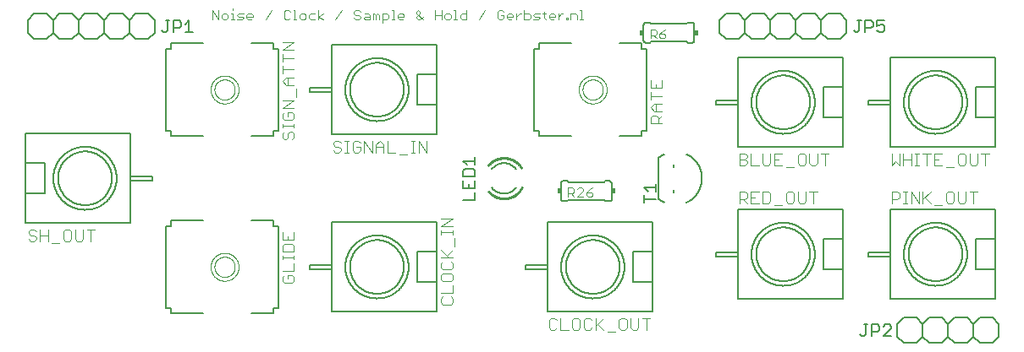
<source format=gbr>
G04 EAGLE Gerber RS-274X export*
G75*
%MOMM*%
%FSLAX34Y34*%
%LPD*%
%INSilkscreen Top*%
%IPPOS*%
%AMOC8*
5,1,8,0,0,1.08239X$1,22.5*%
G01*
%ADD10C,0.076200*%
%ADD11C,0.127000*%
%ADD12C,0.101600*%
%ADD13C,0.050800*%
%ADD14C,0.203200*%
%ADD15C,0.152400*%
%ADD16R,0.381000X0.508000*%
%ADD17C,0.254000*%


D10*
X197231Y336931D02*
X197231Y346337D01*
X203502Y336931D01*
X203502Y346337D01*
X208154Y336931D02*
X211289Y336931D01*
X212857Y338499D01*
X212857Y341634D01*
X211289Y343202D01*
X208154Y343202D01*
X206586Y341634D01*
X206586Y338499D01*
X208154Y336931D01*
X215941Y343202D02*
X217509Y343202D01*
X217509Y336931D01*
X215941Y336931D02*
X219077Y336931D01*
X217509Y346337D02*
X217509Y347905D01*
X222178Y336931D02*
X226881Y336931D01*
X228449Y338499D01*
X226881Y340066D01*
X223746Y340066D01*
X222178Y341634D01*
X223746Y343202D01*
X228449Y343202D01*
X233101Y336931D02*
X236236Y336931D01*
X233101Y336931D02*
X231533Y338499D01*
X231533Y341634D01*
X233101Y343202D01*
X236236Y343202D01*
X237804Y341634D01*
X237804Y340066D01*
X231533Y340066D01*
X250244Y336931D02*
X256514Y346337D01*
X273657Y346337D02*
X275225Y344769D01*
X273657Y346337D02*
X270522Y346337D01*
X268954Y344769D01*
X268954Y338499D01*
X270522Y336931D01*
X273657Y336931D01*
X275225Y338499D01*
X278309Y346337D02*
X279877Y346337D01*
X279877Y336931D01*
X278309Y336931D02*
X281445Y336931D01*
X286114Y336931D02*
X289249Y336931D01*
X290817Y338499D01*
X290817Y341634D01*
X289249Y343202D01*
X286114Y343202D01*
X284546Y341634D01*
X284546Y338499D01*
X286114Y336931D01*
X295469Y343202D02*
X300172Y343202D01*
X295469Y343202D02*
X293901Y341634D01*
X293901Y338499D01*
X295469Y336931D01*
X300172Y336931D01*
X303256Y336931D02*
X303256Y346337D01*
X303256Y340066D02*
X307959Y336931D01*
X303256Y340066D02*
X307959Y343202D01*
X320408Y336931D02*
X326678Y346337D01*
X343821Y346337D02*
X345389Y344769D01*
X343821Y346337D02*
X340686Y346337D01*
X339118Y344769D01*
X339118Y343202D01*
X340686Y341634D01*
X343821Y341634D01*
X345389Y340066D01*
X345389Y338499D01*
X343821Y336931D01*
X340686Y336931D01*
X339118Y338499D01*
X350041Y343202D02*
X353176Y343202D01*
X354744Y341634D01*
X354744Y336931D01*
X350041Y336931D01*
X348473Y338499D01*
X350041Y340066D01*
X354744Y340066D01*
X357828Y336931D02*
X357828Y343202D01*
X359396Y343202D01*
X360964Y341634D01*
X360964Y336931D01*
X360964Y341634D02*
X362531Y343202D01*
X364099Y341634D01*
X364099Y336931D01*
X367184Y333796D02*
X367184Y343202D01*
X371887Y343202D01*
X373454Y341634D01*
X373454Y338499D01*
X371887Y336931D01*
X367184Y336931D01*
X376539Y346337D02*
X378106Y346337D01*
X378106Y336931D01*
X376539Y336931D02*
X379674Y336931D01*
X384343Y336931D02*
X387479Y336931D01*
X384343Y336931D02*
X382776Y338499D01*
X382776Y341634D01*
X384343Y343202D01*
X387479Y343202D01*
X389046Y341634D01*
X389046Y340066D01*
X382776Y340066D01*
X404621Y336931D02*
X407757Y340066D01*
X404621Y336931D02*
X403054Y336931D01*
X401486Y338499D01*
X401486Y340066D01*
X404621Y343202D01*
X404621Y344769D01*
X403054Y346337D01*
X401486Y344769D01*
X401486Y343202D01*
X407757Y336931D01*
X420196Y336931D02*
X420196Y346337D01*
X420196Y341634D02*
X426467Y341634D01*
X426467Y346337D02*
X426467Y336931D01*
X431119Y336931D02*
X434254Y336931D01*
X435822Y338499D01*
X435822Y341634D01*
X434254Y343202D01*
X431119Y343202D01*
X429551Y341634D01*
X429551Y338499D01*
X431119Y336931D01*
X438907Y346337D02*
X440474Y346337D01*
X440474Y336931D01*
X438907Y336931D02*
X442042Y336931D01*
X451414Y336931D02*
X451414Y346337D01*
X451414Y336931D02*
X446711Y336931D01*
X445143Y338499D01*
X445143Y341634D01*
X446711Y343202D01*
X451414Y343202D01*
X463854Y336931D02*
X470124Y346337D01*
X487267Y346337D02*
X488835Y344769D01*
X487267Y346337D02*
X484132Y346337D01*
X482564Y344769D01*
X482564Y338499D01*
X484132Y336931D01*
X487267Y336931D01*
X488835Y338499D01*
X488835Y341634D01*
X485700Y341634D01*
X493487Y336931D02*
X496622Y336931D01*
X493487Y336931D02*
X491919Y338499D01*
X491919Y341634D01*
X493487Y343202D01*
X496622Y343202D01*
X498190Y341634D01*
X498190Y340066D01*
X491919Y340066D01*
X501275Y336931D02*
X501275Y343202D01*
X504410Y343202D02*
X501275Y340066D01*
X504410Y343202D02*
X505978Y343202D01*
X509071Y346337D02*
X509071Y336931D01*
X513774Y336931D01*
X515341Y338499D01*
X515341Y341634D01*
X513774Y343202D01*
X509071Y343202D01*
X518426Y336931D02*
X523129Y336931D01*
X524696Y338499D01*
X523129Y340066D01*
X519993Y340066D01*
X518426Y341634D01*
X519993Y343202D01*
X524696Y343202D01*
X529349Y344769D02*
X529349Y338499D01*
X530916Y336931D01*
X530916Y343202D02*
X527781Y343202D01*
X535585Y336931D02*
X538721Y336931D01*
X535585Y336931D02*
X534018Y338499D01*
X534018Y341634D01*
X535585Y343202D01*
X538721Y343202D01*
X540288Y341634D01*
X540288Y340066D01*
X534018Y340066D01*
X543373Y336931D02*
X543373Y343202D01*
X546508Y343202D02*
X543373Y340066D01*
X546508Y343202D02*
X548076Y343202D01*
X551169Y338499D02*
X551169Y336931D01*
X551169Y338499D02*
X552736Y338499D01*
X552736Y336931D01*
X551169Y336931D01*
X555846Y336931D02*
X555846Y343202D01*
X560549Y343202D01*
X562117Y341634D01*
X562117Y336931D01*
X565202Y346337D02*
X566769Y346337D01*
X566769Y336931D01*
X565202Y336931D02*
X568337Y336931D01*
D11*
X980750Y299000D02*
X980750Y269000D01*
X980750Y239000D01*
X980750Y209000D01*
X980750Y299000D02*
X875750Y299000D01*
X875750Y252000D01*
X875750Y209000D01*
X980750Y209000D01*
X889127Y254000D02*
X889137Y254776D01*
X889165Y255552D01*
X889213Y256326D01*
X889279Y257100D01*
X889365Y257871D01*
X889469Y258640D01*
X889593Y259406D01*
X889735Y260169D01*
X889895Y260929D01*
X890075Y261684D01*
X890273Y262434D01*
X890489Y263180D01*
X890723Y263920D01*
X890976Y264653D01*
X891246Y265381D01*
X891534Y266102D01*
X891840Y266815D01*
X892163Y267521D01*
X892504Y268218D01*
X892861Y268907D01*
X893235Y269587D01*
X893626Y270257D01*
X894033Y270918D01*
X894456Y271569D01*
X894896Y272209D01*
X895350Y272838D01*
X895820Y273455D01*
X896305Y274061D01*
X896805Y274655D01*
X897319Y275237D01*
X897847Y275805D01*
X898389Y276361D01*
X898945Y276903D01*
X899513Y277431D01*
X900095Y277945D01*
X900689Y278445D01*
X901295Y278930D01*
X901912Y279400D01*
X902541Y279854D01*
X903181Y280294D01*
X903832Y280717D01*
X904493Y281124D01*
X905163Y281515D01*
X905843Y281889D01*
X906532Y282246D01*
X907229Y282587D01*
X907935Y282910D01*
X908648Y283216D01*
X909369Y283504D01*
X910097Y283774D01*
X910830Y284027D01*
X911570Y284261D01*
X912316Y284477D01*
X913066Y284675D01*
X913821Y284855D01*
X914581Y285015D01*
X915344Y285157D01*
X916110Y285281D01*
X916879Y285385D01*
X917650Y285471D01*
X918424Y285537D01*
X919198Y285585D01*
X919974Y285613D01*
X920750Y285623D01*
X921526Y285613D01*
X922302Y285585D01*
X923076Y285537D01*
X923850Y285471D01*
X924621Y285385D01*
X925390Y285281D01*
X926156Y285157D01*
X926919Y285015D01*
X927679Y284855D01*
X928434Y284675D01*
X929184Y284477D01*
X929930Y284261D01*
X930670Y284027D01*
X931403Y283774D01*
X932131Y283504D01*
X932852Y283216D01*
X933565Y282910D01*
X934271Y282587D01*
X934968Y282246D01*
X935657Y281889D01*
X936337Y281515D01*
X937007Y281124D01*
X937668Y280717D01*
X938319Y280294D01*
X938959Y279854D01*
X939588Y279400D01*
X940205Y278930D01*
X940811Y278445D01*
X941405Y277945D01*
X941987Y277431D01*
X942555Y276903D01*
X943111Y276361D01*
X943653Y275805D01*
X944181Y275237D01*
X944695Y274655D01*
X945195Y274061D01*
X945680Y273455D01*
X946150Y272838D01*
X946604Y272209D01*
X947044Y271569D01*
X947467Y270918D01*
X947874Y270257D01*
X948265Y269587D01*
X948639Y268907D01*
X948996Y268218D01*
X949337Y267521D01*
X949660Y266815D01*
X949966Y266102D01*
X950254Y265381D01*
X950524Y264653D01*
X950777Y263920D01*
X951011Y263180D01*
X951227Y262434D01*
X951425Y261684D01*
X951605Y260929D01*
X951765Y260169D01*
X951907Y259406D01*
X952031Y258640D01*
X952135Y257871D01*
X952221Y257100D01*
X952287Y256326D01*
X952335Y255552D01*
X952363Y254776D01*
X952373Y254000D01*
X952363Y253224D01*
X952335Y252448D01*
X952287Y251674D01*
X952221Y250900D01*
X952135Y250129D01*
X952031Y249360D01*
X951907Y248594D01*
X951765Y247831D01*
X951605Y247071D01*
X951425Y246316D01*
X951227Y245566D01*
X951011Y244820D01*
X950777Y244080D01*
X950524Y243347D01*
X950254Y242619D01*
X949966Y241898D01*
X949660Y241185D01*
X949337Y240479D01*
X948996Y239782D01*
X948639Y239093D01*
X948265Y238413D01*
X947874Y237743D01*
X947467Y237082D01*
X947044Y236431D01*
X946604Y235791D01*
X946150Y235162D01*
X945680Y234545D01*
X945195Y233939D01*
X944695Y233345D01*
X944181Y232763D01*
X943653Y232195D01*
X943111Y231639D01*
X942555Y231097D01*
X941987Y230569D01*
X941405Y230055D01*
X940811Y229555D01*
X940205Y229070D01*
X939588Y228600D01*
X938959Y228146D01*
X938319Y227706D01*
X937668Y227283D01*
X937007Y226876D01*
X936337Y226485D01*
X935657Y226111D01*
X934968Y225754D01*
X934271Y225413D01*
X933565Y225090D01*
X932852Y224784D01*
X932131Y224496D01*
X931403Y224226D01*
X930670Y223973D01*
X929930Y223739D01*
X929184Y223523D01*
X928434Y223325D01*
X927679Y223145D01*
X926919Y222985D01*
X926156Y222843D01*
X925390Y222719D01*
X924621Y222615D01*
X923850Y222529D01*
X923076Y222463D01*
X922302Y222415D01*
X921526Y222387D01*
X920750Y222377D01*
X919974Y222387D01*
X919198Y222415D01*
X918424Y222463D01*
X917650Y222529D01*
X916879Y222615D01*
X916110Y222719D01*
X915344Y222843D01*
X914581Y222985D01*
X913821Y223145D01*
X913066Y223325D01*
X912316Y223523D01*
X911570Y223739D01*
X910830Y223973D01*
X910097Y224226D01*
X909369Y224496D01*
X908648Y224784D01*
X907935Y225090D01*
X907229Y225413D01*
X906532Y225754D01*
X905843Y226111D01*
X905163Y226485D01*
X904493Y226876D01*
X903832Y227283D01*
X903181Y227706D01*
X902541Y228146D01*
X901912Y228600D01*
X901295Y229070D01*
X900689Y229555D01*
X900095Y230055D01*
X899513Y230569D01*
X898945Y231097D01*
X898389Y231639D01*
X897847Y232195D01*
X897319Y232763D01*
X896805Y233345D01*
X896305Y233939D01*
X895820Y234545D01*
X895350Y235162D01*
X894896Y235791D01*
X894456Y236431D01*
X894033Y237082D01*
X893626Y237743D01*
X893235Y238413D01*
X892861Y239093D01*
X892504Y239782D01*
X892163Y240479D01*
X891840Y241185D01*
X891534Y241898D01*
X891246Y242619D01*
X890976Y243347D01*
X890723Y244080D01*
X890489Y244820D01*
X890273Y245566D01*
X890075Y246316D01*
X889895Y247071D01*
X889735Y247831D01*
X889593Y248594D01*
X889469Y249360D01*
X889365Y250129D01*
X889279Y250900D01*
X889213Y251674D01*
X889165Y252448D01*
X889137Y253224D01*
X889127Y254000D01*
X960750Y269000D02*
X980750Y269000D01*
X960750Y269000D02*
X960750Y239000D01*
X980750Y239000D01*
X893843Y254000D02*
X893851Y254660D01*
X893875Y255320D01*
X893916Y255979D01*
X893973Y256637D01*
X894045Y257294D01*
X894134Y257948D01*
X894239Y258600D01*
X894360Y259249D01*
X894497Y259895D01*
X894649Y260538D01*
X894818Y261176D01*
X895002Y261811D01*
X895201Y262440D01*
X895416Y263065D01*
X895646Y263684D01*
X895891Y264297D01*
X896151Y264904D01*
X896426Y265504D01*
X896716Y266098D01*
X897020Y266684D01*
X897339Y267262D01*
X897671Y267833D01*
X898018Y268395D01*
X898378Y268949D01*
X898751Y269493D01*
X899138Y270028D01*
X899538Y270554D01*
X899951Y271070D01*
X900376Y271575D01*
X900813Y272070D01*
X901263Y272553D01*
X901724Y273026D01*
X902197Y273487D01*
X902680Y273937D01*
X903175Y274374D01*
X903680Y274799D01*
X904196Y275212D01*
X904722Y275612D01*
X905257Y275999D01*
X905801Y276372D01*
X906355Y276732D01*
X906917Y277079D01*
X907488Y277411D01*
X908066Y277730D01*
X908652Y278034D01*
X909246Y278324D01*
X909846Y278599D01*
X910453Y278859D01*
X911066Y279104D01*
X911685Y279334D01*
X912310Y279549D01*
X912939Y279748D01*
X913574Y279932D01*
X914212Y280101D01*
X914855Y280253D01*
X915501Y280390D01*
X916150Y280511D01*
X916802Y280616D01*
X917456Y280705D01*
X918113Y280777D01*
X918771Y280834D01*
X919430Y280875D01*
X920090Y280899D01*
X920750Y280907D01*
X921410Y280899D01*
X922070Y280875D01*
X922729Y280834D01*
X923387Y280777D01*
X924044Y280705D01*
X924698Y280616D01*
X925350Y280511D01*
X925999Y280390D01*
X926645Y280253D01*
X927288Y280101D01*
X927926Y279932D01*
X928561Y279748D01*
X929190Y279549D01*
X929815Y279334D01*
X930434Y279104D01*
X931047Y278859D01*
X931654Y278599D01*
X932254Y278324D01*
X932848Y278034D01*
X933434Y277730D01*
X934012Y277411D01*
X934583Y277079D01*
X935145Y276732D01*
X935699Y276372D01*
X936243Y275999D01*
X936778Y275612D01*
X937304Y275212D01*
X937820Y274799D01*
X938325Y274374D01*
X938820Y273937D01*
X939303Y273487D01*
X939776Y273026D01*
X940237Y272553D01*
X940687Y272070D01*
X941124Y271575D01*
X941549Y271070D01*
X941962Y270554D01*
X942362Y270028D01*
X942749Y269493D01*
X943122Y268949D01*
X943482Y268395D01*
X943829Y267833D01*
X944161Y267262D01*
X944480Y266684D01*
X944784Y266098D01*
X945074Y265504D01*
X945349Y264904D01*
X945609Y264297D01*
X945854Y263684D01*
X946084Y263065D01*
X946299Y262440D01*
X946498Y261811D01*
X946682Y261176D01*
X946851Y260538D01*
X947003Y259895D01*
X947140Y259249D01*
X947261Y258600D01*
X947366Y257948D01*
X947455Y257294D01*
X947527Y256637D01*
X947584Y255979D01*
X947625Y255320D01*
X947649Y254660D01*
X947657Y254000D01*
X947649Y253340D01*
X947625Y252680D01*
X947584Y252021D01*
X947527Y251363D01*
X947455Y250706D01*
X947366Y250052D01*
X947261Y249400D01*
X947140Y248751D01*
X947003Y248105D01*
X946851Y247462D01*
X946682Y246824D01*
X946498Y246189D01*
X946299Y245560D01*
X946084Y244935D01*
X945854Y244316D01*
X945609Y243703D01*
X945349Y243096D01*
X945074Y242496D01*
X944784Y241902D01*
X944480Y241316D01*
X944161Y240738D01*
X943829Y240167D01*
X943482Y239605D01*
X943122Y239051D01*
X942749Y238507D01*
X942362Y237972D01*
X941962Y237446D01*
X941549Y236930D01*
X941124Y236425D01*
X940687Y235930D01*
X940237Y235447D01*
X939776Y234974D01*
X939303Y234513D01*
X938820Y234063D01*
X938325Y233626D01*
X937820Y233201D01*
X937304Y232788D01*
X936778Y232388D01*
X936243Y232001D01*
X935699Y231628D01*
X935145Y231268D01*
X934583Y230921D01*
X934012Y230589D01*
X933434Y230270D01*
X932848Y229966D01*
X932254Y229676D01*
X931654Y229401D01*
X931047Y229141D01*
X930434Y228896D01*
X929815Y228666D01*
X929190Y228451D01*
X928561Y228252D01*
X927926Y228068D01*
X927288Y227899D01*
X926645Y227747D01*
X925999Y227610D01*
X925350Y227489D01*
X924698Y227384D01*
X924044Y227295D01*
X923387Y227223D01*
X922729Y227166D01*
X922070Y227125D01*
X921410Y227101D01*
X920750Y227093D01*
X920090Y227101D01*
X919430Y227125D01*
X918771Y227166D01*
X918113Y227223D01*
X917456Y227295D01*
X916802Y227384D01*
X916150Y227489D01*
X915501Y227610D01*
X914855Y227747D01*
X914212Y227899D01*
X913574Y228068D01*
X912939Y228252D01*
X912310Y228451D01*
X911685Y228666D01*
X911066Y228896D01*
X910453Y229141D01*
X909846Y229401D01*
X909246Y229676D01*
X908652Y229966D01*
X908066Y230270D01*
X907488Y230589D01*
X906917Y230921D01*
X906355Y231268D01*
X905801Y231628D01*
X905257Y232001D01*
X904722Y232388D01*
X904196Y232788D01*
X903680Y233201D01*
X903175Y233626D01*
X902680Y234063D01*
X902197Y234513D01*
X901724Y234974D01*
X901263Y235447D01*
X900813Y235930D01*
X900376Y236425D01*
X899951Y236930D01*
X899538Y237446D01*
X899138Y237972D01*
X898751Y238507D01*
X898378Y239051D01*
X898018Y239605D01*
X897671Y240167D01*
X897339Y240738D01*
X897020Y241316D01*
X896716Y241902D01*
X896426Y242496D01*
X896151Y243096D01*
X895891Y243703D01*
X895646Y244316D01*
X895416Y244935D01*
X895201Y245560D01*
X895002Y246189D01*
X894818Y246824D01*
X894649Y247462D01*
X894497Y248105D01*
X894360Y248751D01*
X894239Y249400D01*
X894134Y250052D01*
X894045Y250706D01*
X893973Y251363D01*
X893916Y252021D01*
X893875Y252680D01*
X893851Y253340D01*
X893843Y254000D01*
X874750Y256000D02*
X853750Y256000D01*
X853750Y252000D01*
X875750Y252000D01*
D12*
X876808Y202702D02*
X876808Y191008D01*
X880706Y194906D01*
X884604Y191008D01*
X884604Y202702D01*
X888502Y202702D02*
X888502Y191008D01*
X888502Y196855D02*
X896298Y196855D01*
X896298Y202702D02*
X896298Y191008D01*
X900196Y191008D02*
X904094Y191008D01*
X902145Y191008D02*
X902145Y202702D01*
X900196Y202702D02*
X904094Y202702D01*
X911890Y202702D02*
X911890Y191008D01*
X907992Y202702D02*
X915788Y202702D01*
X919686Y202702D02*
X927482Y202702D01*
X919686Y202702D02*
X919686Y191008D01*
X927482Y191008D01*
X923584Y196855D02*
X919686Y196855D01*
X931380Y189059D02*
X939176Y189059D01*
X945023Y202702D02*
X948921Y202702D01*
X945023Y202702D02*
X943074Y200753D01*
X943074Y192957D01*
X945023Y191008D01*
X948921Y191008D01*
X950870Y192957D01*
X950870Y200753D01*
X948921Y202702D01*
X954768Y202702D02*
X954768Y192957D01*
X956717Y191008D01*
X960615Y191008D01*
X962564Y192957D01*
X962564Y202702D01*
X970360Y202702D02*
X970360Y191008D01*
X966462Y202702D02*
X974258Y202702D01*
D11*
X980750Y146600D02*
X980750Y116600D01*
X980750Y86600D01*
X980750Y56600D01*
X980750Y146600D02*
X875750Y146600D01*
X875750Y99600D01*
X875750Y56600D01*
X980750Y56600D01*
X889127Y101600D02*
X889137Y102376D01*
X889165Y103152D01*
X889213Y103926D01*
X889279Y104700D01*
X889365Y105471D01*
X889469Y106240D01*
X889593Y107006D01*
X889735Y107769D01*
X889895Y108529D01*
X890075Y109284D01*
X890273Y110034D01*
X890489Y110780D01*
X890723Y111520D01*
X890976Y112253D01*
X891246Y112981D01*
X891534Y113702D01*
X891840Y114415D01*
X892163Y115121D01*
X892504Y115818D01*
X892861Y116507D01*
X893235Y117187D01*
X893626Y117857D01*
X894033Y118518D01*
X894456Y119169D01*
X894896Y119809D01*
X895350Y120438D01*
X895820Y121055D01*
X896305Y121661D01*
X896805Y122255D01*
X897319Y122837D01*
X897847Y123405D01*
X898389Y123961D01*
X898945Y124503D01*
X899513Y125031D01*
X900095Y125545D01*
X900689Y126045D01*
X901295Y126530D01*
X901912Y127000D01*
X902541Y127454D01*
X903181Y127894D01*
X903832Y128317D01*
X904493Y128724D01*
X905163Y129115D01*
X905843Y129489D01*
X906532Y129846D01*
X907229Y130187D01*
X907935Y130510D01*
X908648Y130816D01*
X909369Y131104D01*
X910097Y131374D01*
X910830Y131627D01*
X911570Y131861D01*
X912316Y132077D01*
X913066Y132275D01*
X913821Y132455D01*
X914581Y132615D01*
X915344Y132757D01*
X916110Y132881D01*
X916879Y132985D01*
X917650Y133071D01*
X918424Y133137D01*
X919198Y133185D01*
X919974Y133213D01*
X920750Y133223D01*
X921526Y133213D01*
X922302Y133185D01*
X923076Y133137D01*
X923850Y133071D01*
X924621Y132985D01*
X925390Y132881D01*
X926156Y132757D01*
X926919Y132615D01*
X927679Y132455D01*
X928434Y132275D01*
X929184Y132077D01*
X929930Y131861D01*
X930670Y131627D01*
X931403Y131374D01*
X932131Y131104D01*
X932852Y130816D01*
X933565Y130510D01*
X934271Y130187D01*
X934968Y129846D01*
X935657Y129489D01*
X936337Y129115D01*
X937007Y128724D01*
X937668Y128317D01*
X938319Y127894D01*
X938959Y127454D01*
X939588Y127000D01*
X940205Y126530D01*
X940811Y126045D01*
X941405Y125545D01*
X941987Y125031D01*
X942555Y124503D01*
X943111Y123961D01*
X943653Y123405D01*
X944181Y122837D01*
X944695Y122255D01*
X945195Y121661D01*
X945680Y121055D01*
X946150Y120438D01*
X946604Y119809D01*
X947044Y119169D01*
X947467Y118518D01*
X947874Y117857D01*
X948265Y117187D01*
X948639Y116507D01*
X948996Y115818D01*
X949337Y115121D01*
X949660Y114415D01*
X949966Y113702D01*
X950254Y112981D01*
X950524Y112253D01*
X950777Y111520D01*
X951011Y110780D01*
X951227Y110034D01*
X951425Y109284D01*
X951605Y108529D01*
X951765Y107769D01*
X951907Y107006D01*
X952031Y106240D01*
X952135Y105471D01*
X952221Y104700D01*
X952287Y103926D01*
X952335Y103152D01*
X952363Y102376D01*
X952373Y101600D01*
X952363Y100824D01*
X952335Y100048D01*
X952287Y99274D01*
X952221Y98500D01*
X952135Y97729D01*
X952031Y96960D01*
X951907Y96194D01*
X951765Y95431D01*
X951605Y94671D01*
X951425Y93916D01*
X951227Y93166D01*
X951011Y92420D01*
X950777Y91680D01*
X950524Y90947D01*
X950254Y90219D01*
X949966Y89498D01*
X949660Y88785D01*
X949337Y88079D01*
X948996Y87382D01*
X948639Y86693D01*
X948265Y86013D01*
X947874Y85343D01*
X947467Y84682D01*
X947044Y84031D01*
X946604Y83391D01*
X946150Y82762D01*
X945680Y82145D01*
X945195Y81539D01*
X944695Y80945D01*
X944181Y80363D01*
X943653Y79795D01*
X943111Y79239D01*
X942555Y78697D01*
X941987Y78169D01*
X941405Y77655D01*
X940811Y77155D01*
X940205Y76670D01*
X939588Y76200D01*
X938959Y75746D01*
X938319Y75306D01*
X937668Y74883D01*
X937007Y74476D01*
X936337Y74085D01*
X935657Y73711D01*
X934968Y73354D01*
X934271Y73013D01*
X933565Y72690D01*
X932852Y72384D01*
X932131Y72096D01*
X931403Y71826D01*
X930670Y71573D01*
X929930Y71339D01*
X929184Y71123D01*
X928434Y70925D01*
X927679Y70745D01*
X926919Y70585D01*
X926156Y70443D01*
X925390Y70319D01*
X924621Y70215D01*
X923850Y70129D01*
X923076Y70063D01*
X922302Y70015D01*
X921526Y69987D01*
X920750Y69977D01*
X919974Y69987D01*
X919198Y70015D01*
X918424Y70063D01*
X917650Y70129D01*
X916879Y70215D01*
X916110Y70319D01*
X915344Y70443D01*
X914581Y70585D01*
X913821Y70745D01*
X913066Y70925D01*
X912316Y71123D01*
X911570Y71339D01*
X910830Y71573D01*
X910097Y71826D01*
X909369Y72096D01*
X908648Y72384D01*
X907935Y72690D01*
X907229Y73013D01*
X906532Y73354D01*
X905843Y73711D01*
X905163Y74085D01*
X904493Y74476D01*
X903832Y74883D01*
X903181Y75306D01*
X902541Y75746D01*
X901912Y76200D01*
X901295Y76670D01*
X900689Y77155D01*
X900095Y77655D01*
X899513Y78169D01*
X898945Y78697D01*
X898389Y79239D01*
X897847Y79795D01*
X897319Y80363D01*
X896805Y80945D01*
X896305Y81539D01*
X895820Y82145D01*
X895350Y82762D01*
X894896Y83391D01*
X894456Y84031D01*
X894033Y84682D01*
X893626Y85343D01*
X893235Y86013D01*
X892861Y86693D01*
X892504Y87382D01*
X892163Y88079D01*
X891840Y88785D01*
X891534Y89498D01*
X891246Y90219D01*
X890976Y90947D01*
X890723Y91680D01*
X890489Y92420D01*
X890273Y93166D01*
X890075Y93916D01*
X889895Y94671D01*
X889735Y95431D01*
X889593Y96194D01*
X889469Y96960D01*
X889365Y97729D01*
X889279Y98500D01*
X889213Y99274D01*
X889165Y100048D01*
X889137Y100824D01*
X889127Y101600D01*
X960750Y116600D02*
X980750Y116600D01*
X960750Y116600D02*
X960750Y86600D01*
X980750Y86600D01*
X893843Y101600D02*
X893851Y102260D01*
X893875Y102920D01*
X893916Y103579D01*
X893973Y104237D01*
X894045Y104894D01*
X894134Y105548D01*
X894239Y106200D01*
X894360Y106849D01*
X894497Y107495D01*
X894649Y108138D01*
X894818Y108776D01*
X895002Y109411D01*
X895201Y110040D01*
X895416Y110665D01*
X895646Y111284D01*
X895891Y111897D01*
X896151Y112504D01*
X896426Y113104D01*
X896716Y113698D01*
X897020Y114284D01*
X897339Y114862D01*
X897671Y115433D01*
X898018Y115995D01*
X898378Y116549D01*
X898751Y117093D01*
X899138Y117628D01*
X899538Y118154D01*
X899951Y118670D01*
X900376Y119175D01*
X900813Y119670D01*
X901263Y120153D01*
X901724Y120626D01*
X902197Y121087D01*
X902680Y121537D01*
X903175Y121974D01*
X903680Y122399D01*
X904196Y122812D01*
X904722Y123212D01*
X905257Y123599D01*
X905801Y123972D01*
X906355Y124332D01*
X906917Y124679D01*
X907488Y125011D01*
X908066Y125330D01*
X908652Y125634D01*
X909246Y125924D01*
X909846Y126199D01*
X910453Y126459D01*
X911066Y126704D01*
X911685Y126934D01*
X912310Y127149D01*
X912939Y127348D01*
X913574Y127532D01*
X914212Y127701D01*
X914855Y127853D01*
X915501Y127990D01*
X916150Y128111D01*
X916802Y128216D01*
X917456Y128305D01*
X918113Y128377D01*
X918771Y128434D01*
X919430Y128475D01*
X920090Y128499D01*
X920750Y128507D01*
X921410Y128499D01*
X922070Y128475D01*
X922729Y128434D01*
X923387Y128377D01*
X924044Y128305D01*
X924698Y128216D01*
X925350Y128111D01*
X925999Y127990D01*
X926645Y127853D01*
X927288Y127701D01*
X927926Y127532D01*
X928561Y127348D01*
X929190Y127149D01*
X929815Y126934D01*
X930434Y126704D01*
X931047Y126459D01*
X931654Y126199D01*
X932254Y125924D01*
X932848Y125634D01*
X933434Y125330D01*
X934012Y125011D01*
X934583Y124679D01*
X935145Y124332D01*
X935699Y123972D01*
X936243Y123599D01*
X936778Y123212D01*
X937304Y122812D01*
X937820Y122399D01*
X938325Y121974D01*
X938820Y121537D01*
X939303Y121087D01*
X939776Y120626D01*
X940237Y120153D01*
X940687Y119670D01*
X941124Y119175D01*
X941549Y118670D01*
X941962Y118154D01*
X942362Y117628D01*
X942749Y117093D01*
X943122Y116549D01*
X943482Y115995D01*
X943829Y115433D01*
X944161Y114862D01*
X944480Y114284D01*
X944784Y113698D01*
X945074Y113104D01*
X945349Y112504D01*
X945609Y111897D01*
X945854Y111284D01*
X946084Y110665D01*
X946299Y110040D01*
X946498Y109411D01*
X946682Y108776D01*
X946851Y108138D01*
X947003Y107495D01*
X947140Y106849D01*
X947261Y106200D01*
X947366Y105548D01*
X947455Y104894D01*
X947527Y104237D01*
X947584Y103579D01*
X947625Y102920D01*
X947649Y102260D01*
X947657Y101600D01*
X947649Y100940D01*
X947625Y100280D01*
X947584Y99621D01*
X947527Y98963D01*
X947455Y98306D01*
X947366Y97652D01*
X947261Y97000D01*
X947140Y96351D01*
X947003Y95705D01*
X946851Y95062D01*
X946682Y94424D01*
X946498Y93789D01*
X946299Y93160D01*
X946084Y92535D01*
X945854Y91916D01*
X945609Y91303D01*
X945349Y90696D01*
X945074Y90096D01*
X944784Y89502D01*
X944480Y88916D01*
X944161Y88338D01*
X943829Y87767D01*
X943482Y87205D01*
X943122Y86651D01*
X942749Y86107D01*
X942362Y85572D01*
X941962Y85046D01*
X941549Y84530D01*
X941124Y84025D01*
X940687Y83530D01*
X940237Y83047D01*
X939776Y82574D01*
X939303Y82113D01*
X938820Y81663D01*
X938325Y81226D01*
X937820Y80801D01*
X937304Y80388D01*
X936778Y79988D01*
X936243Y79601D01*
X935699Y79228D01*
X935145Y78868D01*
X934583Y78521D01*
X934012Y78189D01*
X933434Y77870D01*
X932848Y77566D01*
X932254Y77276D01*
X931654Y77001D01*
X931047Y76741D01*
X930434Y76496D01*
X929815Y76266D01*
X929190Y76051D01*
X928561Y75852D01*
X927926Y75668D01*
X927288Y75499D01*
X926645Y75347D01*
X925999Y75210D01*
X925350Y75089D01*
X924698Y74984D01*
X924044Y74895D01*
X923387Y74823D01*
X922729Y74766D01*
X922070Y74725D01*
X921410Y74701D01*
X920750Y74693D01*
X920090Y74701D01*
X919430Y74725D01*
X918771Y74766D01*
X918113Y74823D01*
X917456Y74895D01*
X916802Y74984D01*
X916150Y75089D01*
X915501Y75210D01*
X914855Y75347D01*
X914212Y75499D01*
X913574Y75668D01*
X912939Y75852D01*
X912310Y76051D01*
X911685Y76266D01*
X911066Y76496D01*
X910453Y76741D01*
X909846Y77001D01*
X909246Y77276D01*
X908652Y77566D01*
X908066Y77870D01*
X907488Y78189D01*
X906917Y78521D01*
X906355Y78868D01*
X905801Y79228D01*
X905257Y79601D01*
X904722Y79988D01*
X904196Y80388D01*
X903680Y80801D01*
X903175Y81226D01*
X902680Y81663D01*
X902197Y82113D01*
X901724Y82574D01*
X901263Y83047D01*
X900813Y83530D01*
X900376Y84025D01*
X899951Y84530D01*
X899538Y85046D01*
X899138Y85572D01*
X898751Y86107D01*
X898378Y86651D01*
X898018Y87205D01*
X897671Y87767D01*
X897339Y88338D01*
X897020Y88916D01*
X896716Y89502D01*
X896426Y90096D01*
X896151Y90696D01*
X895891Y91303D01*
X895646Y91916D01*
X895416Y92535D01*
X895201Y93160D01*
X895002Y93789D01*
X894818Y94424D01*
X894649Y95062D01*
X894497Y95705D01*
X894360Y96351D01*
X894239Y97000D01*
X894134Y97652D01*
X894045Y98306D01*
X893973Y98963D01*
X893916Y99621D01*
X893875Y100280D01*
X893851Y100940D01*
X893843Y101600D01*
X874750Y103600D02*
X853750Y103600D01*
X853750Y99600D01*
X875750Y99600D01*
D12*
X876808Y152908D02*
X876808Y164602D01*
X882655Y164602D01*
X884604Y162653D01*
X884604Y158755D01*
X882655Y156806D01*
X876808Y156806D01*
X888502Y152908D02*
X892400Y152908D01*
X890451Y152908D02*
X890451Y164602D01*
X888502Y164602D02*
X892400Y164602D01*
X896298Y164602D02*
X896298Y152908D01*
X904094Y152908D02*
X896298Y164602D01*
X904094Y164602D02*
X904094Y152908D01*
X907992Y152908D02*
X907992Y164602D01*
X907992Y156806D02*
X915788Y164602D01*
X909941Y158755D02*
X915788Y152908D01*
X919686Y150959D02*
X927482Y150959D01*
X933329Y164602D02*
X937227Y164602D01*
X933329Y164602D02*
X931380Y162653D01*
X931380Y154857D01*
X933329Y152908D01*
X937227Y152908D01*
X939176Y154857D01*
X939176Y162653D01*
X937227Y164602D01*
X943074Y164602D02*
X943074Y154857D01*
X945023Y152908D01*
X948921Y152908D01*
X950870Y154857D01*
X950870Y164602D01*
X958666Y164602D02*
X958666Y152908D01*
X954768Y164602D02*
X962564Y164602D01*
D11*
X828350Y146600D02*
X828350Y116600D01*
X828350Y86600D01*
X828350Y56600D01*
X828350Y146600D02*
X723350Y146600D01*
X723350Y99600D01*
X723350Y56600D01*
X828350Y56600D01*
X736727Y101600D02*
X736737Y102376D01*
X736765Y103152D01*
X736813Y103926D01*
X736879Y104700D01*
X736965Y105471D01*
X737069Y106240D01*
X737193Y107006D01*
X737335Y107769D01*
X737495Y108529D01*
X737675Y109284D01*
X737873Y110034D01*
X738089Y110780D01*
X738323Y111520D01*
X738576Y112253D01*
X738846Y112981D01*
X739134Y113702D01*
X739440Y114415D01*
X739763Y115121D01*
X740104Y115818D01*
X740461Y116507D01*
X740835Y117187D01*
X741226Y117857D01*
X741633Y118518D01*
X742056Y119169D01*
X742496Y119809D01*
X742950Y120438D01*
X743420Y121055D01*
X743905Y121661D01*
X744405Y122255D01*
X744919Y122837D01*
X745447Y123405D01*
X745989Y123961D01*
X746545Y124503D01*
X747113Y125031D01*
X747695Y125545D01*
X748289Y126045D01*
X748895Y126530D01*
X749512Y127000D01*
X750141Y127454D01*
X750781Y127894D01*
X751432Y128317D01*
X752093Y128724D01*
X752763Y129115D01*
X753443Y129489D01*
X754132Y129846D01*
X754829Y130187D01*
X755535Y130510D01*
X756248Y130816D01*
X756969Y131104D01*
X757697Y131374D01*
X758430Y131627D01*
X759170Y131861D01*
X759916Y132077D01*
X760666Y132275D01*
X761421Y132455D01*
X762181Y132615D01*
X762944Y132757D01*
X763710Y132881D01*
X764479Y132985D01*
X765250Y133071D01*
X766024Y133137D01*
X766798Y133185D01*
X767574Y133213D01*
X768350Y133223D01*
X769126Y133213D01*
X769902Y133185D01*
X770676Y133137D01*
X771450Y133071D01*
X772221Y132985D01*
X772990Y132881D01*
X773756Y132757D01*
X774519Y132615D01*
X775279Y132455D01*
X776034Y132275D01*
X776784Y132077D01*
X777530Y131861D01*
X778270Y131627D01*
X779003Y131374D01*
X779731Y131104D01*
X780452Y130816D01*
X781165Y130510D01*
X781871Y130187D01*
X782568Y129846D01*
X783257Y129489D01*
X783937Y129115D01*
X784607Y128724D01*
X785268Y128317D01*
X785919Y127894D01*
X786559Y127454D01*
X787188Y127000D01*
X787805Y126530D01*
X788411Y126045D01*
X789005Y125545D01*
X789587Y125031D01*
X790155Y124503D01*
X790711Y123961D01*
X791253Y123405D01*
X791781Y122837D01*
X792295Y122255D01*
X792795Y121661D01*
X793280Y121055D01*
X793750Y120438D01*
X794204Y119809D01*
X794644Y119169D01*
X795067Y118518D01*
X795474Y117857D01*
X795865Y117187D01*
X796239Y116507D01*
X796596Y115818D01*
X796937Y115121D01*
X797260Y114415D01*
X797566Y113702D01*
X797854Y112981D01*
X798124Y112253D01*
X798377Y111520D01*
X798611Y110780D01*
X798827Y110034D01*
X799025Y109284D01*
X799205Y108529D01*
X799365Y107769D01*
X799507Y107006D01*
X799631Y106240D01*
X799735Y105471D01*
X799821Y104700D01*
X799887Y103926D01*
X799935Y103152D01*
X799963Y102376D01*
X799973Y101600D01*
X799963Y100824D01*
X799935Y100048D01*
X799887Y99274D01*
X799821Y98500D01*
X799735Y97729D01*
X799631Y96960D01*
X799507Y96194D01*
X799365Y95431D01*
X799205Y94671D01*
X799025Y93916D01*
X798827Y93166D01*
X798611Y92420D01*
X798377Y91680D01*
X798124Y90947D01*
X797854Y90219D01*
X797566Y89498D01*
X797260Y88785D01*
X796937Y88079D01*
X796596Y87382D01*
X796239Y86693D01*
X795865Y86013D01*
X795474Y85343D01*
X795067Y84682D01*
X794644Y84031D01*
X794204Y83391D01*
X793750Y82762D01*
X793280Y82145D01*
X792795Y81539D01*
X792295Y80945D01*
X791781Y80363D01*
X791253Y79795D01*
X790711Y79239D01*
X790155Y78697D01*
X789587Y78169D01*
X789005Y77655D01*
X788411Y77155D01*
X787805Y76670D01*
X787188Y76200D01*
X786559Y75746D01*
X785919Y75306D01*
X785268Y74883D01*
X784607Y74476D01*
X783937Y74085D01*
X783257Y73711D01*
X782568Y73354D01*
X781871Y73013D01*
X781165Y72690D01*
X780452Y72384D01*
X779731Y72096D01*
X779003Y71826D01*
X778270Y71573D01*
X777530Y71339D01*
X776784Y71123D01*
X776034Y70925D01*
X775279Y70745D01*
X774519Y70585D01*
X773756Y70443D01*
X772990Y70319D01*
X772221Y70215D01*
X771450Y70129D01*
X770676Y70063D01*
X769902Y70015D01*
X769126Y69987D01*
X768350Y69977D01*
X767574Y69987D01*
X766798Y70015D01*
X766024Y70063D01*
X765250Y70129D01*
X764479Y70215D01*
X763710Y70319D01*
X762944Y70443D01*
X762181Y70585D01*
X761421Y70745D01*
X760666Y70925D01*
X759916Y71123D01*
X759170Y71339D01*
X758430Y71573D01*
X757697Y71826D01*
X756969Y72096D01*
X756248Y72384D01*
X755535Y72690D01*
X754829Y73013D01*
X754132Y73354D01*
X753443Y73711D01*
X752763Y74085D01*
X752093Y74476D01*
X751432Y74883D01*
X750781Y75306D01*
X750141Y75746D01*
X749512Y76200D01*
X748895Y76670D01*
X748289Y77155D01*
X747695Y77655D01*
X747113Y78169D01*
X746545Y78697D01*
X745989Y79239D01*
X745447Y79795D01*
X744919Y80363D01*
X744405Y80945D01*
X743905Y81539D01*
X743420Y82145D01*
X742950Y82762D01*
X742496Y83391D01*
X742056Y84031D01*
X741633Y84682D01*
X741226Y85343D01*
X740835Y86013D01*
X740461Y86693D01*
X740104Y87382D01*
X739763Y88079D01*
X739440Y88785D01*
X739134Y89498D01*
X738846Y90219D01*
X738576Y90947D01*
X738323Y91680D01*
X738089Y92420D01*
X737873Y93166D01*
X737675Y93916D01*
X737495Y94671D01*
X737335Y95431D01*
X737193Y96194D01*
X737069Y96960D01*
X736965Y97729D01*
X736879Y98500D01*
X736813Y99274D01*
X736765Y100048D01*
X736737Y100824D01*
X736727Y101600D01*
X808350Y116600D02*
X828350Y116600D01*
X808350Y116600D02*
X808350Y86600D01*
X828350Y86600D01*
X741443Y101600D02*
X741451Y102260D01*
X741475Y102920D01*
X741516Y103579D01*
X741573Y104237D01*
X741645Y104894D01*
X741734Y105548D01*
X741839Y106200D01*
X741960Y106849D01*
X742097Y107495D01*
X742249Y108138D01*
X742418Y108776D01*
X742602Y109411D01*
X742801Y110040D01*
X743016Y110665D01*
X743246Y111284D01*
X743491Y111897D01*
X743751Y112504D01*
X744026Y113104D01*
X744316Y113698D01*
X744620Y114284D01*
X744939Y114862D01*
X745271Y115433D01*
X745618Y115995D01*
X745978Y116549D01*
X746351Y117093D01*
X746738Y117628D01*
X747138Y118154D01*
X747551Y118670D01*
X747976Y119175D01*
X748413Y119670D01*
X748863Y120153D01*
X749324Y120626D01*
X749797Y121087D01*
X750280Y121537D01*
X750775Y121974D01*
X751280Y122399D01*
X751796Y122812D01*
X752322Y123212D01*
X752857Y123599D01*
X753401Y123972D01*
X753955Y124332D01*
X754517Y124679D01*
X755088Y125011D01*
X755666Y125330D01*
X756252Y125634D01*
X756846Y125924D01*
X757446Y126199D01*
X758053Y126459D01*
X758666Y126704D01*
X759285Y126934D01*
X759910Y127149D01*
X760539Y127348D01*
X761174Y127532D01*
X761812Y127701D01*
X762455Y127853D01*
X763101Y127990D01*
X763750Y128111D01*
X764402Y128216D01*
X765056Y128305D01*
X765713Y128377D01*
X766371Y128434D01*
X767030Y128475D01*
X767690Y128499D01*
X768350Y128507D01*
X769010Y128499D01*
X769670Y128475D01*
X770329Y128434D01*
X770987Y128377D01*
X771644Y128305D01*
X772298Y128216D01*
X772950Y128111D01*
X773599Y127990D01*
X774245Y127853D01*
X774888Y127701D01*
X775526Y127532D01*
X776161Y127348D01*
X776790Y127149D01*
X777415Y126934D01*
X778034Y126704D01*
X778647Y126459D01*
X779254Y126199D01*
X779854Y125924D01*
X780448Y125634D01*
X781034Y125330D01*
X781612Y125011D01*
X782183Y124679D01*
X782745Y124332D01*
X783299Y123972D01*
X783843Y123599D01*
X784378Y123212D01*
X784904Y122812D01*
X785420Y122399D01*
X785925Y121974D01*
X786420Y121537D01*
X786903Y121087D01*
X787376Y120626D01*
X787837Y120153D01*
X788287Y119670D01*
X788724Y119175D01*
X789149Y118670D01*
X789562Y118154D01*
X789962Y117628D01*
X790349Y117093D01*
X790722Y116549D01*
X791082Y115995D01*
X791429Y115433D01*
X791761Y114862D01*
X792080Y114284D01*
X792384Y113698D01*
X792674Y113104D01*
X792949Y112504D01*
X793209Y111897D01*
X793454Y111284D01*
X793684Y110665D01*
X793899Y110040D01*
X794098Y109411D01*
X794282Y108776D01*
X794451Y108138D01*
X794603Y107495D01*
X794740Y106849D01*
X794861Y106200D01*
X794966Y105548D01*
X795055Y104894D01*
X795127Y104237D01*
X795184Y103579D01*
X795225Y102920D01*
X795249Y102260D01*
X795257Y101600D01*
X795249Y100940D01*
X795225Y100280D01*
X795184Y99621D01*
X795127Y98963D01*
X795055Y98306D01*
X794966Y97652D01*
X794861Y97000D01*
X794740Y96351D01*
X794603Y95705D01*
X794451Y95062D01*
X794282Y94424D01*
X794098Y93789D01*
X793899Y93160D01*
X793684Y92535D01*
X793454Y91916D01*
X793209Y91303D01*
X792949Y90696D01*
X792674Y90096D01*
X792384Y89502D01*
X792080Y88916D01*
X791761Y88338D01*
X791429Y87767D01*
X791082Y87205D01*
X790722Y86651D01*
X790349Y86107D01*
X789962Y85572D01*
X789562Y85046D01*
X789149Y84530D01*
X788724Y84025D01*
X788287Y83530D01*
X787837Y83047D01*
X787376Y82574D01*
X786903Y82113D01*
X786420Y81663D01*
X785925Y81226D01*
X785420Y80801D01*
X784904Y80388D01*
X784378Y79988D01*
X783843Y79601D01*
X783299Y79228D01*
X782745Y78868D01*
X782183Y78521D01*
X781612Y78189D01*
X781034Y77870D01*
X780448Y77566D01*
X779854Y77276D01*
X779254Y77001D01*
X778647Y76741D01*
X778034Y76496D01*
X777415Y76266D01*
X776790Y76051D01*
X776161Y75852D01*
X775526Y75668D01*
X774888Y75499D01*
X774245Y75347D01*
X773599Y75210D01*
X772950Y75089D01*
X772298Y74984D01*
X771644Y74895D01*
X770987Y74823D01*
X770329Y74766D01*
X769670Y74725D01*
X769010Y74701D01*
X768350Y74693D01*
X767690Y74701D01*
X767030Y74725D01*
X766371Y74766D01*
X765713Y74823D01*
X765056Y74895D01*
X764402Y74984D01*
X763750Y75089D01*
X763101Y75210D01*
X762455Y75347D01*
X761812Y75499D01*
X761174Y75668D01*
X760539Y75852D01*
X759910Y76051D01*
X759285Y76266D01*
X758666Y76496D01*
X758053Y76741D01*
X757446Y77001D01*
X756846Y77276D01*
X756252Y77566D01*
X755666Y77870D01*
X755088Y78189D01*
X754517Y78521D01*
X753955Y78868D01*
X753401Y79228D01*
X752857Y79601D01*
X752322Y79988D01*
X751796Y80388D01*
X751280Y80801D01*
X750775Y81226D01*
X750280Y81663D01*
X749797Y82113D01*
X749324Y82574D01*
X748863Y83047D01*
X748413Y83530D01*
X747976Y84025D01*
X747551Y84530D01*
X747138Y85046D01*
X746738Y85572D01*
X746351Y86107D01*
X745978Y86651D01*
X745618Y87205D01*
X745271Y87767D01*
X744939Y88338D01*
X744620Y88916D01*
X744316Y89502D01*
X744026Y90096D01*
X743751Y90696D01*
X743491Y91303D01*
X743246Y91916D01*
X743016Y92535D01*
X742801Y93160D01*
X742602Y93789D01*
X742418Y94424D01*
X742249Y95062D01*
X742097Y95705D01*
X741960Y96351D01*
X741839Y97000D01*
X741734Y97652D01*
X741645Y98306D01*
X741573Y98963D01*
X741516Y99621D01*
X741475Y100280D01*
X741451Y100940D01*
X741443Y101600D01*
X722350Y103600D02*
X701350Y103600D01*
X701350Y99600D01*
X723350Y99600D01*
D12*
X724408Y152908D02*
X724408Y164602D01*
X730255Y164602D01*
X732204Y162653D01*
X732204Y158755D01*
X730255Y156806D01*
X724408Y156806D01*
X728306Y156806D02*
X732204Y152908D01*
X736102Y164602D02*
X743898Y164602D01*
X736102Y164602D02*
X736102Y152908D01*
X743898Y152908D01*
X740000Y158755D02*
X736102Y158755D01*
X747796Y164602D02*
X747796Y152908D01*
X753643Y152908D01*
X755592Y154857D01*
X755592Y162653D01*
X753643Y164602D01*
X747796Y164602D01*
X759490Y150959D02*
X767286Y150959D01*
X773133Y164602D02*
X777031Y164602D01*
X773133Y164602D02*
X771184Y162653D01*
X771184Y154857D01*
X773133Y152908D01*
X777031Y152908D01*
X778980Y154857D01*
X778980Y162653D01*
X777031Y164602D01*
X782878Y164602D02*
X782878Y154857D01*
X784827Y152908D01*
X788725Y152908D01*
X790674Y154857D01*
X790674Y164602D01*
X798470Y164602D02*
X798470Y152908D01*
X794572Y164602D02*
X802368Y164602D01*
D11*
X828350Y269000D02*
X828350Y299000D01*
X828350Y269000D02*
X828350Y239000D01*
X828350Y209000D01*
X828350Y299000D02*
X723350Y299000D01*
X723350Y252000D01*
X723350Y209000D01*
X828350Y209000D01*
X736727Y254000D02*
X736737Y254776D01*
X736765Y255552D01*
X736813Y256326D01*
X736879Y257100D01*
X736965Y257871D01*
X737069Y258640D01*
X737193Y259406D01*
X737335Y260169D01*
X737495Y260929D01*
X737675Y261684D01*
X737873Y262434D01*
X738089Y263180D01*
X738323Y263920D01*
X738576Y264653D01*
X738846Y265381D01*
X739134Y266102D01*
X739440Y266815D01*
X739763Y267521D01*
X740104Y268218D01*
X740461Y268907D01*
X740835Y269587D01*
X741226Y270257D01*
X741633Y270918D01*
X742056Y271569D01*
X742496Y272209D01*
X742950Y272838D01*
X743420Y273455D01*
X743905Y274061D01*
X744405Y274655D01*
X744919Y275237D01*
X745447Y275805D01*
X745989Y276361D01*
X746545Y276903D01*
X747113Y277431D01*
X747695Y277945D01*
X748289Y278445D01*
X748895Y278930D01*
X749512Y279400D01*
X750141Y279854D01*
X750781Y280294D01*
X751432Y280717D01*
X752093Y281124D01*
X752763Y281515D01*
X753443Y281889D01*
X754132Y282246D01*
X754829Y282587D01*
X755535Y282910D01*
X756248Y283216D01*
X756969Y283504D01*
X757697Y283774D01*
X758430Y284027D01*
X759170Y284261D01*
X759916Y284477D01*
X760666Y284675D01*
X761421Y284855D01*
X762181Y285015D01*
X762944Y285157D01*
X763710Y285281D01*
X764479Y285385D01*
X765250Y285471D01*
X766024Y285537D01*
X766798Y285585D01*
X767574Y285613D01*
X768350Y285623D01*
X769126Y285613D01*
X769902Y285585D01*
X770676Y285537D01*
X771450Y285471D01*
X772221Y285385D01*
X772990Y285281D01*
X773756Y285157D01*
X774519Y285015D01*
X775279Y284855D01*
X776034Y284675D01*
X776784Y284477D01*
X777530Y284261D01*
X778270Y284027D01*
X779003Y283774D01*
X779731Y283504D01*
X780452Y283216D01*
X781165Y282910D01*
X781871Y282587D01*
X782568Y282246D01*
X783257Y281889D01*
X783937Y281515D01*
X784607Y281124D01*
X785268Y280717D01*
X785919Y280294D01*
X786559Y279854D01*
X787188Y279400D01*
X787805Y278930D01*
X788411Y278445D01*
X789005Y277945D01*
X789587Y277431D01*
X790155Y276903D01*
X790711Y276361D01*
X791253Y275805D01*
X791781Y275237D01*
X792295Y274655D01*
X792795Y274061D01*
X793280Y273455D01*
X793750Y272838D01*
X794204Y272209D01*
X794644Y271569D01*
X795067Y270918D01*
X795474Y270257D01*
X795865Y269587D01*
X796239Y268907D01*
X796596Y268218D01*
X796937Y267521D01*
X797260Y266815D01*
X797566Y266102D01*
X797854Y265381D01*
X798124Y264653D01*
X798377Y263920D01*
X798611Y263180D01*
X798827Y262434D01*
X799025Y261684D01*
X799205Y260929D01*
X799365Y260169D01*
X799507Y259406D01*
X799631Y258640D01*
X799735Y257871D01*
X799821Y257100D01*
X799887Y256326D01*
X799935Y255552D01*
X799963Y254776D01*
X799973Y254000D01*
X799963Y253224D01*
X799935Y252448D01*
X799887Y251674D01*
X799821Y250900D01*
X799735Y250129D01*
X799631Y249360D01*
X799507Y248594D01*
X799365Y247831D01*
X799205Y247071D01*
X799025Y246316D01*
X798827Y245566D01*
X798611Y244820D01*
X798377Y244080D01*
X798124Y243347D01*
X797854Y242619D01*
X797566Y241898D01*
X797260Y241185D01*
X796937Y240479D01*
X796596Y239782D01*
X796239Y239093D01*
X795865Y238413D01*
X795474Y237743D01*
X795067Y237082D01*
X794644Y236431D01*
X794204Y235791D01*
X793750Y235162D01*
X793280Y234545D01*
X792795Y233939D01*
X792295Y233345D01*
X791781Y232763D01*
X791253Y232195D01*
X790711Y231639D01*
X790155Y231097D01*
X789587Y230569D01*
X789005Y230055D01*
X788411Y229555D01*
X787805Y229070D01*
X787188Y228600D01*
X786559Y228146D01*
X785919Y227706D01*
X785268Y227283D01*
X784607Y226876D01*
X783937Y226485D01*
X783257Y226111D01*
X782568Y225754D01*
X781871Y225413D01*
X781165Y225090D01*
X780452Y224784D01*
X779731Y224496D01*
X779003Y224226D01*
X778270Y223973D01*
X777530Y223739D01*
X776784Y223523D01*
X776034Y223325D01*
X775279Y223145D01*
X774519Y222985D01*
X773756Y222843D01*
X772990Y222719D01*
X772221Y222615D01*
X771450Y222529D01*
X770676Y222463D01*
X769902Y222415D01*
X769126Y222387D01*
X768350Y222377D01*
X767574Y222387D01*
X766798Y222415D01*
X766024Y222463D01*
X765250Y222529D01*
X764479Y222615D01*
X763710Y222719D01*
X762944Y222843D01*
X762181Y222985D01*
X761421Y223145D01*
X760666Y223325D01*
X759916Y223523D01*
X759170Y223739D01*
X758430Y223973D01*
X757697Y224226D01*
X756969Y224496D01*
X756248Y224784D01*
X755535Y225090D01*
X754829Y225413D01*
X754132Y225754D01*
X753443Y226111D01*
X752763Y226485D01*
X752093Y226876D01*
X751432Y227283D01*
X750781Y227706D01*
X750141Y228146D01*
X749512Y228600D01*
X748895Y229070D01*
X748289Y229555D01*
X747695Y230055D01*
X747113Y230569D01*
X746545Y231097D01*
X745989Y231639D01*
X745447Y232195D01*
X744919Y232763D01*
X744405Y233345D01*
X743905Y233939D01*
X743420Y234545D01*
X742950Y235162D01*
X742496Y235791D01*
X742056Y236431D01*
X741633Y237082D01*
X741226Y237743D01*
X740835Y238413D01*
X740461Y239093D01*
X740104Y239782D01*
X739763Y240479D01*
X739440Y241185D01*
X739134Y241898D01*
X738846Y242619D01*
X738576Y243347D01*
X738323Y244080D01*
X738089Y244820D01*
X737873Y245566D01*
X737675Y246316D01*
X737495Y247071D01*
X737335Y247831D01*
X737193Y248594D01*
X737069Y249360D01*
X736965Y250129D01*
X736879Y250900D01*
X736813Y251674D01*
X736765Y252448D01*
X736737Y253224D01*
X736727Y254000D01*
X808350Y269000D02*
X828350Y269000D01*
X808350Y269000D02*
X808350Y239000D01*
X828350Y239000D01*
X741443Y254000D02*
X741451Y254660D01*
X741475Y255320D01*
X741516Y255979D01*
X741573Y256637D01*
X741645Y257294D01*
X741734Y257948D01*
X741839Y258600D01*
X741960Y259249D01*
X742097Y259895D01*
X742249Y260538D01*
X742418Y261176D01*
X742602Y261811D01*
X742801Y262440D01*
X743016Y263065D01*
X743246Y263684D01*
X743491Y264297D01*
X743751Y264904D01*
X744026Y265504D01*
X744316Y266098D01*
X744620Y266684D01*
X744939Y267262D01*
X745271Y267833D01*
X745618Y268395D01*
X745978Y268949D01*
X746351Y269493D01*
X746738Y270028D01*
X747138Y270554D01*
X747551Y271070D01*
X747976Y271575D01*
X748413Y272070D01*
X748863Y272553D01*
X749324Y273026D01*
X749797Y273487D01*
X750280Y273937D01*
X750775Y274374D01*
X751280Y274799D01*
X751796Y275212D01*
X752322Y275612D01*
X752857Y275999D01*
X753401Y276372D01*
X753955Y276732D01*
X754517Y277079D01*
X755088Y277411D01*
X755666Y277730D01*
X756252Y278034D01*
X756846Y278324D01*
X757446Y278599D01*
X758053Y278859D01*
X758666Y279104D01*
X759285Y279334D01*
X759910Y279549D01*
X760539Y279748D01*
X761174Y279932D01*
X761812Y280101D01*
X762455Y280253D01*
X763101Y280390D01*
X763750Y280511D01*
X764402Y280616D01*
X765056Y280705D01*
X765713Y280777D01*
X766371Y280834D01*
X767030Y280875D01*
X767690Y280899D01*
X768350Y280907D01*
X769010Y280899D01*
X769670Y280875D01*
X770329Y280834D01*
X770987Y280777D01*
X771644Y280705D01*
X772298Y280616D01*
X772950Y280511D01*
X773599Y280390D01*
X774245Y280253D01*
X774888Y280101D01*
X775526Y279932D01*
X776161Y279748D01*
X776790Y279549D01*
X777415Y279334D01*
X778034Y279104D01*
X778647Y278859D01*
X779254Y278599D01*
X779854Y278324D01*
X780448Y278034D01*
X781034Y277730D01*
X781612Y277411D01*
X782183Y277079D01*
X782745Y276732D01*
X783299Y276372D01*
X783843Y275999D01*
X784378Y275612D01*
X784904Y275212D01*
X785420Y274799D01*
X785925Y274374D01*
X786420Y273937D01*
X786903Y273487D01*
X787376Y273026D01*
X787837Y272553D01*
X788287Y272070D01*
X788724Y271575D01*
X789149Y271070D01*
X789562Y270554D01*
X789962Y270028D01*
X790349Y269493D01*
X790722Y268949D01*
X791082Y268395D01*
X791429Y267833D01*
X791761Y267262D01*
X792080Y266684D01*
X792384Y266098D01*
X792674Y265504D01*
X792949Y264904D01*
X793209Y264297D01*
X793454Y263684D01*
X793684Y263065D01*
X793899Y262440D01*
X794098Y261811D01*
X794282Y261176D01*
X794451Y260538D01*
X794603Y259895D01*
X794740Y259249D01*
X794861Y258600D01*
X794966Y257948D01*
X795055Y257294D01*
X795127Y256637D01*
X795184Y255979D01*
X795225Y255320D01*
X795249Y254660D01*
X795257Y254000D01*
X795249Y253340D01*
X795225Y252680D01*
X795184Y252021D01*
X795127Y251363D01*
X795055Y250706D01*
X794966Y250052D01*
X794861Y249400D01*
X794740Y248751D01*
X794603Y248105D01*
X794451Y247462D01*
X794282Y246824D01*
X794098Y246189D01*
X793899Y245560D01*
X793684Y244935D01*
X793454Y244316D01*
X793209Y243703D01*
X792949Y243096D01*
X792674Y242496D01*
X792384Y241902D01*
X792080Y241316D01*
X791761Y240738D01*
X791429Y240167D01*
X791082Y239605D01*
X790722Y239051D01*
X790349Y238507D01*
X789962Y237972D01*
X789562Y237446D01*
X789149Y236930D01*
X788724Y236425D01*
X788287Y235930D01*
X787837Y235447D01*
X787376Y234974D01*
X786903Y234513D01*
X786420Y234063D01*
X785925Y233626D01*
X785420Y233201D01*
X784904Y232788D01*
X784378Y232388D01*
X783843Y232001D01*
X783299Y231628D01*
X782745Y231268D01*
X782183Y230921D01*
X781612Y230589D01*
X781034Y230270D01*
X780448Y229966D01*
X779854Y229676D01*
X779254Y229401D01*
X778647Y229141D01*
X778034Y228896D01*
X777415Y228666D01*
X776790Y228451D01*
X776161Y228252D01*
X775526Y228068D01*
X774888Y227899D01*
X774245Y227747D01*
X773599Y227610D01*
X772950Y227489D01*
X772298Y227384D01*
X771644Y227295D01*
X770987Y227223D01*
X770329Y227166D01*
X769670Y227125D01*
X769010Y227101D01*
X768350Y227093D01*
X767690Y227101D01*
X767030Y227125D01*
X766371Y227166D01*
X765713Y227223D01*
X765056Y227295D01*
X764402Y227384D01*
X763750Y227489D01*
X763101Y227610D01*
X762455Y227747D01*
X761812Y227899D01*
X761174Y228068D01*
X760539Y228252D01*
X759910Y228451D01*
X759285Y228666D01*
X758666Y228896D01*
X758053Y229141D01*
X757446Y229401D01*
X756846Y229676D01*
X756252Y229966D01*
X755666Y230270D01*
X755088Y230589D01*
X754517Y230921D01*
X753955Y231268D01*
X753401Y231628D01*
X752857Y232001D01*
X752322Y232388D01*
X751796Y232788D01*
X751280Y233201D01*
X750775Y233626D01*
X750280Y234063D01*
X749797Y234513D01*
X749324Y234974D01*
X748863Y235447D01*
X748413Y235930D01*
X747976Y236425D01*
X747551Y236930D01*
X747138Y237446D01*
X746738Y237972D01*
X746351Y238507D01*
X745978Y239051D01*
X745618Y239605D01*
X745271Y240167D01*
X744939Y240738D01*
X744620Y241316D01*
X744316Y241902D01*
X744026Y242496D01*
X743751Y243096D01*
X743491Y243703D01*
X743246Y244316D01*
X743016Y244935D01*
X742801Y245560D01*
X742602Y246189D01*
X742418Y246824D01*
X742249Y247462D01*
X742097Y248105D01*
X741960Y248751D01*
X741839Y249400D01*
X741734Y250052D01*
X741645Y250706D01*
X741573Y251363D01*
X741516Y252021D01*
X741475Y252680D01*
X741451Y253340D01*
X741443Y254000D01*
X722350Y256000D02*
X701350Y256000D01*
X701350Y252000D01*
X723350Y252000D01*
D12*
X724408Y202702D02*
X724408Y191008D01*
X724408Y202702D02*
X730255Y202702D01*
X732204Y200753D01*
X732204Y198804D01*
X730255Y196855D01*
X732204Y194906D01*
X732204Y192957D01*
X730255Y191008D01*
X724408Y191008D01*
X724408Y196855D02*
X730255Y196855D01*
X736102Y202702D02*
X736102Y191008D01*
X743898Y191008D01*
X747796Y192957D02*
X747796Y202702D01*
X747796Y192957D02*
X749745Y191008D01*
X753643Y191008D01*
X755592Y192957D01*
X755592Y202702D01*
X759490Y202702D02*
X767286Y202702D01*
X759490Y202702D02*
X759490Y191008D01*
X767286Y191008D01*
X763388Y196855D02*
X759490Y196855D01*
X771184Y189059D02*
X778980Y189059D01*
X784827Y202702D02*
X788725Y202702D01*
X784827Y202702D02*
X782878Y200753D01*
X782878Y192957D01*
X784827Y191008D01*
X788725Y191008D01*
X790674Y192957D01*
X790674Y200753D01*
X788725Y202702D01*
X794572Y202702D02*
X794572Y192957D01*
X796521Y191008D01*
X800419Y191008D01*
X802368Y192957D01*
X802368Y202702D01*
X810164Y202702D02*
X810164Y191008D01*
X806266Y202702D02*
X814062Y202702D01*
D11*
X421950Y281700D02*
X421950Y311700D01*
X421950Y281700D02*
X421950Y251700D01*
X421950Y221700D01*
X421950Y311700D02*
X316950Y311700D01*
X316950Y264700D01*
X316950Y221700D01*
X421950Y221700D01*
X330327Y266700D02*
X330337Y267476D01*
X330365Y268252D01*
X330413Y269026D01*
X330479Y269800D01*
X330565Y270571D01*
X330669Y271340D01*
X330793Y272106D01*
X330935Y272869D01*
X331095Y273629D01*
X331275Y274384D01*
X331473Y275134D01*
X331689Y275880D01*
X331923Y276620D01*
X332176Y277353D01*
X332446Y278081D01*
X332734Y278802D01*
X333040Y279515D01*
X333363Y280221D01*
X333704Y280918D01*
X334061Y281607D01*
X334435Y282287D01*
X334826Y282957D01*
X335233Y283618D01*
X335656Y284269D01*
X336096Y284909D01*
X336550Y285538D01*
X337020Y286155D01*
X337505Y286761D01*
X338005Y287355D01*
X338519Y287937D01*
X339047Y288505D01*
X339589Y289061D01*
X340145Y289603D01*
X340713Y290131D01*
X341295Y290645D01*
X341889Y291145D01*
X342495Y291630D01*
X343112Y292100D01*
X343741Y292554D01*
X344381Y292994D01*
X345032Y293417D01*
X345693Y293824D01*
X346363Y294215D01*
X347043Y294589D01*
X347732Y294946D01*
X348429Y295287D01*
X349135Y295610D01*
X349848Y295916D01*
X350569Y296204D01*
X351297Y296474D01*
X352030Y296727D01*
X352770Y296961D01*
X353516Y297177D01*
X354266Y297375D01*
X355021Y297555D01*
X355781Y297715D01*
X356544Y297857D01*
X357310Y297981D01*
X358079Y298085D01*
X358850Y298171D01*
X359624Y298237D01*
X360398Y298285D01*
X361174Y298313D01*
X361950Y298323D01*
X362726Y298313D01*
X363502Y298285D01*
X364276Y298237D01*
X365050Y298171D01*
X365821Y298085D01*
X366590Y297981D01*
X367356Y297857D01*
X368119Y297715D01*
X368879Y297555D01*
X369634Y297375D01*
X370384Y297177D01*
X371130Y296961D01*
X371870Y296727D01*
X372603Y296474D01*
X373331Y296204D01*
X374052Y295916D01*
X374765Y295610D01*
X375471Y295287D01*
X376168Y294946D01*
X376857Y294589D01*
X377537Y294215D01*
X378207Y293824D01*
X378868Y293417D01*
X379519Y292994D01*
X380159Y292554D01*
X380788Y292100D01*
X381405Y291630D01*
X382011Y291145D01*
X382605Y290645D01*
X383187Y290131D01*
X383755Y289603D01*
X384311Y289061D01*
X384853Y288505D01*
X385381Y287937D01*
X385895Y287355D01*
X386395Y286761D01*
X386880Y286155D01*
X387350Y285538D01*
X387804Y284909D01*
X388244Y284269D01*
X388667Y283618D01*
X389074Y282957D01*
X389465Y282287D01*
X389839Y281607D01*
X390196Y280918D01*
X390537Y280221D01*
X390860Y279515D01*
X391166Y278802D01*
X391454Y278081D01*
X391724Y277353D01*
X391977Y276620D01*
X392211Y275880D01*
X392427Y275134D01*
X392625Y274384D01*
X392805Y273629D01*
X392965Y272869D01*
X393107Y272106D01*
X393231Y271340D01*
X393335Y270571D01*
X393421Y269800D01*
X393487Y269026D01*
X393535Y268252D01*
X393563Y267476D01*
X393573Y266700D01*
X393563Y265924D01*
X393535Y265148D01*
X393487Y264374D01*
X393421Y263600D01*
X393335Y262829D01*
X393231Y262060D01*
X393107Y261294D01*
X392965Y260531D01*
X392805Y259771D01*
X392625Y259016D01*
X392427Y258266D01*
X392211Y257520D01*
X391977Y256780D01*
X391724Y256047D01*
X391454Y255319D01*
X391166Y254598D01*
X390860Y253885D01*
X390537Y253179D01*
X390196Y252482D01*
X389839Y251793D01*
X389465Y251113D01*
X389074Y250443D01*
X388667Y249782D01*
X388244Y249131D01*
X387804Y248491D01*
X387350Y247862D01*
X386880Y247245D01*
X386395Y246639D01*
X385895Y246045D01*
X385381Y245463D01*
X384853Y244895D01*
X384311Y244339D01*
X383755Y243797D01*
X383187Y243269D01*
X382605Y242755D01*
X382011Y242255D01*
X381405Y241770D01*
X380788Y241300D01*
X380159Y240846D01*
X379519Y240406D01*
X378868Y239983D01*
X378207Y239576D01*
X377537Y239185D01*
X376857Y238811D01*
X376168Y238454D01*
X375471Y238113D01*
X374765Y237790D01*
X374052Y237484D01*
X373331Y237196D01*
X372603Y236926D01*
X371870Y236673D01*
X371130Y236439D01*
X370384Y236223D01*
X369634Y236025D01*
X368879Y235845D01*
X368119Y235685D01*
X367356Y235543D01*
X366590Y235419D01*
X365821Y235315D01*
X365050Y235229D01*
X364276Y235163D01*
X363502Y235115D01*
X362726Y235087D01*
X361950Y235077D01*
X361174Y235087D01*
X360398Y235115D01*
X359624Y235163D01*
X358850Y235229D01*
X358079Y235315D01*
X357310Y235419D01*
X356544Y235543D01*
X355781Y235685D01*
X355021Y235845D01*
X354266Y236025D01*
X353516Y236223D01*
X352770Y236439D01*
X352030Y236673D01*
X351297Y236926D01*
X350569Y237196D01*
X349848Y237484D01*
X349135Y237790D01*
X348429Y238113D01*
X347732Y238454D01*
X347043Y238811D01*
X346363Y239185D01*
X345693Y239576D01*
X345032Y239983D01*
X344381Y240406D01*
X343741Y240846D01*
X343112Y241300D01*
X342495Y241770D01*
X341889Y242255D01*
X341295Y242755D01*
X340713Y243269D01*
X340145Y243797D01*
X339589Y244339D01*
X339047Y244895D01*
X338519Y245463D01*
X338005Y246045D01*
X337505Y246639D01*
X337020Y247245D01*
X336550Y247862D01*
X336096Y248491D01*
X335656Y249131D01*
X335233Y249782D01*
X334826Y250443D01*
X334435Y251113D01*
X334061Y251793D01*
X333704Y252482D01*
X333363Y253179D01*
X333040Y253885D01*
X332734Y254598D01*
X332446Y255319D01*
X332176Y256047D01*
X331923Y256780D01*
X331689Y257520D01*
X331473Y258266D01*
X331275Y259016D01*
X331095Y259771D01*
X330935Y260531D01*
X330793Y261294D01*
X330669Y262060D01*
X330565Y262829D01*
X330479Y263600D01*
X330413Y264374D01*
X330365Y265148D01*
X330337Y265924D01*
X330327Y266700D01*
X401950Y281700D02*
X421950Y281700D01*
X401950Y281700D02*
X401950Y251700D01*
X421950Y251700D01*
X335043Y266700D02*
X335051Y267360D01*
X335075Y268020D01*
X335116Y268679D01*
X335173Y269337D01*
X335245Y269994D01*
X335334Y270648D01*
X335439Y271300D01*
X335560Y271949D01*
X335697Y272595D01*
X335849Y273238D01*
X336018Y273876D01*
X336202Y274511D01*
X336401Y275140D01*
X336616Y275765D01*
X336846Y276384D01*
X337091Y276997D01*
X337351Y277604D01*
X337626Y278204D01*
X337916Y278798D01*
X338220Y279384D01*
X338539Y279962D01*
X338871Y280533D01*
X339218Y281095D01*
X339578Y281649D01*
X339951Y282193D01*
X340338Y282728D01*
X340738Y283254D01*
X341151Y283770D01*
X341576Y284275D01*
X342013Y284770D01*
X342463Y285253D01*
X342924Y285726D01*
X343397Y286187D01*
X343880Y286637D01*
X344375Y287074D01*
X344880Y287499D01*
X345396Y287912D01*
X345922Y288312D01*
X346457Y288699D01*
X347001Y289072D01*
X347555Y289432D01*
X348117Y289779D01*
X348688Y290111D01*
X349266Y290430D01*
X349852Y290734D01*
X350446Y291024D01*
X351046Y291299D01*
X351653Y291559D01*
X352266Y291804D01*
X352885Y292034D01*
X353510Y292249D01*
X354139Y292448D01*
X354774Y292632D01*
X355412Y292801D01*
X356055Y292953D01*
X356701Y293090D01*
X357350Y293211D01*
X358002Y293316D01*
X358656Y293405D01*
X359313Y293477D01*
X359971Y293534D01*
X360630Y293575D01*
X361290Y293599D01*
X361950Y293607D01*
X362610Y293599D01*
X363270Y293575D01*
X363929Y293534D01*
X364587Y293477D01*
X365244Y293405D01*
X365898Y293316D01*
X366550Y293211D01*
X367199Y293090D01*
X367845Y292953D01*
X368488Y292801D01*
X369126Y292632D01*
X369761Y292448D01*
X370390Y292249D01*
X371015Y292034D01*
X371634Y291804D01*
X372247Y291559D01*
X372854Y291299D01*
X373454Y291024D01*
X374048Y290734D01*
X374634Y290430D01*
X375212Y290111D01*
X375783Y289779D01*
X376345Y289432D01*
X376899Y289072D01*
X377443Y288699D01*
X377978Y288312D01*
X378504Y287912D01*
X379020Y287499D01*
X379525Y287074D01*
X380020Y286637D01*
X380503Y286187D01*
X380976Y285726D01*
X381437Y285253D01*
X381887Y284770D01*
X382324Y284275D01*
X382749Y283770D01*
X383162Y283254D01*
X383562Y282728D01*
X383949Y282193D01*
X384322Y281649D01*
X384682Y281095D01*
X385029Y280533D01*
X385361Y279962D01*
X385680Y279384D01*
X385984Y278798D01*
X386274Y278204D01*
X386549Y277604D01*
X386809Y276997D01*
X387054Y276384D01*
X387284Y275765D01*
X387499Y275140D01*
X387698Y274511D01*
X387882Y273876D01*
X388051Y273238D01*
X388203Y272595D01*
X388340Y271949D01*
X388461Y271300D01*
X388566Y270648D01*
X388655Y269994D01*
X388727Y269337D01*
X388784Y268679D01*
X388825Y268020D01*
X388849Y267360D01*
X388857Y266700D01*
X388849Y266040D01*
X388825Y265380D01*
X388784Y264721D01*
X388727Y264063D01*
X388655Y263406D01*
X388566Y262752D01*
X388461Y262100D01*
X388340Y261451D01*
X388203Y260805D01*
X388051Y260162D01*
X387882Y259524D01*
X387698Y258889D01*
X387499Y258260D01*
X387284Y257635D01*
X387054Y257016D01*
X386809Y256403D01*
X386549Y255796D01*
X386274Y255196D01*
X385984Y254602D01*
X385680Y254016D01*
X385361Y253438D01*
X385029Y252867D01*
X384682Y252305D01*
X384322Y251751D01*
X383949Y251207D01*
X383562Y250672D01*
X383162Y250146D01*
X382749Y249630D01*
X382324Y249125D01*
X381887Y248630D01*
X381437Y248147D01*
X380976Y247674D01*
X380503Y247213D01*
X380020Y246763D01*
X379525Y246326D01*
X379020Y245901D01*
X378504Y245488D01*
X377978Y245088D01*
X377443Y244701D01*
X376899Y244328D01*
X376345Y243968D01*
X375783Y243621D01*
X375212Y243289D01*
X374634Y242970D01*
X374048Y242666D01*
X373454Y242376D01*
X372854Y242101D01*
X372247Y241841D01*
X371634Y241596D01*
X371015Y241366D01*
X370390Y241151D01*
X369761Y240952D01*
X369126Y240768D01*
X368488Y240599D01*
X367845Y240447D01*
X367199Y240310D01*
X366550Y240189D01*
X365898Y240084D01*
X365244Y239995D01*
X364587Y239923D01*
X363929Y239866D01*
X363270Y239825D01*
X362610Y239801D01*
X361950Y239793D01*
X361290Y239801D01*
X360630Y239825D01*
X359971Y239866D01*
X359313Y239923D01*
X358656Y239995D01*
X358002Y240084D01*
X357350Y240189D01*
X356701Y240310D01*
X356055Y240447D01*
X355412Y240599D01*
X354774Y240768D01*
X354139Y240952D01*
X353510Y241151D01*
X352885Y241366D01*
X352266Y241596D01*
X351653Y241841D01*
X351046Y242101D01*
X350446Y242376D01*
X349852Y242666D01*
X349266Y242970D01*
X348688Y243289D01*
X348117Y243621D01*
X347555Y243968D01*
X347001Y244328D01*
X346457Y244701D01*
X345922Y245088D01*
X345396Y245488D01*
X344880Y245901D01*
X344375Y246326D01*
X343880Y246763D01*
X343397Y247213D01*
X342924Y247674D01*
X342463Y248147D01*
X342013Y248630D01*
X341576Y249125D01*
X341151Y249630D01*
X340738Y250146D01*
X340338Y250672D01*
X339951Y251207D01*
X339578Y251751D01*
X339218Y252305D01*
X338871Y252867D01*
X338539Y253438D01*
X338220Y254016D01*
X337916Y254602D01*
X337626Y255196D01*
X337351Y255796D01*
X337091Y256403D01*
X336846Y257016D01*
X336616Y257635D01*
X336401Y258260D01*
X336202Y258889D01*
X336018Y259524D01*
X335849Y260162D01*
X335697Y260805D01*
X335560Y261451D01*
X335439Y262100D01*
X335334Y262752D01*
X335245Y263406D01*
X335173Y264063D01*
X335116Y264721D01*
X335075Y265380D01*
X335051Y266040D01*
X335043Y266700D01*
X315950Y268700D02*
X294950Y268700D01*
X294950Y264700D01*
X316950Y264700D01*
D12*
X323855Y215402D02*
X325804Y213453D01*
X323855Y215402D02*
X319957Y215402D01*
X318008Y213453D01*
X318008Y211504D01*
X319957Y209555D01*
X323855Y209555D01*
X325804Y207606D01*
X325804Y205657D01*
X323855Y203708D01*
X319957Y203708D01*
X318008Y205657D01*
X329702Y203708D02*
X333600Y203708D01*
X331651Y203708D02*
X331651Y215402D01*
X329702Y215402D02*
X333600Y215402D01*
X343345Y215402D02*
X345294Y213453D01*
X343345Y215402D02*
X339447Y215402D01*
X337498Y213453D01*
X337498Y205657D01*
X339447Y203708D01*
X343345Y203708D01*
X345294Y205657D01*
X345294Y209555D01*
X341396Y209555D01*
X349192Y203708D02*
X349192Y215402D01*
X356988Y203708D01*
X356988Y215402D01*
X360886Y211504D02*
X360886Y203708D01*
X360886Y211504D02*
X364784Y215402D01*
X368682Y211504D01*
X368682Y203708D01*
X368682Y209555D02*
X360886Y209555D01*
X372580Y215402D02*
X372580Y203708D01*
X380376Y203708D01*
X384274Y201759D02*
X392070Y201759D01*
X395968Y203708D02*
X399866Y203708D01*
X397917Y203708D02*
X397917Y215402D01*
X395968Y215402D02*
X399866Y215402D01*
X403764Y215402D02*
X403764Y203708D01*
X411560Y203708D02*
X403764Y215402D01*
X411560Y215402D02*
X411560Y203708D01*
D11*
X421950Y133900D02*
X421950Y103900D01*
X421950Y73900D01*
X421950Y43900D01*
X421950Y133900D02*
X316950Y133900D01*
X316950Y86900D01*
X316950Y43900D01*
X421950Y43900D01*
X330327Y88900D02*
X330337Y89676D01*
X330365Y90452D01*
X330413Y91226D01*
X330479Y92000D01*
X330565Y92771D01*
X330669Y93540D01*
X330793Y94306D01*
X330935Y95069D01*
X331095Y95829D01*
X331275Y96584D01*
X331473Y97334D01*
X331689Y98080D01*
X331923Y98820D01*
X332176Y99553D01*
X332446Y100281D01*
X332734Y101002D01*
X333040Y101715D01*
X333363Y102421D01*
X333704Y103118D01*
X334061Y103807D01*
X334435Y104487D01*
X334826Y105157D01*
X335233Y105818D01*
X335656Y106469D01*
X336096Y107109D01*
X336550Y107738D01*
X337020Y108355D01*
X337505Y108961D01*
X338005Y109555D01*
X338519Y110137D01*
X339047Y110705D01*
X339589Y111261D01*
X340145Y111803D01*
X340713Y112331D01*
X341295Y112845D01*
X341889Y113345D01*
X342495Y113830D01*
X343112Y114300D01*
X343741Y114754D01*
X344381Y115194D01*
X345032Y115617D01*
X345693Y116024D01*
X346363Y116415D01*
X347043Y116789D01*
X347732Y117146D01*
X348429Y117487D01*
X349135Y117810D01*
X349848Y118116D01*
X350569Y118404D01*
X351297Y118674D01*
X352030Y118927D01*
X352770Y119161D01*
X353516Y119377D01*
X354266Y119575D01*
X355021Y119755D01*
X355781Y119915D01*
X356544Y120057D01*
X357310Y120181D01*
X358079Y120285D01*
X358850Y120371D01*
X359624Y120437D01*
X360398Y120485D01*
X361174Y120513D01*
X361950Y120523D01*
X362726Y120513D01*
X363502Y120485D01*
X364276Y120437D01*
X365050Y120371D01*
X365821Y120285D01*
X366590Y120181D01*
X367356Y120057D01*
X368119Y119915D01*
X368879Y119755D01*
X369634Y119575D01*
X370384Y119377D01*
X371130Y119161D01*
X371870Y118927D01*
X372603Y118674D01*
X373331Y118404D01*
X374052Y118116D01*
X374765Y117810D01*
X375471Y117487D01*
X376168Y117146D01*
X376857Y116789D01*
X377537Y116415D01*
X378207Y116024D01*
X378868Y115617D01*
X379519Y115194D01*
X380159Y114754D01*
X380788Y114300D01*
X381405Y113830D01*
X382011Y113345D01*
X382605Y112845D01*
X383187Y112331D01*
X383755Y111803D01*
X384311Y111261D01*
X384853Y110705D01*
X385381Y110137D01*
X385895Y109555D01*
X386395Y108961D01*
X386880Y108355D01*
X387350Y107738D01*
X387804Y107109D01*
X388244Y106469D01*
X388667Y105818D01*
X389074Y105157D01*
X389465Y104487D01*
X389839Y103807D01*
X390196Y103118D01*
X390537Y102421D01*
X390860Y101715D01*
X391166Y101002D01*
X391454Y100281D01*
X391724Y99553D01*
X391977Y98820D01*
X392211Y98080D01*
X392427Y97334D01*
X392625Y96584D01*
X392805Y95829D01*
X392965Y95069D01*
X393107Y94306D01*
X393231Y93540D01*
X393335Y92771D01*
X393421Y92000D01*
X393487Y91226D01*
X393535Y90452D01*
X393563Y89676D01*
X393573Y88900D01*
X393563Y88124D01*
X393535Y87348D01*
X393487Y86574D01*
X393421Y85800D01*
X393335Y85029D01*
X393231Y84260D01*
X393107Y83494D01*
X392965Y82731D01*
X392805Y81971D01*
X392625Y81216D01*
X392427Y80466D01*
X392211Y79720D01*
X391977Y78980D01*
X391724Y78247D01*
X391454Y77519D01*
X391166Y76798D01*
X390860Y76085D01*
X390537Y75379D01*
X390196Y74682D01*
X389839Y73993D01*
X389465Y73313D01*
X389074Y72643D01*
X388667Y71982D01*
X388244Y71331D01*
X387804Y70691D01*
X387350Y70062D01*
X386880Y69445D01*
X386395Y68839D01*
X385895Y68245D01*
X385381Y67663D01*
X384853Y67095D01*
X384311Y66539D01*
X383755Y65997D01*
X383187Y65469D01*
X382605Y64955D01*
X382011Y64455D01*
X381405Y63970D01*
X380788Y63500D01*
X380159Y63046D01*
X379519Y62606D01*
X378868Y62183D01*
X378207Y61776D01*
X377537Y61385D01*
X376857Y61011D01*
X376168Y60654D01*
X375471Y60313D01*
X374765Y59990D01*
X374052Y59684D01*
X373331Y59396D01*
X372603Y59126D01*
X371870Y58873D01*
X371130Y58639D01*
X370384Y58423D01*
X369634Y58225D01*
X368879Y58045D01*
X368119Y57885D01*
X367356Y57743D01*
X366590Y57619D01*
X365821Y57515D01*
X365050Y57429D01*
X364276Y57363D01*
X363502Y57315D01*
X362726Y57287D01*
X361950Y57277D01*
X361174Y57287D01*
X360398Y57315D01*
X359624Y57363D01*
X358850Y57429D01*
X358079Y57515D01*
X357310Y57619D01*
X356544Y57743D01*
X355781Y57885D01*
X355021Y58045D01*
X354266Y58225D01*
X353516Y58423D01*
X352770Y58639D01*
X352030Y58873D01*
X351297Y59126D01*
X350569Y59396D01*
X349848Y59684D01*
X349135Y59990D01*
X348429Y60313D01*
X347732Y60654D01*
X347043Y61011D01*
X346363Y61385D01*
X345693Y61776D01*
X345032Y62183D01*
X344381Y62606D01*
X343741Y63046D01*
X343112Y63500D01*
X342495Y63970D01*
X341889Y64455D01*
X341295Y64955D01*
X340713Y65469D01*
X340145Y65997D01*
X339589Y66539D01*
X339047Y67095D01*
X338519Y67663D01*
X338005Y68245D01*
X337505Y68839D01*
X337020Y69445D01*
X336550Y70062D01*
X336096Y70691D01*
X335656Y71331D01*
X335233Y71982D01*
X334826Y72643D01*
X334435Y73313D01*
X334061Y73993D01*
X333704Y74682D01*
X333363Y75379D01*
X333040Y76085D01*
X332734Y76798D01*
X332446Y77519D01*
X332176Y78247D01*
X331923Y78980D01*
X331689Y79720D01*
X331473Y80466D01*
X331275Y81216D01*
X331095Y81971D01*
X330935Y82731D01*
X330793Y83494D01*
X330669Y84260D01*
X330565Y85029D01*
X330479Y85800D01*
X330413Y86574D01*
X330365Y87348D01*
X330337Y88124D01*
X330327Y88900D01*
X401950Y103900D02*
X421950Y103900D01*
X401950Y103900D02*
X401950Y73900D01*
X421950Y73900D01*
X335043Y88900D02*
X335051Y89560D01*
X335075Y90220D01*
X335116Y90879D01*
X335173Y91537D01*
X335245Y92194D01*
X335334Y92848D01*
X335439Y93500D01*
X335560Y94149D01*
X335697Y94795D01*
X335849Y95438D01*
X336018Y96076D01*
X336202Y96711D01*
X336401Y97340D01*
X336616Y97965D01*
X336846Y98584D01*
X337091Y99197D01*
X337351Y99804D01*
X337626Y100404D01*
X337916Y100998D01*
X338220Y101584D01*
X338539Y102162D01*
X338871Y102733D01*
X339218Y103295D01*
X339578Y103849D01*
X339951Y104393D01*
X340338Y104928D01*
X340738Y105454D01*
X341151Y105970D01*
X341576Y106475D01*
X342013Y106970D01*
X342463Y107453D01*
X342924Y107926D01*
X343397Y108387D01*
X343880Y108837D01*
X344375Y109274D01*
X344880Y109699D01*
X345396Y110112D01*
X345922Y110512D01*
X346457Y110899D01*
X347001Y111272D01*
X347555Y111632D01*
X348117Y111979D01*
X348688Y112311D01*
X349266Y112630D01*
X349852Y112934D01*
X350446Y113224D01*
X351046Y113499D01*
X351653Y113759D01*
X352266Y114004D01*
X352885Y114234D01*
X353510Y114449D01*
X354139Y114648D01*
X354774Y114832D01*
X355412Y115001D01*
X356055Y115153D01*
X356701Y115290D01*
X357350Y115411D01*
X358002Y115516D01*
X358656Y115605D01*
X359313Y115677D01*
X359971Y115734D01*
X360630Y115775D01*
X361290Y115799D01*
X361950Y115807D01*
X362610Y115799D01*
X363270Y115775D01*
X363929Y115734D01*
X364587Y115677D01*
X365244Y115605D01*
X365898Y115516D01*
X366550Y115411D01*
X367199Y115290D01*
X367845Y115153D01*
X368488Y115001D01*
X369126Y114832D01*
X369761Y114648D01*
X370390Y114449D01*
X371015Y114234D01*
X371634Y114004D01*
X372247Y113759D01*
X372854Y113499D01*
X373454Y113224D01*
X374048Y112934D01*
X374634Y112630D01*
X375212Y112311D01*
X375783Y111979D01*
X376345Y111632D01*
X376899Y111272D01*
X377443Y110899D01*
X377978Y110512D01*
X378504Y110112D01*
X379020Y109699D01*
X379525Y109274D01*
X380020Y108837D01*
X380503Y108387D01*
X380976Y107926D01*
X381437Y107453D01*
X381887Y106970D01*
X382324Y106475D01*
X382749Y105970D01*
X383162Y105454D01*
X383562Y104928D01*
X383949Y104393D01*
X384322Y103849D01*
X384682Y103295D01*
X385029Y102733D01*
X385361Y102162D01*
X385680Y101584D01*
X385984Y100998D01*
X386274Y100404D01*
X386549Y99804D01*
X386809Y99197D01*
X387054Y98584D01*
X387284Y97965D01*
X387499Y97340D01*
X387698Y96711D01*
X387882Y96076D01*
X388051Y95438D01*
X388203Y94795D01*
X388340Y94149D01*
X388461Y93500D01*
X388566Y92848D01*
X388655Y92194D01*
X388727Y91537D01*
X388784Y90879D01*
X388825Y90220D01*
X388849Y89560D01*
X388857Y88900D01*
X388849Y88240D01*
X388825Y87580D01*
X388784Y86921D01*
X388727Y86263D01*
X388655Y85606D01*
X388566Y84952D01*
X388461Y84300D01*
X388340Y83651D01*
X388203Y83005D01*
X388051Y82362D01*
X387882Y81724D01*
X387698Y81089D01*
X387499Y80460D01*
X387284Y79835D01*
X387054Y79216D01*
X386809Y78603D01*
X386549Y77996D01*
X386274Y77396D01*
X385984Y76802D01*
X385680Y76216D01*
X385361Y75638D01*
X385029Y75067D01*
X384682Y74505D01*
X384322Y73951D01*
X383949Y73407D01*
X383562Y72872D01*
X383162Y72346D01*
X382749Y71830D01*
X382324Y71325D01*
X381887Y70830D01*
X381437Y70347D01*
X380976Y69874D01*
X380503Y69413D01*
X380020Y68963D01*
X379525Y68526D01*
X379020Y68101D01*
X378504Y67688D01*
X377978Y67288D01*
X377443Y66901D01*
X376899Y66528D01*
X376345Y66168D01*
X375783Y65821D01*
X375212Y65489D01*
X374634Y65170D01*
X374048Y64866D01*
X373454Y64576D01*
X372854Y64301D01*
X372247Y64041D01*
X371634Y63796D01*
X371015Y63566D01*
X370390Y63351D01*
X369761Y63152D01*
X369126Y62968D01*
X368488Y62799D01*
X367845Y62647D01*
X367199Y62510D01*
X366550Y62389D01*
X365898Y62284D01*
X365244Y62195D01*
X364587Y62123D01*
X363929Y62066D01*
X363270Y62025D01*
X362610Y62001D01*
X361950Y61993D01*
X361290Y62001D01*
X360630Y62025D01*
X359971Y62066D01*
X359313Y62123D01*
X358656Y62195D01*
X358002Y62284D01*
X357350Y62389D01*
X356701Y62510D01*
X356055Y62647D01*
X355412Y62799D01*
X354774Y62968D01*
X354139Y63152D01*
X353510Y63351D01*
X352885Y63566D01*
X352266Y63796D01*
X351653Y64041D01*
X351046Y64301D01*
X350446Y64576D01*
X349852Y64866D01*
X349266Y65170D01*
X348688Y65489D01*
X348117Y65821D01*
X347555Y66168D01*
X347001Y66528D01*
X346457Y66901D01*
X345922Y67288D01*
X345396Y67688D01*
X344880Y68101D01*
X344375Y68526D01*
X343880Y68963D01*
X343397Y69413D01*
X342924Y69874D01*
X342463Y70347D01*
X342013Y70830D01*
X341576Y71325D01*
X341151Y71830D01*
X340738Y72346D01*
X340338Y72872D01*
X339951Y73407D01*
X339578Y73951D01*
X339218Y74505D01*
X338871Y75067D01*
X338539Y75638D01*
X338220Y76216D01*
X337916Y76802D01*
X337626Y77396D01*
X337351Y77996D01*
X337091Y78603D01*
X336846Y79216D01*
X336616Y79835D01*
X336401Y80460D01*
X336202Y81089D01*
X336018Y81724D01*
X335849Y82362D01*
X335697Y83005D01*
X335560Y83651D01*
X335439Y84300D01*
X335334Y84952D01*
X335245Y85606D01*
X335173Y86263D01*
X335116Y86921D01*
X335075Y87580D01*
X335051Y88240D01*
X335043Y88900D01*
X315950Y90900D02*
X294950Y90900D01*
X294950Y86900D01*
X316950Y86900D01*
D12*
X425948Y57155D02*
X427897Y59104D01*
X425948Y57155D02*
X425948Y53257D01*
X427897Y51308D01*
X435693Y51308D01*
X437642Y53257D01*
X437642Y57155D01*
X435693Y59104D01*
X437642Y63002D02*
X425948Y63002D01*
X437642Y63002D02*
X437642Y70798D01*
X425948Y76645D02*
X425948Y80543D01*
X425948Y76645D02*
X427897Y74696D01*
X435693Y74696D01*
X437642Y76645D01*
X437642Y80543D01*
X435693Y82492D01*
X427897Y82492D01*
X425948Y80543D01*
X425948Y92237D02*
X427897Y94186D01*
X425948Y92237D02*
X425948Y88339D01*
X427897Y86390D01*
X435693Y86390D01*
X437642Y88339D01*
X437642Y92237D01*
X435693Y94186D01*
X437642Y98084D02*
X425948Y98084D01*
X433744Y98084D02*
X425948Y105880D01*
X431795Y100033D02*
X437642Y105880D01*
X439591Y109778D02*
X439591Y117574D01*
X437642Y121472D02*
X437642Y125370D01*
X437642Y123421D02*
X425948Y123421D01*
X425948Y121472D02*
X425948Y125370D01*
X425948Y129268D02*
X437642Y129268D01*
X437642Y137064D02*
X425948Y129268D01*
X425948Y137064D02*
X437642Y137064D01*
D11*
X9850Y132800D02*
X9850Y162800D01*
X9850Y192800D01*
X9850Y222800D01*
X9850Y132800D02*
X114850Y132800D01*
X114850Y179800D01*
X114850Y222800D01*
X9850Y222800D01*
X38227Y177800D02*
X38237Y178576D01*
X38265Y179352D01*
X38313Y180126D01*
X38379Y180900D01*
X38465Y181671D01*
X38569Y182440D01*
X38693Y183206D01*
X38835Y183969D01*
X38995Y184729D01*
X39175Y185484D01*
X39373Y186234D01*
X39589Y186980D01*
X39823Y187720D01*
X40076Y188453D01*
X40346Y189181D01*
X40634Y189902D01*
X40940Y190615D01*
X41263Y191321D01*
X41604Y192018D01*
X41961Y192707D01*
X42335Y193387D01*
X42726Y194057D01*
X43133Y194718D01*
X43556Y195369D01*
X43996Y196009D01*
X44450Y196638D01*
X44920Y197255D01*
X45405Y197861D01*
X45905Y198455D01*
X46419Y199037D01*
X46947Y199605D01*
X47489Y200161D01*
X48045Y200703D01*
X48613Y201231D01*
X49195Y201745D01*
X49789Y202245D01*
X50395Y202730D01*
X51012Y203200D01*
X51641Y203654D01*
X52281Y204094D01*
X52932Y204517D01*
X53593Y204924D01*
X54263Y205315D01*
X54943Y205689D01*
X55632Y206046D01*
X56329Y206387D01*
X57035Y206710D01*
X57748Y207016D01*
X58469Y207304D01*
X59197Y207574D01*
X59930Y207827D01*
X60670Y208061D01*
X61416Y208277D01*
X62166Y208475D01*
X62921Y208655D01*
X63681Y208815D01*
X64444Y208957D01*
X65210Y209081D01*
X65979Y209185D01*
X66750Y209271D01*
X67524Y209337D01*
X68298Y209385D01*
X69074Y209413D01*
X69850Y209423D01*
X70626Y209413D01*
X71402Y209385D01*
X72176Y209337D01*
X72950Y209271D01*
X73721Y209185D01*
X74490Y209081D01*
X75256Y208957D01*
X76019Y208815D01*
X76779Y208655D01*
X77534Y208475D01*
X78284Y208277D01*
X79030Y208061D01*
X79770Y207827D01*
X80503Y207574D01*
X81231Y207304D01*
X81952Y207016D01*
X82665Y206710D01*
X83371Y206387D01*
X84068Y206046D01*
X84757Y205689D01*
X85437Y205315D01*
X86107Y204924D01*
X86768Y204517D01*
X87419Y204094D01*
X88059Y203654D01*
X88688Y203200D01*
X89305Y202730D01*
X89911Y202245D01*
X90505Y201745D01*
X91087Y201231D01*
X91655Y200703D01*
X92211Y200161D01*
X92753Y199605D01*
X93281Y199037D01*
X93795Y198455D01*
X94295Y197861D01*
X94780Y197255D01*
X95250Y196638D01*
X95704Y196009D01*
X96144Y195369D01*
X96567Y194718D01*
X96974Y194057D01*
X97365Y193387D01*
X97739Y192707D01*
X98096Y192018D01*
X98437Y191321D01*
X98760Y190615D01*
X99066Y189902D01*
X99354Y189181D01*
X99624Y188453D01*
X99877Y187720D01*
X100111Y186980D01*
X100327Y186234D01*
X100525Y185484D01*
X100705Y184729D01*
X100865Y183969D01*
X101007Y183206D01*
X101131Y182440D01*
X101235Y181671D01*
X101321Y180900D01*
X101387Y180126D01*
X101435Y179352D01*
X101463Y178576D01*
X101473Y177800D01*
X101463Y177024D01*
X101435Y176248D01*
X101387Y175474D01*
X101321Y174700D01*
X101235Y173929D01*
X101131Y173160D01*
X101007Y172394D01*
X100865Y171631D01*
X100705Y170871D01*
X100525Y170116D01*
X100327Y169366D01*
X100111Y168620D01*
X99877Y167880D01*
X99624Y167147D01*
X99354Y166419D01*
X99066Y165698D01*
X98760Y164985D01*
X98437Y164279D01*
X98096Y163582D01*
X97739Y162893D01*
X97365Y162213D01*
X96974Y161543D01*
X96567Y160882D01*
X96144Y160231D01*
X95704Y159591D01*
X95250Y158962D01*
X94780Y158345D01*
X94295Y157739D01*
X93795Y157145D01*
X93281Y156563D01*
X92753Y155995D01*
X92211Y155439D01*
X91655Y154897D01*
X91087Y154369D01*
X90505Y153855D01*
X89911Y153355D01*
X89305Y152870D01*
X88688Y152400D01*
X88059Y151946D01*
X87419Y151506D01*
X86768Y151083D01*
X86107Y150676D01*
X85437Y150285D01*
X84757Y149911D01*
X84068Y149554D01*
X83371Y149213D01*
X82665Y148890D01*
X81952Y148584D01*
X81231Y148296D01*
X80503Y148026D01*
X79770Y147773D01*
X79030Y147539D01*
X78284Y147323D01*
X77534Y147125D01*
X76779Y146945D01*
X76019Y146785D01*
X75256Y146643D01*
X74490Y146519D01*
X73721Y146415D01*
X72950Y146329D01*
X72176Y146263D01*
X71402Y146215D01*
X70626Y146187D01*
X69850Y146177D01*
X69074Y146187D01*
X68298Y146215D01*
X67524Y146263D01*
X66750Y146329D01*
X65979Y146415D01*
X65210Y146519D01*
X64444Y146643D01*
X63681Y146785D01*
X62921Y146945D01*
X62166Y147125D01*
X61416Y147323D01*
X60670Y147539D01*
X59930Y147773D01*
X59197Y148026D01*
X58469Y148296D01*
X57748Y148584D01*
X57035Y148890D01*
X56329Y149213D01*
X55632Y149554D01*
X54943Y149911D01*
X54263Y150285D01*
X53593Y150676D01*
X52932Y151083D01*
X52281Y151506D01*
X51641Y151946D01*
X51012Y152400D01*
X50395Y152870D01*
X49789Y153355D01*
X49195Y153855D01*
X48613Y154369D01*
X48045Y154897D01*
X47489Y155439D01*
X46947Y155995D01*
X46419Y156563D01*
X45905Y157145D01*
X45405Y157739D01*
X44920Y158345D01*
X44450Y158962D01*
X43996Y159591D01*
X43556Y160231D01*
X43133Y160882D01*
X42726Y161543D01*
X42335Y162213D01*
X41961Y162893D01*
X41604Y163582D01*
X41263Y164279D01*
X40940Y164985D01*
X40634Y165698D01*
X40346Y166419D01*
X40076Y167147D01*
X39823Y167880D01*
X39589Y168620D01*
X39373Y169366D01*
X39175Y170116D01*
X38995Y170871D01*
X38835Y171631D01*
X38693Y172394D01*
X38569Y173160D01*
X38465Y173929D01*
X38379Y174700D01*
X38313Y175474D01*
X38265Y176248D01*
X38237Y177024D01*
X38227Y177800D01*
X29850Y162800D02*
X9850Y162800D01*
X29850Y162800D02*
X29850Y192800D01*
X9850Y192800D01*
X42943Y177800D02*
X42951Y178460D01*
X42975Y179120D01*
X43016Y179779D01*
X43073Y180437D01*
X43145Y181094D01*
X43234Y181748D01*
X43339Y182400D01*
X43460Y183049D01*
X43597Y183695D01*
X43749Y184338D01*
X43918Y184976D01*
X44102Y185611D01*
X44301Y186240D01*
X44516Y186865D01*
X44746Y187484D01*
X44991Y188097D01*
X45251Y188704D01*
X45526Y189304D01*
X45816Y189898D01*
X46120Y190484D01*
X46439Y191062D01*
X46771Y191633D01*
X47118Y192195D01*
X47478Y192749D01*
X47851Y193293D01*
X48238Y193828D01*
X48638Y194354D01*
X49051Y194870D01*
X49476Y195375D01*
X49913Y195870D01*
X50363Y196353D01*
X50824Y196826D01*
X51297Y197287D01*
X51780Y197737D01*
X52275Y198174D01*
X52780Y198599D01*
X53296Y199012D01*
X53822Y199412D01*
X54357Y199799D01*
X54901Y200172D01*
X55455Y200532D01*
X56017Y200879D01*
X56588Y201211D01*
X57166Y201530D01*
X57752Y201834D01*
X58346Y202124D01*
X58946Y202399D01*
X59553Y202659D01*
X60166Y202904D01*
X60785Y203134D01*
X61410Y203349D01*
X62039Y203548D01*
X62674Y203732D01*
X63312Y203901D01*
X63955Y204053D01*
X64601Y204190D01*
X65250Y204311D01*
X65902Y204416D01*
X66556Y204505D01*
X67213Y204577D01*
X67871Y204634D01*
X68530Y204675D01*
X69190Y204699D01*
X69850Y204707D01*
X70510Y204699D01*
X71170Y204675D01*
X71829Y204634D01*
X72487Y204577D01*
X73144Y204505D01*
X73798Y204416D01*
X74450Y204311D01*
X75099Y204190D01*
X75745Y204053D01*
X76388Y203901D01*
X77026Y203732D01*
X77661Y203548D01*
X78290Y203349D01*
X78915Y203134D01*
X79534Y202904D01*
X80147Y202659D01*
X80754Y202399D01*
X81354Y202124D01*
X81948Y201834D01*
X82534Y201530D01*
X83112Y201211D01*
X83683Y200879D01*
X84245Y200532D01*
X84799Y200172D01*
X85343Y199799D01*
X85878Y199412D01*
X86404Y199012D01*
X86920Y198599D01*
X87425Y198174D01*
X87920Y197737D01*
X88403Y197287D01*
X88876Y196826D01*
X89337Y196353D01*
X89787Y195870D01*
X90224Y195375D01*
X90649Y194870D01*
X91062Y194354D01*
X91462Y193828D01*
X91849Y193293D01*
X92222Y192749D01*
X92582Y192195D01*
X92929Y191633D01*
X93261Y191062D01*
X93580Y190484D01*
X93884Y189898D01*
X94174Y189304D01*
X94449Y188704D01*
X94709Y188097D01*
X94954Y187484D01*
X95184Y186865D01*
X95399Y186240D01*
X95598Y185611D01*
X95782Y184976D01*
X95951Y184338D01*
X96103Y183695D01*
X96240Y183049D01*
X96361Y182400D01*
X96466Y181748D01*
X96555Y181094D01*
X96627Y180437D01*
X96684Y179779D01*
X96725Y179120D01*
X96749Y178460D01*
X96757Y177800D01*
X96749Y177140D01*
X96725Y176480D01*
X96684Y175821D01*
X96627Y175163D01*
X96555Y174506D01*
X96466Y173852D01*
X96361Y173200D01*
X96240Y172551D01*
X96103Y171905D01*
X95951Y171262D01*
X95782Y170624D01*
X95598Y169989D01*
X95399Y169360D01*
X95184Y168735D01*
X94954Y168116D01*
X94709Y167503D01*
X94449Y166896D01*
X94174Y166296D01*
X93884Y165702D01*
X93580Y165116D01*
X93261Y164538D01*
X92929Y163967D01*
X92582Y163405D01*
X92222Y162851D01*
X91849Y162307D01*
X91462Y161772D01*
X91062Y161246D01*
X90649Y160730D01*
X90224Y160225D01*
X89787Y159730D01*
X89337Y159247D01*
X88876Y158774D01*
X88403Y158313D01*
X87920Y157863D01*
X87425Y157426D01*
X86920Y157001D01*
X86404Y156588D01*
X85878Y156188D01*
X85343Y155801D01*
X84799Y155428D01*
X84245Y155068D01*
X83683Y154721D01*
X83112Y154389D01*
X82534Y154070D01*
X81948Y153766D01*
X81354Y153476D01*
X80754Y153201D01*
X80147Y152941D01*
X79534Y152696D01*
X78915Y152466D01*
X78290Y152251D01*
X77661Y152052D01*
X77026Y151868D01*
X76388Y151699D01*
X75745Y151547D01*
X75099Y151410D01*
X74450Y151289D01*
X73798Y151184D01*
X73144Y151095D01*
X72487Y151023D01*
X71829Y150966D01*
X71170Y150925D01*
X70510Y150901D01*
X69850Y150893D01*
X69190Y150901D01*
X68530Y150925D01*
X67871Y150966D01*
X67213Y151023D01*
X66556Y151095D01*
X65902Y151184D01*
X65250Y151289D01*
X64601Y151410D01*
X63955Y151547D01*
X63312Y151699D01*
X62674Y151868D01*
X62039Y152052D01*
X61410Y152251D01*
X60785Y152466D01*
X60166Y152696D01*
X59553Y152941D01*
X58946Y153201D01*
X58346Y153476D01*
X57752Y153766D01*
X57166Y154070D01*
X56588Y154389D01*
X56017Y154721D01*
X55455Y155068D01*
X54901Y155428D01*
X54357Y155801D01*
X53822Y156188D01*
X53296Y156588D01*
X52780Y157001D01*
X52275Y157426D01*
X51780Y157863D01*
X51297Y158313D01*
X50824Y158774D01*
X50363Y159247D01*
X49913Y159730D01*
X49476Y160225D01*
X49051Y160730D01*
X48638Y161246D01*
X48238Y161772D01*
X47851Y162307D01*
X47478Y162851D01*
X47118Y163405D01*
X46771Y163967D01*
X46439Y164538D01*
X46120Y165116D01*
X45816Y165702D01*
X45526Y166296D01*
X45251Y166896D01*
X44991Y167503D01*
X44746Y168116D01*
X44516Y168735D01*
X44301Y169360D01*
X44102Y169989D01*
X43918Y170624D01*
X43749Y171262D01*
X43597Y171905D01*
X43460Y172551D01*
X43339Y173200D01*
X43234Y173852D01*
X43145Y174506D01*
X43073Y175163D01*
X43016Y175821D01*
X42975Y176480D01*
X42951Y177140D01*
X42943Y177800D01*
X115850Y175800D02*
X136850Y175800D01*
X136850Y179800D01*
X114850Y179800D01*
D12*
X21004Y124553D02*
X19055Y126502D01*
X15157Y126502D01*
X13208Y124553D01*
X13208Y122604D01*
X15157Y120655D01*
X19055Y120655D01*
X21004Y118706D01*
X21004Y116757D01*
X19055Y114808D01*
X15157Y114808D01*
X13208Y116757D01*
X24902Y114808D02*
X24902Y126502D01*
X24902Y120655D02*
X32698Y120655D01*
X32698Y126502D02*
X32698Y114808D01*
X36596Y112859D02*
X44392Y112859D01*
X50239Y126502D02*
X54137Y126502D01*
X50239Y126502D02*
X48290Y124553D01*
X48290Y116757D01*
X50239Y114808D01*
X54137Y114808D01*
X56086Y116757D01*
X56086Y124553D01*
X54137Y126502D01*
X59984Y126502D02*
X59984Y116757D01*
X61933Y114808D01*
X65831Y114808D01*
X67780Y116757D01*
X67780Y126502D01*
X75576Y126502D02*
X75576Y114808D01*
X71678Y126502D02*
X79474Y126502D01*
D13*
X195580Y266700D02*
X195584Y267043D01*
X195597Y267385D01*
X195618Y267728D01*
X195647Y268069D01*
X195685Y268410D01*
X195731Y268750D01*
X195786Y269088D01*
X195848Y269425D01*
X195919Y269761D01*
X195999Y270094D01*
X196086Y270426D01*
X196182Y270755D01*
X196285Y271082D01*
X196397Y271406D01*
X196516Y271728D01*
X196643Y272046D01*
X196778Y272361D01*
X196921Y272673D01*
X197072Y272981D01*
X197230Y273285D01*
X197395Y273586D01*
X197568Y273882D01*
X197747Y274174D01*
X197934Y274461D01*
X198128Y274744D01*
X198329Y275022D01*
X198537Y275295D01*
X198751Y275562D01*
X198972Y275825D01*
X199199Y276082D01*
X199432Y276333D01*
X199672Y276578D01*
X199917Y276818D01*
X200168Y277051D01*
X200425Y277278D01*
X200688Y277499D01*
X200955Y277713D01*
X201228Y277921D01*
X201506Y278122D01*
X201789Y278316D01*
X202076Y278503D01*
X202368Y278682D01*
X202664Y278855D01*
X202965Y279020D01*
X203269Y279178D01*
X203577Y279329D01*
X203889Y279472D01*
X204204Y279607D01*
X204522Y279734D01*
X204844Y279853D01*
X205168Y279965D01*
X205495Y280068D01*
X205824Y280164D01*
X206156Y280251D01*
X206489Y280331D01*
X206825Y280402D01*
X207162Y280464D01*
X207500Y280519D01*
X207840Y280565D01*
X208181Y280603D01*
X208522Y280632D01*
X208865Y280653D01*
X209207Y280666D01*
X209550Y280670D01*
X209893Y280666D01*
X210235Y280653D01*
X210578Y280632D01*
X210919Y280603D01*
X211260Y280565D01*
X211600Y280519D01*
X211938Y280464D01*
X212275Y280402D01*
X212611Y280331D01*
X212944Y280251D01*
X213276Y280164D01*
X213605Y280068D01*
X213932Y279965D01*
X214256Y279853D01*
X214578Y279734D01*
X214896Y279607D01*
X215211Y279472D01*
X215523Y279329D01*
X215831Y279178D01*
X216135Y279020D01*
X216436Y278855D01*
X216732Y278682D01*
X217024Y278503D01*
X217311Y278316D01*
X217594Y278122D01*
X217872Y277921D01*
X218145Y277713D01*
X218412Y277499D01*
X218675Y277278D01*
X218932Y277051D01*
X219183Y276818D01*
X219428Y276578D01*
X219668Y276333D01*
X219901Y276082D01*
X220128Y275825D01*
X220349Y275562D01*
X220563Y275295D01*
X220771Y275022D01*
X220972Y274744D01*
X221166Y274461D01*
X221353Y274174D01*
X221532Y273882D01*
X221705Y273586D01*
X221870Y273285D01*
X222028Y272981D01*
X222179Y272673D01*
X222322Y272361D01*
X222457Y272046D01*
X222584Y271728D01*
X222703Y271406D01*
X222815Y271082D01*
X222918Y270755D01*
X223014Y270426D01*
X223101Y270094D01*
X223181Y269761D01*
X223252Y269425D01*
X223314Y269088D01*
X223369Y268750D01*
X223415Y268410D01*
X223453Y268069D01*
X223482Y267728D01*
X223503Y267385D01*
X223516Y267043D01*
X223520Y266700D01*
X223516Y266357D01*
X223503Y266015D01*
X223482Y265672D01*
X223453Y265331D01*
X223415Y264990D01*
X223369Y264650D01*
X223314Y264312D01*
X223252Y263975D01*
X223181Y263639D01*
X223101Y263306D01*
X223014Y262974D01*
X222918Y262645D01*
X222815Y262318D01*
X222703Y261994D01*
X222584Y261672D01*
X222457Y261354D01*
X222322Y261039D01*
X222179Y260727D01*
X222028Y260419D01*
X221870Y260115D01*
X221705Y259814D01*
X221532Y259518D01*
X221353Y259226D01*
X221166Y258939D01*
X220972Y258656D01*
X220771Y258378D01*
X220563Y258105D01*
X220349Y257838D01*
X220128Y257575D01*
X219901Y257318D01*
X219668Y257067D01*
X219428Y256822D01*
X219183Y256582D01*
X218932Y256349D01*
X218675Y256122D01*
X218412Y255901D01*
X218145Y255687D01*
X217872Y255479D01*
X217594Y255278D01*
X217311Y255084D01*
X217024Y254897D01*
X216732Y254718D01*
X216436Y254545D01*
X216135Y254380D01*
X215831Y254222D01*
X215523Y254071D01*
X215211Y253928D01*
X214896Y253793D01*
X214578Y253666D01*
X214256Y253547D01*
X213932Y253435D01*
X213605Y253332D01*
X213276Y253236D01*
X212944Y253149D01*
X212611Y253069D01*
X212275Y252998D01*
X211938Y252936D01*
X211600Y252881D01*
X211260Y252835D01*
X210919Y252797D01*
X210578Y252768D01*
X210235Y252747D01*
X209893Y252734D01*
X209550Y252730D01*
X209207Y252734D01*
X208865Y252747D01*
X208522Y252768D01*
X208181Y252797D01*
X207840Y252835D01*
X207500Y252881D01*
X207162Y252936D01*
X206825Y252998D01*
X206489Y253069D01*
X206156Y253149D01*
X205824Y253236D01*
X205495Y253332D01*
X205168Y253435D01*
X204844Y253547D01*
X204522Y253666D01*
X204204Y253793D01*
X203889Y253928D01*
X203577Y254071D01*
X203269Y254222D01*
X202965Y254380D01*
X202664Y254545D01*
X202368Y254718D01*
X202076Y254897D01*
X201789Y255084D01*
X201506Y255278D01*
X201228Y255479D01*
X200955Y255687D01*
X200688Y255901D01*
X200425Y256122D01*
X200168Y256349D01*
X199917Y256582D01*
X199672Y256822D01*
X199432Y257067D01*
X199199Y257318D01*
X198972Y257575D01*
X198751Y257838D01*
X198537Y258105D01*
X198329Y258378D01*
X198128Y258656D01*
X197934Y258939D01*
X197747Y259226D01*
X197568Y259518D01*
X197395Y259814D01*
X197230Y260115D01*
X197072Y260419D01*
X196921Y260727D01*
X196778Y261039D01*
X196643Y261354D01*
X196516Y261672D01*
X196397Y261994D01*
X196285Y262318D01*
X196182Y262645D01*
X196086Y262974D01*
X195999Y263306D01*
X195919Y263639D01*
X195848Y263975D01*
X195786Y264312D01*
X195731Y264650D01*
X195685Y264990D01*
X195647Y265331D01*
X195618Y265672D01*
X195597Y266015D01*
X195584Y266357D01*
X195580Y266700D01*
X199390Y266700D02*
X199393Y266949D01*
X199402Y267199D01*
X199418Y267447D01*
X199439Y267696D01*
X199466Y267944D01*
X199500Y268191D01*
X199540Y268437D01*
X199585Y268682D01*
X199637Y268926D01*
X199694Y269169D01*
X199758Y269410D01*
X199827Y269649D01*
X199903Y269887D01*
X199984Y270123D01*
X200071Y270357D01*
X200163Y270588D01*
X200262Y270817D01*
X200365Y271044D01*
X200475Y271268D01*
X200590Y271489D01*
X200710Y271708D01*
X200835Y271923D01*
X200966Y272136D01*
X201102Y272345D01*
X201243Y272550D01*
X201389Y272752D01*
X201540Y272951D01*
X201696Y273145D01*
X201857Y273336D01*
X202022Y273523D01*
X202192Y273706D01*
X202366Y273884D01*
X202544Y274058D01*
X202727Y274228D01*
X202914Y274393D01*
X203105Y274554D01*
X203299Y274710D01*
X203498Y274861D01*
X203700Y275007D01*
X203905Y275148D01*
X204114Y275284D01*
X204327Y275415D01*
X204542Y275540D01*
X204761Y275660D01*
X204982Y275775D01*
X205206Y275885D01*
X205433Y275988D01*
X205662Y276087D01*
X205893Y276179D01*
X206127Y276266D01*
X206363Y276347D01*
X206601Y276423D01*
X206840Y276492D01*
X207081Y276556D01*
X207324Y276613D01*
X207568Y276665D01*
X207813Y276710D01*
X208059Y276750D01*
X208306Y276784D01*
X208554Y276811D01*
X208803Y276832D01*
X209051Y276848D01*
X209301Y276857D01*
X209550Y276860D01*
X209799Y276857D01*
X210049Y276848D01*
X210297Y276832D01*
X210546Y276811D01*
X210794Y276784D01*
X211041Y276750D01*
X211287Y276710D01*
X211532Y276665D01*
X211776Y276613D01*
X212019Y276556D01*
X212260Y276492D01*
X212499Y276423D01*
X212737Y276347D01*
X212973Y276266D01*
X213207Y276179D01*
X213438Y276087D01*
X213667Y275988D01*
X213894Y275885D01*
X214118Y275775D01*
X214339Y275660D01*
X214558Y275540D01*
X214773Y275415D01*
X214986Y275284D01*
X215195Y275148D01*
X215400Y275007D01*
X215602Y274861D01*
X215801Y274710D01*
X215995Y274554D01*
X216186Y274393D01*
X216373Y274228D01*
X216556Y274058D01*
X216734Y273884D01*
X216908Y273706D01*
X217078Y273523D01*
X217243Y273336D01*
X217404Y273145D01*
X217560Y272951D01*
X217711Y272752D01*
X217857Y272550D01*
X217998Y272345D01*
X218134Y272136D01*
X218265Y271923D01*
X218390Y271708D01*
X218510Y271489D01*
X218625Y271268D01*
X218735Y271044D01*
X218838Y270817D01*
X218937Y270588D01*
X219029Y270357D01*
X219116Y270123D01*
X219197Y269887D01*
X219273Y269649D01*
X219342Y269410D01*
X219406Y269169D01*
X219463Y268926D01*
X219515Y268682D01*
X219560Y268437D01*
X219600Y268191D01*
X219634Y267944D01*
X219661Y267696D01*
X219682Y267447D01*
X219698Y267199D01*
X219707Y266949D01*
X219710Y266700D01*
X219707Y266451D01*
X219698Y266201D01*
X219682Y265953D01*
X219661Y265704D01*
X219634Y265456D01*
X219600Y265209D01*
X219560Y264963D01*
X219515Y264718D01*
X219463Y264474D01*
X219406Y264231D01*
X219342Y263990D01*
X219273Y263751D01*
X219197Y263513D01*
X219116Y263277D01*
X219029Y263043D01*
X218937Y262812D01*
X218838Y262583D01*
X218735Y262356D01*
X218625Y262132D01*
X218510Y261911D01*
X218390Y261692D01*
X218265Y261477D01*
X218134Y261264D01*
X217998Y261055D01*
X217857Y260850D01*
X217711Y260648D01*
X217560Y260449D01*
X217404Y260255D01*
X217243Y260064D01*
X217078Y259877D01*
X216908Y259694D01*
X216734Y259516D01*
X216556Y259342D01*
X216373Y259172D01*
X216186Y259007D01*
X215995Y258846D01*
X215801Y258690D01*
X215602Y258539D01*
X215400Y258393D01*
X215195Y258252D01*
X214986Y258116D01*
X214773Y257985D01*
X214558Y257860D01*
X214339Y257740D01*
X214118Y257625D01*
X213894Y257515D01*
X213667Y257412D01*
X213438Y257313D01*
X213207Y257221D01*
X212973Y257134D01*
X212737Y257053D01*
X212499Y256977D01*
X212260Y256908D01*
X212019Y256844D01*
X211776Y256787D01*
X211532Y256735D01*
X211287Y256690D01*
X211041Y256650D01*
X210794Y256616D01*
X210546Y256589D01*
X210297Y256568D01*
X210049Y256552D01*
X209799Y256543D01*
X209550Y256540D01*
X209301Y256543D01*
X209051Y256552D01*
X208803Y256568D01*
X208554Y256589D01*
X208306Y256616D01*
X208059Y256650D01*
X207813Y256690D01*
X207568Y256735D01*
X207324Y256787D01*
X207081Y256844D01*
X206840Y256908D01*
X206601Y256977D01*
X206363Y257053D01*
X206127Y257134D01*
X205893Y257221D01*
X205662Y257313D01*
X205433Y257412D01*
X205206Y257515D01*
X204982Y257625D01*
X204761Y257740D01*
X204542Y257860D01*
X204327Y257985D01*
X204114Y258116D01*
X203905Y258252D01*
X203700Y258393D01*
X203498Y258539D01*
X203299Y258690D01*
X203105Y258846D01*
X202914Y259007D01*
X202727Y259172D01*
X202544Y259342D01*
X202366Y259516D01*
X202192Y259694D01*
X202022Y259877D01*
X201857Y260064D01*
X201696Y260255D01*
X201540Y260449D01*
X201389Y260648D01*
X201243Y260850D01*
X201102Y261055D01*
X200966Y261264D01*
X200835Y261477D01*
X200710Y261692D01*
X200590Y261911D01*
X200475Y262132D01*
X200365Y262356D01*
X200262Y262583D01*
X200163Y262812D01*
X200071Y263043D01*
X199984Y263277D01*
X199903Y263513D01*
X199827Y263751D01*
X199758Y263990D01*
X199694Y264231D01*
X199637Y264474D01*
X199585Y264718D01*
X199540Y264963D01*
X199500Y265209D01*
X199466Y265456D01*
X199439Y265704D01*
X199418Y265953D01*
X199402Y266201D01*
X199393Y266451D01*
X199390Y266700D01*
D14*
X263550Y307700D02*
X263550Y225700D01*
X150550Y225700D02*
X150550Y307700D01*
X258050Y307700D02*
X258050Y313200D01*
X258050Y307700D02*
X263550Y307700D01*
X156050Y307700D02*
X150550Y307700D01*
X156050Y307700D02*
X156050Y313200D01*
X156050Y225700D02*
X156050Y220200D01*
X156050Y225700D02*
X150550Y225700D01*
X258050Y225700D02*
X263550Y225700D01*
X258050Y225700D02*
X258050Y220200D01*
X258050Y313200D02*
X236050Y313200D01*
X188050Y313200D02*
X156050Y313200D01*
X236050Y220200D02*
X258050Y220200D01*
X188050Y220200D02*
X156050Y220200D01*
D12*
X267198Y222507D02*
X269147Y224456D01*
X267198Y222507D02*
X267198Y218609D01*
X269147Y216660D01*
X271096Y216660D01*
X273045Y218609D01*
X273045Y222507D01*
X274994Y224456D01*
X276943Y224456D01*
X278892Y222507D01*
X278892Y218609D01*
X276943Y216660D01*
X278892Y228354D02*
X278892Y232252D01*
X278892Y230303D02*
X267198Y230303D01*
X267198Y228354D02*
X267198Y232252D01*
X267198Y241997D02*
X269147Y243946D01*
X267198Y241997D02*
X267198Y238099D01*
X269147Y236150D01*
X276943Y236150D01*
X278892Y238099D01*
X278892Y241997D01*
X276943Y243946D01*
X273045Y243946D01*
X273045Y240048D01*
X278892Y247844D02*
X267198Y247844D01*
X278892Y255640D01*
X267198Y255640D01*
X280841Y259538D02*
X280841Y267334D01*
X278892Y271232D02*
X271096Y271232D01*
X267198Y275130D01*
X271096Y279028D01*
X278892Y279028D01*
X273045Y279028D02*
X273045Y271232D01*
X278892Y286824D02*
X267198Y286824D01*
X267198Y282926D02*
X267198Y290722D01*
X267198Y298518D02*
X278892Y298518D01*
X267198Y294620D02*
X267198Y302416D01*
X267198Y306314D02*
X278892Y306314D01*
X278892Y314110D02*
X267198Y306314D01*
X267198Y314110D02*
X278892Y314110D01*
D13*
X563880Y266700D02*
X563884Y267043D01*
X563897Y267385D01*
X563918Y267728D01*
X563947Y268069D01*
X563985Y268410D01*
X564031Y268750D01*
X564086Y269088D01*
X564148Y269425D01*
X564219Y269761D01*
X564299Y270094D01*
X564386Y270426D01*
X564482Y270755D01*
X564585Y271082D01*
X564697Y271406D01*
X564816Y271728D01*
X564943Y272046D01*
X565078Y272361D01*
X565221Y272673D01*
X565372Y272981D01*
X565530Y273285D01*
X565695Y273586D01*
X565868Y273882D01*
X566047Y274174D01*
X566234Y274461D01*
X566428Y274744D01*
X566629Y275022D01*
X566837Y275295D01*
X567051Y275562D01*
X567272Y275825D01*
X567499Y276082D01*
X567732Y276333D01*
X567972Y276578D01*
X568217Y276818D01*
X568468Y277051D01*
X568725Y277278D01*
X568988Y277499D01*
X569255Y277713D01*
X569528Y277921D01*
X569806Y278122D01*
X570089Y278316D01*
X570376Y278503D01*
X570668Y278682D01*
X570964Y278855D01*
X571265Y279020D01*
X571569Y279178D01*
X571877Y279329D01*
X572189Y279472D01*
X572504Y279607D01*
X572822Y279734D01*
X573144Y279853D01*
X573468Y279965D01*
X573795Y280068D01*
X574124Y280164D01*
X574456Y280251D01*
X574789Y280331D01*
X575125Y280402D01*
X575462Y280464D01*
X575800Y280519D01*
X576140Y280565D01*
X576481Y280603D01*
X576822Y280632D01*
X577165Y280653D01*
X577507Y280666D01*
X577850Y280670D01*
X578193Y280666D01*
X578535Y280653D01*
X578878Y280632D01*
X579219Y280603D01*
X579560Y280565D01*
X579900Y280519D01*
X580238Y280464D01*
X580575Y280402D01*
X580911Y280331D01*
X581244Y280251D01*
X581576Y280164D01*
X581905Y280068D01*
X582232Y279965D01*
X582556Y279853D01*
X582878Y279734D01*
X583196Y279607D01*
X583511Y279472D01*
X583823Y279329D01*
X584131Y279178D01*
X584435Y279020D01*
X584736Y278855D01*
X585032Y278682D01*
X585324Y278503D01*
X585611Y278316D01*
X585894Y278122D01*
X586172Y277921D01*
X586445Y277713D01*
X586712Y277499D01*
X586975Y277278D01*
X587232Y277051D01*
X587483Y276818D01*
X587728Y276578D01*
X587968Y276333D01*
X588201Y276082D01*
X588428Y275825D01*
X588649Y275562D01*
X588863Y275295D01*
X589071Y275022D01*
X589272Y274744D01*
X589466Y274461D01*
X589653Y274174D01*
X589832Y273882D01*
X590005Y273586D01*
X590170Y273285D01*
X590328Y272981D01*
X590479Y272673D01*
X590622Y272361D01*
X590757Y272046D01*
X590884Y271728D01*
X591003Y271406D01*
X591115Y271082D01*
X591218Y270755D01*
X591314Y270426D01*
X591401Y270094D01*
X591481Y269761D01*
X591552Y269425D01*
X591614Y269088D01*
X591669Y268750D01*
X591715Y268410D01*
X591753Y268069D01*
X591782Y267728D01*
X591803Y267385D01*
X591816Y267043D01*
X591820Y266700D01*
X591816Y266357D01*
X591803Y266015D01*
X591782Y265672D01*
X591753Y265331D01*
X591715Y264990D01*
X591669Y264650D01*
X591614Y264312D01*
X591552Y263975D01*
X591481Y263639D01*
X591401Y263306D01*
X591314Y262974D01*
X591218Y262645D01*
X591115Y262318D01*
X591003Y261994D01*
X590884Y261672D01*
X590757Y261354D01*
X590622Y261039D01*
X590479Y260727D01*
X590328Y260419D01*
X590170Y260115D01*
X590005Y259814D01*
X589832Y259518D01*
X589653Y259226D01*
X589466Y258939D01*
X589272Y258656D01*
X589071Y258378D01*
X588863Y258105D01*
X588649Y257838D01*
X588428Y257575D01*
X588201Y257318D01*
X587968Y257067D01*
X587728Y256822D01*
X587483Y256582D01*
X587232Y256349D01*
X586975Y256122D01*
X586712Y255901D01*
X586445Y255687D01*
X586172Y255479D01*
X585894Y255278D01*
X585611Y255084D01*
X585324Y254897D01*
X585032Y254718D01*
X584736Y254545D01*
X584435Y254380D01*
X584131Y254222D01*
X583823Y254071D01*
X583511Y253928D01*
X583196Y253793D01*
X582878Y253666D01*
X582556Y253547D01*
X582232Y253435D01*
X581905Y253332D01*
X581576Y253236D01*
X581244Y253149D01*
X580911Y253069D01*
X580575Y252998D01*
X580238Y252936D01*
X579900Y252881D01*
X579560Y252835D01*
X579219Y252797D01*
X578878Y252768D01*
X578535Y252747D01*
X578193Y252734D01*
X577850Y252730D01*
X577507Y252734D01*
X577165Y252747D01*
X576822Y252768D01*
X576481Y252797D01*
X576140Y252835D01*
X575800Y252881D01*
X575462Y252936D01*
X575125Y252998D01*
X574789Y253069D01*
X574456Y253149D01*
X574124Y253236D01*
X573795Y253332D01*
X573468Y253435D01*
X573144Y253547D01*
X572822Y253666D01*
X572504Y253793D01*
X572189Y253928D01*
X571877Y254071D01*
X571569Y254222D01*
X571265Y254380D01*
X570964Y254545D01*
X570668Y254718D01*
X570376Y254897D01*
X570089Y255084D01*
X569806Y255278D01*
X569528Y255479D01*
X569255Y255687D01*
X568988Y255901D01*
X568725Y256122D01*
X568468Y256349D01*
X568217Y256582D01*
X567972Y256822D01*
X567732Y257067D01*
X567499Y257318D01*
X567272Y257575D01*
X567051Y257838D01*
X566837Y258105D01*
X566629Y258378D01*
X566428Y258656D01*
X566234Y258939D01*
X566047Y259226D01*
X565868Y259518D01*
X565695Y259814D01*
X565530Y260115D01*
X565372Y260419D01*
X565221Y260727D01*
X565078Y261039D01*
X564943Y261354D01*
X564816Y261672D01*
X564697Y261994D01*
X564585Y262318D01*
X564482Y262645D01*
X564386Y262974D01*
X564299Y263306D01*
X564219Y263639D01*
X564148Y263975D01*
X564086Y264312D01*
X564031Y264650D01*
X563985Y264990D01*
X563947Y265331D01*
X563918Y265672D01*
X563897Y266015D01*
X563884Y266357D01*
X563880Y266700D01*
X567690Y266700D02*
X567693Y266949D01*
X567702Y267199D01*
X567718Y267447D01*
X567739Y267696D01*
X567766Y267944D01*
X567800Y268191D01*
X567840Y268437D01*
X567885Y268682D01*
X567937Y268926D01*
X567994Y269169D01*
X568058Y269410D01*
X568127Y269649D01*
X568203Y269887D01*
X568284Y270123D01*
X568371Y270357D01*
X568463Y270588D01*
X568562Y270817D01*
X568665Y271044D01*
X568775Y271268D01*
X568890Y271489D01*
X569010Y271708D01*
X569135Y271923D01*
X569266Y272136D01*
X569402Y272345D01*
X569543Y272550D01*
X569689Y272752D01*
X569840Y272951D01*
X569996Y273145D01*
X570157Y273336D01*
X570322Y273523D01*
X570492Y273706D01*
X570666Y273884D01*
X570844Y274058D01*
X571027Y274228D01*
X571214Y274393D01*
X571405Y274554D01*
X571599Y274710D01*
X571798Y274861D01*
X572000Y275007D01*
X572205Y275148D01*
X572414Y275284D01*
X572627Y275415D01*
X572842Y275540D01*
X573061Y275660D01*
X573282Y275775D01*
X573506Y275885D01*
X573733Y275988D01*
X573962Y276087D01*
X574193Y276179D01*
X574427Y276266D01*
X574663Y276347D01*
X574901Y276423D01*
X575140Y276492D01*
X575381Y276556D01*
X575624Y276613D01*
X575868Y276665D01*
X576113Y276710D01*
X576359Y276750D01*
X576606Y276784D01*
X576854Y276811D01*
X577103Y276832D01*
X577351Y276848D01*
X577601Y276857D01*
X577850Y276860D01*
X578099Y276857D01*
X578349Y276848D01*
X578597Y276832D01*
X578846Y276811D01*
X579094Y276784D01*
X579341Y276750D01*
X579587Y276710D01*
X579832Y276665D01*
X580076Y276613D01*
X580319Y276556D01*
X580560Y276492D01*
X580799Y276423D01*
X581037Y276347D01*
X581273Y276266D01*
X581507Y276179D01*
X581738Y276087D01*
X581967Y275988D01*
X582194Y275885D01*
X582418Y275775D01*
X582639Y275660D01*
X582858Y275540D01*
X583073Y275415D01*
X583286Y275284D01*
X583495Y275148D01*
X583700Y275007D01*
X583902Y274861D01*
X584101Y274710D01*
X584295Y274554D01*
X584486Y274393D01*
X584673Y274228D01*
X584856Y274058D01*
X585034Y273884D01*
X585208Y273706D01*
X585378Y273523D01*
X585543Y273336D01*
X585704Y273145D01*
X585860Y272951D01*
X586011Y272752D01*
X586157Y272550D01*
X586298Y272345D01*
X586434Y272136D01*
X586565Y271923D01*
X586690Y271708D01*
X586810Y271489D01*
X586925Y271268D01*
X587035Y271044D01*
X587138Y270817D01*
X587237Y270588D01*
X587329Y270357D01*
X587416Y270123D01*
X587497Y269887D01*
X587573Y269649D01*
X587642Y269410D01*
X587706Y269169D01*
X587763Y268926D01*
X587815Y268682D01*
X587860Y268437D01*
X587900Y268191D01*
X587934Y267944D01*
X587961Y267696D01*
X587982Y267447D01*
X587998Y267199D01*
X588007Y266949D01*
X588010Y266700D01*
X588007Y266451D01*
X587998Y266201D01*
X587982Y265953D01*
X587961Y265704D01*
X587934Y265456D01*
X587900Y265209D01*
X587860Y264963D01*
X587815Y264718D01*
X587763Y264474D01*
X587706Y264231D01*
X587642Y263990D01*
X587573Y263751D01*
X587497Y263513D01*
X587416Y263277D01*
X587329Y263043D01*
X587237Y262812D01*
X587138Y262583D01*
X587035Y262356D01*
X586925Y262132D01*
X586810Y261911D01*
X586690Y261692D01*
X586565Y261477D01*
X586434Y261264D01*
X586298Y261055D01*
X586157Y260850D01*
X586011Y260648D01*
X585860Y260449D01*
X585704Y260255D01*
X585543Y260064D01*
X585378Y259877D01*
X585208Y259694D01*
X585034Y259516D01*
X584856Y259342D01*
X584673Y259172D01*
X584486Y259007D01*
X584295Y258846D01*
X584101Y258690D01*
X583902Y258539D01*
X583700Y258393D01*
X583495Y258252D01*
X583286Y258116D01*
X583073Y257985D01*
X582858Y257860D01*
X582639Y257740D01*
X582418Y257625D01*
X582194Y257515D01*
X581967Y257412D01*
X581738Y257313D01*
X581507Y257221D01*
X581273Y257134D01*
X581037Y257053D01*
X580799Y256977D01*
X580560Y256908D01*
X580319Y256844D01*
X580076Y256787D01*
X579832Y256735D01*
X579587Y256690D01*
X579341Y256650D01*
X579094Y256616D01*
X578846Y256589D01*
X578597Y256568D01*
X578349Y256552D01*
X578099Y256543D01*
X577850Y256540D01*
X577601Y256543D01*
X577351Y256552D01*
X577103Y256568D01*
X576854Y256589D01*
X576606Y256616D01*
X576359Y256650D01*
X576113Y256690D01*
X575868Y256735D01*
X575624Y256787D01*
X575381Y256844D01*
X575140Y256908D01*
X574901Y256977D01*
X574663Y257053D01*
X574427Y257134D01*
X574193Y257221D01*
X573962Y257313D01*
X573733Y257412D01*
X573506Y257515D01*
X573282Y257625D01*
X573061Y257740D01*
X572842Y257860D01*
X572627Y257985D01*
X572414Y258116D01*
X572205Y258252D01*
X572000Y258393D01*
X571798Y258539D01*
X571599Y258690D01*
X571405Y258846D01*
X571214Y259007D01*
X571027Y259172D01*
X570844Y259342D01*
X570666Y259516D01*
X570492Y259694D01*
X570322Y259877D01*
X570157Y260064D01*
X569996Y260255D01*
X569840Y260449D01*
X569689Y260648D01*
X569543Y260850D01*
X569402Y261055D01*
X569266Y261264D01*
X569135Y261477D01*
X569010Y261692D01*
X568890Y261911D01*
X568775Y262132D01*
X568665Y262356D01*
X568562Y262583D01*
X568463Y262812D01*
X568371Y263043D01*
X568284Y263277D01*
X568203Y263513D01*
X568127Y263751D01*
X568058Y263990D01*
X567994Y264231D01*
X567937Y264474D01*
X567885Y264718D01*
X567840Y264963D01*
X567800Y265209D01*
X567766Y265456D01*
X567739Y265704D01*
X567718Y265953D01*
X567702Y266201D01*
X567693Y266451D01*
X567690Y266700D01*
D14*
X631850Y307700D02*
X631850Y225700D01*
X518850Y225700D02*
X518850Y307700D01*
X626350Y307700D02*
X626350Y313200D01*
X626350Y307700D02*
X631850Y307700D01*
X524350Y307700D02*
X518850Y307700D01*
X524350Y307700D02*
X524350Y313200D01*
X524350Y225700D02*
X524350Y220200D01*
X524350Y225700D02*
X518850Y225700D01*
X626350Y225700D02*
X631850Y225700D01*
X626350Y225700D02*
X626350Y220200D01*
X626350Y313200D02*
X604350Y313200D01*
X556350Y313200D02*
X524350Y313200D01*
X604350Y220200D02*
X626350Y220200D01*
X556350Y220200D02*
X524350Y220200D01*
D12*
X635498Y233132D02*
X647192Y233132D01*
X635498Y233132D02*
X635498Y238979D01*
X637447Y240928D01*
X641345Y240928D01*
X643294Y238979D01*
X643294Y233132D01*
X643294Y237030D02*
X647192Y240928D01*
X647192Y244826D02*
X639396Y244826D01*
X635498Y248724D01*
X639396Y252622D01*
X647192Y252622D01*
X641345Y252622D02*
X641345Y244826D01*
X647192Y260418D02*
X635498Y260418D01*
X635498Y256520D02*
X635498Y264316D01*
X635498Y268214D02*
X635498Y276010D01*
X635498Y268214D02*
X647192Y268214D01*
X647192Y276010D01*
X641345Y272112D02*
X641345Y268214D01*
D15*
X57150Y317500D02*
X44450Y317500D01*
X38100Y323850D01*
X38100Y336550D01*
X44450Y342900D01*
X82550Y317500D02*
X88900Y323850D01*
X82550Y317500D02*
X69850Y317500D01*
X63500Y323850D01*
X63500Y336550D01*
X69850Y342900D01*
X82550Y342900D01*
X88900Y336550D01*
X63500Y323850D02*
X57150Y317500D01*
X63500Y336550D02*
X57150Y342900D01*
X44450Y342900D01*
X120650Y317500D02*
X133350Y317500D01*
X120650Y317500D02*
X114300Y323850D01*
X114300Y336550D01*
X120650Y342900D01*
X114300Y323850D02*
X107950Y317500D01*
X95250Y317500D01*
X88900Y323850D01*
X88900Y336550D01*
X95250Y342900D01*
X107950Y342900D01*
X114300Y336550D01*
X139700Y336550D02*
X139700Y323850D01*
X133350Y317500D01*
X139700Y336550D02*
X133350Y342900D01*
X120650Y342900D01*
X31750Y317500D02*
X19050Y317500D01*
X12700Y323850D01*
X12700Y336550D01*
X19050Y342900D01*
X38100Y323850D02*
X31750Y317500D01*
X38100Y336550D02*
X31750Y342900D01*
X19050Y342900D01*
D11*
X146685Y326392D02*
X148592Y324485D01*
X150498Y324485D01*
X152405Y326392D01*
X152405Y335925D01*
X150498Y335925D02*
X154312Y335925D01*
X158379Y335925D02*
X158379Y324485D01*
X158379Y335925D02*
X164099Y335925D01*
X166005Y334018D01*
X166005Y330205D01*
X164099Y328298D01*
X158379Y328298D01*
X170073Y332112D02*
X173886Y335925D01*
X173886Y324485D01*
X170073Y324485D02*
X177699Y324485D01*
X643890Y198750D02*
X643890Y156850D01*
X671759Y153670D02*
X672343Y153953D01*
X672919Y154251D01*
X673488Y154562D01*
X674049Y154887D01*
X674602Y155226D01*
X675147Y155578D01*
X675683Y155943D01*
X676210Y156321D01*
X676727Y156712D01*
X677235Y157115D01*
X677733Y157531D01*
X678221Y157958D01*
X678698Y158397D01*
X679165Y158848D01*
X679620Y159310D01*
X680064Y159783D01*
X680496Y160266D01*
X680917Y160760D01*
X681325Y161264D01*
X681721Y161778D01*
X682104Y162301D01*
X682475Y162833D01*
X682832Y163375D01*
X683176Y163924D01*
X683507Y164482D01*
X683824Y165048D01*
X684127Y165621D01*
X684416Y166202D01*
X684691Y166789D01*
X684952Y167383D01*
X685198Y167983D01*
X685429Y168589D01*
X685646Y169201D01*
X685847Y169817D01*
X686034Y170438D01*
X686205Y171064D01*
X686361Y171693D01*
X686502Y172326D01*
X686628Y172963D01*
X686737Y173602D01*
X686832Y174243D01*
X686910Y174887D01*
X686973Y175533D01*
X687021Y176180D01*
X687052Y176827D01*
X687068Y177476D01*
X687068Y178124D01*
X687052Y178773D01*
X687021Y179420D01*
X686973Y180067D01*
X686910Y180713D01*
X686832Y181357D01*
X686737Y181998D01*
X686628Y182637D01*
X686502Y183274D01*
X686361Y183907D01*
X686205Y184536D01*
X686034Y185162D01*
X685847Y185783D01*
X685646Y186399D01*
X685429Y187011D01*
X685198Y187617D01*
X684952Y188217D01*
X684691Y188811D01*
X684416Y189398D01*
X684127Y189979D01*
X683824Y190552D01*
X683507Y191118D01*
X683176Y191676D01*
X682832Y192225D01*
X682475Y192767D01*
X682104Y193299D01*
X681721Y193822D01*
X681325Y194336D01*
X680917Y194840D01*
X680496Y195334D01*
X680064Y195817D01*
X679620Y196290D01*
X679165Y196752D01*
X678698Y197203D01*
X678221Y197642D01*
X677733Y198069D01*
X677235Y198485D01*
X676727Y198888D01*
X676210Y199279D01*
X675683Y199657D01*
X675147Y200022D01*
X674602Y200374D01*
X674049Y200713D01*
X673488Y201038D01*
X672919Y201349D01*
X672343Y201647D01*
X671759Y201930D01*
X649041Y201935D02*
X648495Y201670D01*
X647955Y201393D01*
X647422Y201104D01*
X646895Y200802D01*
X646375Y200489D01*
X645862Y200164D01*
X645357Y199827D01*
X644860Y199479D01*
X644371Y199120D01*
X643890Y198750D01*
X659130Y191840D02*
X659130Y189160D01*
X659130Y166440D02*
X659130Y163760D01*
X649282Y153553D02*
X648709Y153824D01*
X648143Y154109D01*
X647584Y154406D01*
X647032Y154717D01*
X646488Y155042D01*
X645952Y155378D01*
X645423Y155728D01*
X644903Y156090D01*
X644392Y156464D01*
X643890Y156850D01*
X640715Y156848D02*
X629275Y156848D01*
X629275Y153035D02*
X629275Y160662D01*
X633089Y164729D02*
X629275Y168542D01*
X640715Y168542D01*
X640715Y164729D02*
X640715Y172355D01*
D15*
X548640Y175260D02*
X548540Y175258D01*
X548441Y175252D01*
X548341Y175242D01*
X548243Y175229D01*
X548144Y175211D01*
X548047Y175190D01*
X547951Y175165D01*
X547855Y175136D01*
X547761Y175103D01*
X547668Y175067D01*
X547577Y175027D01*
X547487Y174983D01*
X547399Y174936D01*
X547313Y174886D01*
X547229Y174832D01*
X547147Y174775D01*
X547068Y174715D01*
X546990Y174651D01*
X546916Y174585D01*
X546844Y174516D01*
X546775Y174444D01*
X546709Y174370D01*
X546645Y174292D01*
X546585Y174213D01*
X546528Y174131D01*
X546474Y174047D01*
X546424Y173961D01*
X546377Y173873D01*
X546333Y173783D01*
X546293Y173692D01*
X546257Y173599D01*
X546224Y173505D01*
X546195Y173409D01*
X546170Y173313D01*
X546149Y173216D01*
X546131Y173117D01*
X546118Y173019D01*
X546108Y172919D01*
X546102Y172820D01*
X546100Y172720D01*
X546100Y157480D02*
X546102Y157380D01*
X546108Y157281D01*
X546118Y157181D01*
X546131Y157083D01*
X546149Y156984D01*
X546170Y156887D01*
X546195Y156791D01*
X546224Y156695D01*
X546257Y156601D01*
X546293Y156508D01*
X546333Y156417D01*
X546377Y156327D01*
X546424Y156239D01*
X546474Y156153D01*
X546528Y156069D01*
X546585Y155987D01*
X546645Y155908D01*
X546709Y155830D01*
X546775Y155756D01*
X546844Y155684D01*
X546916Y155615D01*
X546990Y155549D01*
X547068Y155485D01*
X547147Y155425D01*
X547229Y155368D01*
X547313Y155314D01*
X547399Y155264D01*
X547487Y155217D01*
X547577Y155173D01*
X547668Y155133D01*
X547761Y155097D01*
X547855Y155064D01*
X547951Y155035D01*
X548047Y155010D01*
X548144Y154989D01*
X548243Y154971D01*
X548341Y154958D01*
X548441Y154948D01*
X548540Y154942D01*
X548640Y154940D01*
X594360Y154940D02*
X594460Y154942D01*
X594559Y154948D01*
X594659Y154958D01*
X594757Y154971D01*
X594856Y154989D01*
X594953Y155010D01*
X595049Y155035D01*
X595145Y155064D01*
X595239Y155097D01*
X595332Y155133D01*
X595423Y155173D01*
X595513Y155217D01*
X595601Y155264D01*
X595687Y155314D01*
X595771Y155368D01*
X595853Y155425D01*
X595932Y155485D01*
X596010Y155549D01*
X596084Y155615D01*
X596156Y155684D01*
X596225Y155756D01*
X596291Y155830D01*
X596355Y155908D01*
X596415Y155987D01*
X596472Y156069D01*
X596526Y156153D01*
X596576Y156239D01*
X596623Y156327D01*
X596667Y156417D01*
X596707Y156508D01*
X596743Y156601D01*
X596776Y156695D01*
X596805Y156791D01*
X596830Y156887D01*
X596851Y156984D01*
X596869Y157083D01*
X596882Y157181D01*
X596892Y157281D01*
X596898Y157380D01*
X596900Y157480D01*
X596900Y172720D02*
X596898Y172820D01*
X596892Y172919D01*
X596882Y173019D01*
X596869Y173117D01*
X596851Y173216D01*
X596830Y173313D01*
X596805Y173409D01*
X596776Y173505D01*
X596743Y173599D01*
X596707Y173692D01*
X596667Y173783D01*
X596623Y173873D01*
X596576Y173961D01*
X596526Y174047D01*
X596472Y174131D01*
X596415Y174213D01*
X596355Y174292D01*
X596291Y174370D01*
X596225Y174444D01*
X596156Y174516D01*
X596084Y174585D01*
X596010Y174651D01*
X595932Y174715D01*
X595853Y174775D01*
X595771Y174832D01*
X595687Y174886D01*
X595601Y174936D01*
X595513Y174983D01*
X595423Y175027D01*
X595332Y175067D01*
X595239Y175103D01*
X595145Y175136D01*
X595049Y175165D01*
X594953Y175190D01*
X594856Y175211D01*
X594757Y175229D01*
X594659Y175242D01*
X594559Y175252D01*
X594460Y175258D01*
X594360Y175260D01*
X546100Y172720D02*
X546100Y157480D01*
X548640Y175260D02*
X552450Y175260D01*
X553720Y173990D01*
X552450Y154940D02*
X548640Y154940D01*
X552450Y154940D02*
X553720Y156210D01*
X589280Y173990D02*
X590550Y175260D01*
X589280Y173990D02*
X553720Y173990D01*
X589280Y156210D02*
X590550Y154940D01*
X589280Y156210D02*
X553720Y156210D01*
X590550Y175260D02*
X594360Y175260D01*
X594360Y154940D02*
X590550Y154940D01*
X596900Y157480D02*
X596900Y172720D01*
D16*
X598805Y165100D03*
X544195Y165100D03*
D12*
X552958Y168410D02*
X552958Y159258D01*
X552958Y168410D02*
X557534Y168410D01*
X559059Y166885D01*
X559059Y163834D01*
X557534Y162309D01*
X552958Y162309D01*
X556009Y162309D02*
X559059Y159258D01*
X562313Y159258D02*
X568414Y159258D01*
X562313Y159258D02*
X568414Y165359D01*
X568414Y166885D01*
X566889Y168410D01*
X563838Y168410D01*
X562313Y166885D01*
X574719Y166885D02*
X577770Y168410D01*
X574719Y166885D02*
X571668Y163834D01*
X571668Y160783D01*
X573194Y159258D01*
X576244Y159258D01*
X577770Y160783D01*
X577770Y162309D01*
X576244Y163834D01*
X571668Y163834D01*
D15*
X488950Y162560D02*
X488578Y162565D01*
X488207Y162578D01*
X487836Y162601D01*
X487466Y162632D01*
X487097Y162673D01*
X486729Y162723D01*
X486362Y162781D01*
X485997Y162849D01*
X485633Y162925D01*
X485272Y163010D01*
X484913Y163105D01*
X484556Y163207D01*
X484201Y163319D01*
X483850Y163439D01*
X483501Y163567D01*
X483156Y163704D01*
X482814Y163850D01*
X482476Y164003D01*
X482142Y164165D01*
X481812Y164335D01*
X481486Y164513D01*
X481164Y164699D01*
X480847Y164893D01*
X480535Y165094D01*
X480228Y165303D01*
X479926Y165519D01*
X479629Y165743D01*
X479338Y165973D01*
X479053Y166211D01*
X478773Y166456D01*
X478500Y166707D01*
X478233Y166965D01*
X477972Y167229D01*
X477717Y167500D01*
X477470Y167777D01*
X477229Y168060D01*
X476995Y168348D01*
X476768Y168642D01*
X476549Y168942D01*
X488950Y162560D02*
X489322Y162565D01*
X489693Y162578D01*
X490065Y162601D01*
X490435Y162633D01*
X490805Y162673D01*
X491173Y162723D01*
X491541Y162782D01*
X491906Y162849D01*
X492270Y162926D01*
X492632Y163012D01*
X492992Y163106D01*
X493349Y163209D01*
X493704Y163320D01*
X494056Y163441D01*
X494405Y163570D01*
X494750Y163707D01*
X495092Y163853D01*
X495431Y164007D01*
X495766Y164169D01*
X496096Y164339D01*
X496422Y164518D01*
X496744Y164704D01*
X497062Y164898D01*
X497374Y165100D01*
X497681Y165309D01*
X497983Y165526D01*
X498280Y165750D01*
X498572Y165981D01*
X498857Y166219D01*
X499137Y166465D01*
X499410Y166717D01*
X499678Y166975D01*
X499938Y167240D01*
X500193Y167511D01*
X500441Y167789D01*
X500681Y168072D01*
X500915Y168361D01*
X501142Y168656D01*
X488950Y193040D02*
X488585Y193036D01*
X488220Y193023D01*
X487856Y193001D01*
X487493Y192970D01*
X487130Y192931D01*
X486768Y192883D01*
X486408Y192826D01*
X486049Y192761D01*
X485691Y192688D01*
X485336Y192605D01*
X484983Y192515D01*
X484631Y192415D01*
X484283Y192308D01*
X483937Y192192D01*
X483594Y192068D01*
X483254Y191935D01*
X482917Y191795D01*
X482584Y191647D01*
X482254Y191490D01*
X481928Y191326D01*
X481606Y191154D01*
X481289Y190974D01*
X480976Y190787D01*
X480667Y190593D01*
X480363Y190391D01*
X480064Y190181D01*
X479770Y189965D01*
X479482Y189742D01*
X479199Y189512D01*
X478921Y189275D01*
X478649Y189032D01*
X478383Y188782D01*
X478123Y188526D01*
X477870Y188263D01*
X477622Y187995D01*
X477382Y187721D01*
X477147Y187441D01*
X476920Y187156D01*
X488950Y193040D02*
X489315Y193036D01*
X489680Y193023D01*
X490044Y193001D01*
X490407Y192970D01*
X490770Y192931D01*
X491132Y192883D01*
X491492Y192826D01*
X491851Y192761D01*
X492209Y192688D01*
X492564Y192605D01*
X492917Y192515D01*
X493269Y192415D01*
X493617Y192308D01*
X493963Y192192D01*
X494306Y192068D01*
X494646Y191935D01*
X494983Y191795D01*
X495316Y191647D01*
X495646Y191490D01*
X495972Y191326D01*
X496294Y191154D01*
X496611Y190974D01*
X496924Y190787D01*
X497233Y190593D01*
X497537Y190391D01*
X497836Y190181D01*
X498130Y189965D01*
X498418Y189742D01*
X498701Y189512D01*
X498979Y189275D01*
X499251Y189032D01*
X499517Y188782D01*
X499777Y188526D01*
X500030Y188263D01*
X500278Y187995D01*
X500518Y187721D01*
X500753Y187441D01*
X500980Y187156D01*
D17*
X488950Y157480D02*
X488456Y157486D01*
X487962Y157504D01*
X487468Y157534D01*
X486975Y157576D01*
X486484Y157630D01*
X485994Y157696D01*
X485506Y157774D01*
X485019Y157864D01*
X484535Y157965D01*
X484054Y158079D01*
X483576Y158204D01*
X483100Y158340D01*
X482629Y158488D01*
X482161Y158648D01*
X481697Y158819D01*
X481237Y159001D01*
X480782Y159194D01*
X480331Y159398D01*
X479886Y159613D01*
X479446Y159839D01*
X479012Y160076D01*
X478584Y160323D01*
X478162Y160580D01*
X477746Y160848D01*
X477337Y161126D01*
X476935Y161413D01*
X476539Y161710D01*
X476152Y162017D01*
X475771Y162333D01*
X475399Y162658D01*
X475034Y162993D01*
X474678Y163336D01*
X474331Y163687D01*
X473991Y164047D01*
X473661Y164415D01*
X473340Y164791D01*
X488950Y157480D02*
X489438Y157486D01*
X489925Y157503D01*
X490412Y157533D01*
X490899Y157574D01*
X491384Y157626D01*
X491868Y157691D01*
X492350Y157767D01*
X492830Y157854D01*
X493308Y157953D01*
X493783Y158063D01*
X494256Y158185D01*
X494725Y158318D01*
X495192Y158463D01*
X495654Y158618D01*
X496113Y158785D01*
X496568Y158962D01*
X497018Y159151D01*
X497463Y159350D01*
X497904Y159560D01*
X498340Y159780D01*
X498770Y160011D01*
X499194Y160252D01*
X499612Y160503D01*
X500025Y160764D01*
X500431Y161035D01*
X500830Y161315D01*
X501223Y161605D01*
X501608Y161905D01*
X501986Y162214D01*
X502357Y162531D01*
X502719Y162858D01*
X503074Y163193D01*
X503421Y163536D01*
X503759Y163888D01*
X504089Y164247D01*
X504410Y164615D01*
X504723Y164990D01*
X505026Y165373D01*
X505320Y165762D01*
X505604Y166159D01*
X505879Y166562D01*
X506144Y166972D01*
X506399Y167388D01*
X506644Y167810D01*
X506879Y168238D01*
X488950Y198120D02*
X488460Y198114D01*
X487970Y198096D01*
X487481Y198067D01*
X486992Y198025D01*
X486505Y197972D01*
X486019Y197908D01*
X485535Y197831D01*
X485053Y197743D01*
X484573Y197643D01*
X484095Y197532D01*
X483621Y197409D01*
X483149Y197274D01*
X482681Y197129D01*
X482217Y196972D01*
X481756Y196804D01*
X481300Y196625D01*
X480848Y196435D01*
X480401Y196234D01*
X479959Y196022D01*
X479522Y195800D01*
X479090Y195568D01*
X478664Y195325D01*
X478245Y195071D01*
X477831Y194808D01*
X477424Y194535D01*
X477024Y194252D01*
X476630Y193959D01*
X476244Y193658D01*
X475865Y193346D01*
X475494Y193026D01*
X475131Y192697D01*
X474775Y192360D01*
X474428Y192013D01*
X474090Y191659D01*
X473760Y191296D01*
X473438Y190926D01*
X488950Y198120D02*
X489447Y198114D01*
X489944Y198096D01*
X490440Y198065D01*
X490935Y198023D01*
X491429Y197968D01*
X491922Y197902D01*
X492412Y197823D01*
X492901Y197732D01*
X493387Y197630D01*
X493871Y197515D01*
X494351Y197389D01*
X494829Y197251D01*
X495303Y197102D01*
X495773Y196941D01*
X496239Y196768D01*
X496701Y196584D01*
X497158Y196389D01*
X497610Y196183D01*
X498057Y195966D01*
X498498Y195737D01*
X498934Y195499D01*
X499364Y195249D01*
X499787Y194989D01*
X500205Y194719D01*
X500615Y194439D01*
X501018Y194149D01*
X501415Y193849D01*
X501803Y193539D01*
X502184Y193220D01*
X502557Y192892D01*
X502922Y192555D01*
X503279Y192209D01*
X503627Y191854D01*
X503966Y191491D01*
X504297Y191120D01*
X504618Y190740D01*
X504930Y190353D01*
X505232Y189959D01*
X505524Y189557D01*
X505807Y189148D01*
X506079Y188733D01*
X506342Y188310D01*
X506593Y187882D01*
D11*
X459740Y156210D02*
X448300Y156210D01*
X459740Y156210D02*
X459740Y163837D01*
X448300Y167904D02*
X448300Y175530D01*
X448300Y167904D02*
X459740Y167904D01*
X459740Y175530D01*
X454020Y171717D02*
X454020Y167904D01*
X448300Y179598D02*
X459740Y179598D01*
X459740Y185318D01*
X457833Y187224D01*
X450207Y187224D01*
X448300Y185318D01*
X448300Y179598D01*
X452114Y191292D02*
X448300Y195105D01*
X459740Y195105D01*
X459740Y191292D02*
X459740Y198918D01*
D13*
X195580Y88900D02*
X195584Y89243D01*
X195597Y89585D01*
X195618Y89928D01*
X195647Y90269D01*
X195685Y90610D01*
X195731Y90950D01*
X195786Y91288D01*
X195848Y91625D01*
X195919Y91961D01*
X195999Y92294D01*
X196086Y92626D01*
X196182Y92955D01*
X196285Y93282D01*
X196397Y93606D01*
X196516Y93928D01*
X196643Y94246D01*
X196778Y94561D01*
X196921Y94873D01*
X197072Y95181D01*
X197230Y95485D01*
X197395Y95786D01*
X197568Y96082D01*
X197747Y96374D01*
X197934Y96661D01*
X198128Y96944D01*
X198329Y97222D01*
X198537Y97495D01*
X198751Y97762D01*
X198972Y98025D01*
X199199Y98282D01*
X199432Y98533D01*
X199672Y98778D01*
X199917Y99018D01*
X200168Y99251D01*
X200425Y99478D01*
X200688Y99699D01*
X200955Y99913D01*
X201228Y100121D01*
X201506Y100322D01*
X201789Y100516D01*
X202076Y100703D01*
X202368Y100882D01*
X202664Y101055D01*
X202965Y101220D01*
X203269Y101378D01*
X203577Y101529D01*
X203889Y101672D01*
X204204Y101807D01*
X204522Y101934D01*
X204844Y102053D01*
X205168Y102165D01*
X205495Y102268D01*
X205824Y102364D01*
X206156Y102451D01*
X206489Y102531D01*
X206825Y102602D01*
X207162Y102664D01*
X207500Y102719D01*
X207840Y102765D01*
X208181Y102803D01*
X208522Y102832D01*
X208865Y102853D01*
X209207Y102866D01*
X209550Y102870D01*
X209893Y102866D01*
X210235Y102853D01*
X210578Y102832D01*
X210919Y102803D01*
X211260Y102765D01*
X211600Y102719D01*
X211938Y102664D01*
X212275Y102602D01*
X212611Y102531D01*
X212944Y102451D01*
X213276Y102364D01*
X213605Y102268D01*
X213932Y102165D01*
X214256Y102053D01*
X214578Y101934D01*
X214896Y101807D01*
X215211Y101672D01*
X215523Y101529D01*
X215831Y101378D01*
X216135Y101220D01*
X216436Y101055D01*
X216732Y100882D01*
X217024Y100703D01*
X217311Y100516D01*
X217594Y100322D01*
X217872Y100121D01*
X218145Y99913D01*
X218412Y99699D01*
X218675Y99478D01*
X218932Y99251D01*
X219183Y99018D01*
X219428Y98778D01*
X219668Y98533D01*
X219901Y98282D01*
X220128Y98025D01*
X220349Y97762D01*
X220563Y97495D01*
X220771Y97222D01*
X220972Y96944D01*
X221166Y96661D01*
X221353Y96374D01*
X221532Y96082D01*
X221705Y95786D01*
X221870Y95485D01*
X222028Y95181D01*
X222179Y94873D01*
X222322Y94561D01*
X222457Y94246D01*
X222584Y93928D01*
X222703Y93606D01*
X222815Y93282D01*
X222918Y92955D01*
X223014Y92626D01*
X223101Y92294D01*
X223181Y91961D01*
X223252Y91625D01*
X223314Y91288D01*
X223369Y90950D01*
X223415Y90610D01*
X223453Y90269D01*
X223482Y89928D01*
X223503Y89585D01*
X223516Y89243D01*
X223520Y88900D01*
X223516Y88557D01*
X223503Y88215D01*
X223482Y87872D01*
X223453Y87531D01*
X223415Y87190D01*
X223369Y86850D01*
X223314Y86512D01*
X223252Y86175D01*
X223181Y85839D01*
X223101Y85506D01*
X223014Y85174D01*
X222918Y84845D01*
X222815Y84518D01*
X222703Y84194D01*
X222584Y83872D01*
X222457Y83554D01*
X222322Y83239D01*
X222179Y82927D01*
X222028Y82619D01*
X221870Y82315D01*
X221705Y82014D01*
X221532Y81718D01*
X221353Y81426D01*
X221166Y81139D01*
X220972Y80856D01*
X220771Y80578D01*
X220563Y80305D01*
X220349Y80038D01*
X220128Y79775D01*
X219901Y79518D01*
X219668Y79267D01*
X219428Y79022D01*
X219183Y78782D01*
X218932Y78549D01*
X218675Y78322D01*
X218412Y78101D01*
X218145Y77887D01*
X217872Y77679D01*
X217594Y77478D01*
X217311Y77284D01*
X217024Y77097D01*
X216732Y76918D01*
X216436Y76745D01*
X216135Y76580D01*
X215831Y76422D01*
X215523Y76271D01*
X215211Y76128D01*
X214896Y75993D01*
X214578Y75866D01*
X214256Y75747D01*
X213932Y75635D01*
X213605Y75532D01*
X213276Y75436D01*
X212944Y75349D01*
X212611Y75269D01*
X212275Y75198D01*
X211938Y75136D01*
X211600Y75081D01*
X211260Y75035D01*
X210919Y74997D01*
X210578Y74968D01*
X210235Y74947D01*
X209893Y74934D01*
X209550Y74930D01*
X209207Y74934D01*
X208865Y74947D01*
X208522Y74968D01*
X208181Y74997D01*
X207840Y75035D01*
X207500Y75081D01*
X207162Y75136D01*
X206825Y75198D01*
X206489Y75269D01*
X206156Y75349D01*
X205824Y75436D01*
X205495Y75532D01*
X205168Y75635D01*
X204844Y75747D01*
X204522Y75866D01*
X204204Y75993D01*
X203889Y76128D01*
X203577Y76271D01*
X203269Y76422D01*
X202965Y76580D01*
X202664Y76745D01*
X202368Y76918D01*
X202076Y77097D01*
X201789Y77284D01*
X201506Y77478D01*
X201228Y77679D01*
X200955Y77887D01*
X200688Y78101D01*
X200425Y78322D01*
X200168Y78549D01*
X199917Y78782D01*
X199672Y79022D01*
X199432Y79267D01*
X199199Y79518D01*
X198972Y79775D01*
X198751Y80038D01*
X198537Y80305D01*
X198329Y80578D01*
X198128Y80856D01*
X197934Y81139D01*
X197747Y81426D01*
X197568Y81718D01*
X197395Y82014D01*
X197230Y82315D01*
X197072Y82619D01*
X196921Y82927D01*
X196778Y83239D01*
X196643Y83554D01*
X196516Y83872D01*
X196397Y84194D01*
X196285Y84518D01*
X196182Y84845D01*
X196086Y85174D01*
X195999Y85506D01*
X195919Y85839D01*
X195848Y86175D01*
X195786Y86512D01*
X195731Y86850D01*
X195685Y87190D01*
X195647Y87531D01*
X195618Y87872D01*
X195597Y88215D01*
X195584Y88557D01*
X195580Y88900D01*
X199390Y88900D02*
X199393Y89149D01*
X199402Y89399D01*
X199418Y89647D01*
X199439Y89896D01*
X199466Y90144D01*
X199500Y90391D01*
X199540Y90637D01*
X199585Y90882D01*
X199637Y91126D01*
X199694Y91369D01*
X199758Y91610D01*
X199827Y91849D01*
X199903Y92087D01*
X199984Y92323D01*
X200071Y92557D01*
X200163Y92788D01*
X200262Y93017D01*
X200365Y93244D01*
X200475Y93468D01*
X200590Y93689D01*
X200710Y93908D01*
X200835Y94123D01*
X200966Y94336D01*
X201102Y94545D01*
X201243Y94750D01*
X201389Y94952D01*
X201540Y95151D01*
X201696Y95345D01*
X201857Y95536D01*
X202022Y95723D01*
X202192Y95906D01*
X202366Y96084D01*
X202544Y96258D01*
X202727Y96428D01*
X202914Y96593D01*
X203105Y96754D01*
X203299Y96910D01*
X203498Y97061D01*
X203700Y97207D01*
X203905Y97348D01*
X204114Y97484D01*
X204327Y97615D01*
X204542Y97740D01*
X204761Y97860D01*
X204982Y97975D01*
X205206Y98085D01*
X205433Y98188D01*
X205662Y98287D01*
X205893Y98379D01*
X206127Y98466D01*
X206363Y98547D01*
X206601Y98623D01*
X206840Y98692D01*
X207081Y98756D01*
X207324Y98813D01*
X207568Y98865D01*
X207813Y98910D01*
X208059Y98950D01*
X208306Y98984D01*
X208554Y99011D01*
X208803Y99032D01*
X209051Y99048D01*
X209301Y99057D01*
X209550Y99060D01*
X209799Y99057D01*
X210049Y99048D01*
X210297Y99032D01*
X210546Y99011D01*
X210794Y98984D01*
X211041Y98950D01*
X211287Y98910D01*
X211532Y98865D01*
X211776Y98813D01*
X212019Y98756D01*
X212260Y98692D01*
X212499Y98623D01*
X212737Y98547D01*
X212973Y98466D01*
X213207Y98379D01*
X213438Y98287D01*
X213667Y98188D01*
X213894Y98085D01*
X214118Y97975D01*
X214339Y97860D01*
X214558Y97740D01*
X214773Y97615D01*
X214986Y97484D01*
X215195Y97348D01*
X215400Y97207D01*
X215602Y97061D01*
X215801Y96910D01*
X215995Y96754D01*
X216186Y96593D01*
X216373Y96428D01*
X216556Y96258D01*
X216734Y96084D01*
X216908Y95906D01*
X217078Y95723D01*
X217243Y95536D01*
X217404Y95345D01*
X217560Y95151D01*
X217711Y94952D01*
X217857Y94750D01*
X217998Y94545D01*
X218134Y94336D01*
X218265Y94123D01*
X218390Y93908D01*
X218510Y93689D01*
X218625Y93468D01*
X218735Y93244D01*
X218838Y93017D01*
X218937Y92788D01*
X219029Y92557D01*
X219116Y92323D01*
X219197Y92087D01*
X219273Y91849D01*
X219342Y91610D01*
X219406Y91369D01*
X219463Y91126D01*
X219515Y90882D01*
X219560Y90637D01*
X219600Y90391D01*
X219634Y90144D01*
X219661Y89896D01*
X219682Y89647D01*
X219698Y89399D01*
X219707Y89149D01*
X219710Y88900D01*
X219707Y88651D01*
X219698Y88401D01*
X219682Y88153D01*
X219661Y87904D01*
X219634Y87656D01*
X219600Y87409D01*
X219560Y87163D01*
X219515Y86918D01*
X219463Y86674D01*
X219406Y86431D01*
X219342Y86190D01*
X219273Y85951D01*
X219197Y85713D01*
X219116Y85477D01*
X219029Y85243D01*
X218937Y85012D01*
X218838Y84783D01*
X218735Y84556D01*
X218625Y84332D01*
X218510Y84111D01*
X218390Y83892D01*
X218265Y83677D01*
X218134Y83464D01*
X217998Y83255D01*
X217857Y83050D01*
X217711Y82848D01*
X217560Y82649D01*
X217404Y82455D01*
X217243Y82264D01*
X217078Y82077D01*
X216908Y81894D01*
X216734Y81716D01*
X216556Y81542D01*
X216373Y81372D01*
X216186Y81207D01*
X215995Y81046D01*
X215801Y80890D01*
X215602Y80739D01*
X215400Y80593D01*
X215195Y80452D01*
X214986Y80316D01*
X214773Y80185D01*
X214558Y80060D01*
X214339Y79940D01*
X214118Y79825D01*
X213894Y79715D01*
X213667Y79612D01*
X213438Y79513D01*
X213207Y79421D01*
X212973Y79334D01*
X212737Y79253D01*
X212499Y79177D01*
X212260Y79108D01*
X212019Y79044D01*
X211776Y78987D01*
X211532Y78935D01*
X211287Y78890D01*
X211041Y78850D01*
X210794Y78816D01*
X210546Y78789D01*
X210297Y78768D01*
X210049Y78752D01*
X209799Y78743D01*
X209550Y78740D01*
X209301Y78743D01*
X209051Y78752D01*
X208803Y78768D01*
X208554Y78789D01*
X208306Y78816D01*
X208059Y78850D01*
X207813Y78890D01*
X207568Y78935D01*
X207324Y78987D01*
X207081Y79044D01*
X206840Y79108D01*
X206601Y79177D01*
X206363Y79253D01*
X206127Y79334D01*
X205893Y79421D01*
X205662Y79513D01*
X205433Y79612D01*
X205206Y79715D01*
X204982Y79825D01*
X204761Y79940D01*
X204542Y80060D01*
X204327Y80185D01*
X204114Y80316D01*
X203905Y80452D01*
X203700Y80593D01*
X203498Y80739D01*
X203299Y80890D01*
X203105Y81046D01*
X202914Y81207D01*
X202727Y81372D01*
X202544Y81542D01*
X202366Y81716D01*
X202192Y81894D01*
X202022Y82077D01*
X201857Y82264D01*
X201696Y82455D01*
X201540Y82649D01*
X201389Y82848D01*
X201243Y83050D01*
X201102Y83255D01*
X200966Y83464D01*
X200835Y83677D01*
X200710Y83892D01*
X200590Y84111D01*
X200475Y84332D01*
X200365Y84556D01*
X200262Y84783D01*
X200163Y85012D01*
X200071Y85243D01*
X199984Y85477D01*
X199903Y85713D01*
X199827Y85951D01*
X199758Y86190D01*
X199694Y86431D01*
X199637Y86674D01*
X199585Y86918D01*
X199540Y87163D01*
X199500Y87409D01*
X199466Y87656D01*
X199439Y87904D01*
X199418Y88153D01*
X199402Y88401D01*
X199393Y88651D01*
X199390Y88900D01*
D14*
X263550Y129900D02*
X263550Y47900D01*
X150550Y47900D02*
X150550Y129900D01*
X258050Y129900D02*
X258050Y135400D01*
X258050Y129900D02*
X263550Y129900D01*
X156050Y129900D02*
X150550Y129900D01*
X156050Y129900D02*
X156050Y135400D01*
X156050Y47900D02*
X156050Y42400D01*
X156050Y47900D02*
X150550Y47900D01*
X258050Y47900D02*
X263550Y47900D01*
X258050Y47900D02*
X258050Y42400D01*
X258050Y135400D02*
X236050Y135400D01*
X188050Y135400D02*
X156050Y135400D01*
X236050Y42400D02*
X258050Y42400D01*
X188050Y42400D02*
X156050Y42400D01*
D12*
X267198Y78783D02*
X269147Y80732D01*
X267198Y78783D02*
X267198Y74885D01*
X269147Y72936D01*
X276943Y72936D01*
X278892Y74885D01*
X278892Y78783D01*
X276943Y80732D01*
X273045Y80732D01*
X273045Y76834D01*
X267198Y84630D02*
X278892Y84630D01*
X278892Y92426D01*
X278892Y96324D02*
X278892Y100222D01*
X278892Y98273D02*
X267198Y98273D01*
X267198Y96324D02*
X267198Y100222D01*
X267198Y104120D02*
X278892Y104120D01*
X278892Y109967D01*
X276943Y111916D01*
X269147Y111916D01*
X267198Y109967D01*
X267198Y104120D01*
X267198Y115814D02*
X267198Y123610D01*
X267198Y115814D02*
X278892Y115814D01*
X278892Y123610D01*
X273045Y119712D02*
X273045Y115814D01*
D11*
X637850Y103900D02*
X637850Y133900D01*
X637850Y103900D02*
X637850Y73900D01*
X637850Y43900D01*
X637850Y133900D02*
X532850Y133900D01*
X532850Y86900D01*
X532850Y43900D01*
X637850Y43900D01*
X546227Y88900D02*
X546237Y89676D01*
X546265Y90452D01*
X546313Y91226D01*
X546379Y92000D01*
X546465Y92771D01*
X546569Y93540D01*
X546693Y94306D01*
X546835Y95069D01*
X546995Y95829D01*
X547175Y96584D01*
X547373Y97334D01*
X547589Y98080D01*
X547823Y98820D01*
X548076Y99553D01*
X548346Y100281D01*
X548634Y101002D01*
X548940Y101715D01*
X549263Y102421D01*
X549604Y103118D01*
X549961Y103807D01*
X550335Y104487D01*
X550726Y105157D01*
X551133Y105818D01*
X551556Y106469D01*
X551996Y107109D01*
X552450Y107738D01*
X552920Y108355D01*
X553405Y108961D01*
X553905Y109555D01*
X554419Y110137D01*
X554947Y110705D01*
X555489Y111261D01*
X556045Y111803D01*
X556613Y112331D01*
X557195Y112845D01*
X557789Y113345D01*
X558395Y113830D01*
X559012Y114300D01*
X559641Y114754D01*
X560281Y115194D01*
X560932Y115617D01*
X561593Y116024D01*
X562263Y116415D01*
X562943Y116789D01*
X563632Y117146D01*
X564329Y117487D01*
X565035Y117810D01*
X565748Y118116D01*
X566469Y118404D01*
X567197Y118674D01*
X567930Y118927D01*
X568670Y119161D01*
X569416Y119377D01*
X570166Y119575D01*
X570921Y119755D01*
X571681Y119915D01*
X572444Y120057D01*
X573210Y120181D01*
X573979Y120285D01*
X574750Y120371D01*
X575524Y120437D01*
X576298Y120485D01*
X577074Y120513D01*
X577850Y120523D01*
X578626Y120513D01*
X579402Y120485D01*
X580176Y120437D01*
X580950Y120371D01*
X581721Y120285D01*
X582490Y120181D01*
X583256Y120057D01*
X584019Y119915D01*
X584779Y119755D01*
X585534Y119575D01*
X586284Y119377D01*
X587030Y119161D01*
X587770Y118927D01*
X588503Y118674D01*
X589231Y118404D01*
X589952Y118116D01*
X590665Y117810D01*
X591371Y117487D01*
X592068Y117146D01*
X592757Y116789D01*
X593437Y116415D01*
X594107Y116024D01*
X594768Y115617D01*
X595419Y115194D01*
X596059Y114754D01*
X596688Y114300D01*
X597305Y113830D01*
X597911Y113345D01*
X598505Y112845D01*
X599087Y112331D01*
X599655Y111803D01*
X600211Y111261D01*
X600753Y110705D01*
X601281Y110137D01*
X601795Y109555D01*
X602295Y108961D01*
X602780Y108355D01*
X603250Y107738D01*
X603704Y107109D01*
X604144Y106469D01*
X604567Y105818D01*
X604974Y105157D01*
X605365Y104487D01*
X605739Y103807D01*
X606096Y103118D01*
X606437Y102421D01*
X606760Y101715D01*
X607066Y101002D01*
X607354Y100281D01*
X607624Y99553D01*
X607877Y98820D01*
X608111Y98080D01*
X608327Y97334D01*
X608525Y96584D01*
X608705Y95829D01*
X608865Y95069D01*
X609007Y94306D01*
X609131Y93540D01*
X609235Y92771D01*
X609321Y92000D01*
X609387Y91226D01*
X609435Y90452D01*
X609463Y89676D01*
X609473Y88900D01*
X609463Y88124D01*
X609435Y87348D01*
X609387Y86574D01*
X609321Y85800D01*
X609235Y85029D01*
X609131Y84260D01*
X609007Y83494D01*
X608865Y82731D01*
X608705Y81971D01*
X608525Y81216D01*
X608327Y80466D01*
X608111Y79720D01*
X607877Y78980D01*
X607624Y78247D01*
X607354Y77519D01*
X607066Y76798D01*
X606760Y76085D01*
X606437Y75379D01*
X606096Y74682D01*
X605739Y73993D01*
X605365Y73313D01*
X604974Y72643D01*
X604567Y71982D01*
X604144Y71331D01*
X603704Y70691D01*
X603250Y70062D01*
X602780Y69445D01*
X602295Y68839D01*
X601795Y68245D01*
X601281Y67663D01*
X600753Y67095D01*
X600211Y66539D01*
X599655Y65997D01*
X599087Y65469D01*
X598505Y64955D01*
X597911Y64455D01*
X597305Y63970D01*
X596688Y63500D01*
X596059Y63046D01*
X595419Y62606D01*
X594768Y62183D01*
X594107Y61776D01*
X593437Y61385D01*
X592757Y61011D01*
X592068Y60654D01*
X591371Y60313D01*
X590665Y59990D01*
X589952Y59684D01*
X589231Y59396D01*
X588503Y59126D01*
X587770Y58873D01*
X587030Y58639D01*
X586284Y58423D01*
X585534Y58225D01*
X584779Y58045D01*
X584019Y57885D01*
X583256Y57743D01*
X582490Y57619D01*
X581721Y57515D01*
X580950Y57429D01*
X580176Y57363D01*
X579402Y57315D01*
X578626Y57287D01*
X577850Y57277D01*
X577074Y57287D01*
X576298Y57315D01*
X575524Y57363D01*
X574750Y57429D01*
X573979Y57515D01*
X573210Y57619D01*
X572444Y57743D01*
X571681Y57885D01*
X570921Y58045D01*
X570166Y58225D01*
X569416Y58423D01*
X568670Y58639D01*
X567930Y58873D01*
X567197Y59126D01*
X566469Y59396D01*
X565748Y59684D01*
X565035Y59990D01*
X564329Y60313D01*
X563632Y60654D01*
X562943Y61011D01*
X562263Y61385D01*
X561593Y61776D01*
X560932Y62183D01*
X560281Y62606D01*
X559641Y63046D01*
X559012Y63500D01*
X558395Y63970D01*
X557789Y64455D01*
X557195Y64955D01*
X556613Y65469D01*
X556045Y65997D01*
X555489Y66539D01*
X554947Y67095D01*
X554419Y67663D01*
X553905Y68245D01*
X553405Y68839D01*
X552920Y69445D01*
X552450Y70062D01*
X551996Y70691D01*
X551556Y71331D01*
X551133Y71982D01*
X550726Y72643D01*
X550335Y73313D01*
X549961Y73993D01*
X549604Y74682D01*
X549263Y75379D01*
X548940Y76085D01*
X548634Y76798D01*
X548346Y77519D01*
X548076Y78247D01*
X547823Y78980D01*
X547589Y79720D01*
X547373Y80466D01*
X547175Y81216D01*
X546995Y81971D01*
X546835Y82731D01*
X546693Y83494D01*
X546569Y84260D01*
X546465Y85029D01*
X546379Y85800D01*
X546313Y86574D01*
X546265Y87348D01*
X546237Y88124D01*
X546227Y88900D01*
X617850Y103900D02*
X637850Y103900D01*
X617850Y103900D02*
X617850Y73900D01*
X637850Y73900D01*
X550943Y88900D02*
X550951Y89560D01*
X550975Y90220D01*
X551016Y90879D01*
X551073Y91537D01*
X551145Y92194D01*
X551234Y92848D01*
X551339Y93500D01*
X551460Y94149D01*
X551597Y94795D01*
X551749Y95438D01*
X551918Y96076D01*
X552102Y96711D01*
X552301Y97340D01*
X552516Y97965D01*
X552746Y98584D01*
X552991Y99197D01*
X553251Y99804D01*
X553526Y100404D01*
X553816Y100998D01*
X554120Y101584D01*
X554439Y102162D01*
X554771Y102733D01*
X555118Y103295D01*
X555478Y103849D01*
X555851Y104393D01*
X556238Y104928D01*
X556638Y105454D01*
X557051Y105970D01*
X557476Y106475D01*
X557913Y106970D01*
X558363Y107453D01*
X558824Y107926D01*
X559297Y108387D01*
X559780Y108837D01*
X560275Y109274D01*
X560780Y109699D01*
X561296Y110112D01*
X561822Y110512D01*
X562357Y110899D01*
X562901Y111272D01*
X563455Y111632D01*
X564017Y111979D01*
X564588Y112311D01*
X565166Y112630D01*
X565752Y112934D01*
X566346Y113224D01*
X566946Y113499D01*
X567553Y113759D01*
X568166Y114004D01*
X568785Y114234D01*
X569410Y114449D01*
X570039Y114648D01*
X570674Y114832D01*
X571312Y115001D01*
X571955Y115153D01*
X572601Y115290D01*
X573250Y115411D01*
X573902Y115516D01*
X574556Y115605D01*
X575213Y115677D01*
X575871Y115734D01*
X576530Y115775D01*
X577190Y115799D01*
X577850Y115807D01*
X578510Y115799D01*
X579170Y115775D01*
X579829Y115734D01*
X580487Y115677D01*
X581144Y115605D01*
X581798Y115516D01*
X582450Y115411D01*
X583099Y115290D01*
X583745Y115153D01*
X584388Y115001D01*
X585026Y114832D01*
X585661Y114648D01*
X586290Y114449D01*
X586915Y114234D01*
X587534Y114004D01*
X588147Y113759D01*
X588754Y113499D01*
X589354Y113224D01*
X589948Y112934D01*
X590534Y112630D01*
X591112Y112311D01*
X591683Y111979D01*
X592245Y111632D01*
X592799Y111272D01*
X593343Y110899D01*
X593878Y110512D01*
X594404Y110112D01*
X594920Y109699D01*
X595425Y109274D01*
X595920Y108837D01*
X596403Y108387D01*
X596876Y107926D01*
X597337Y107453D01*
X597787Y106970D01*
X598224Y106475D01*
X598649Y105970D01*
X599062Y105454D01*
X599462Y104928D01*
X599849Y104393D01*
X600222Y103849D01*
X600582Y103295D01*
X600929Y102733D01*
X601261Y102162D01*
X601580Y101584D01*
X601884Y100998D01*
X602174Y100404D01*
X602449Y99804D01*
X602709Y99197D01*
X602954Y98584D01*
X603184Y97965D01*
X603399Y97340D01*
X603598Y96711D01*
X603782Y96076D01*
X603951Y95438D01*
X604103Y94795D01*
X604240Y94149D01*
X604361Y93500D01*
X604466Y92848D01*
X604555Y92194D01*
X604627Y91537D01*
X604684Y90879D01*
X604725Y90220D01*
X604749Y89560D01*
X604757Y88900D01*
X604749Y88240D01*
X604725Y87580D01*
X604684Y86921D01*
X604627Y86263D01*
X604555Y85606D01*
X604466Y84952D01*
X604361Y84300D01*
X604240Y83651D01*
X604103Y83005D01*
X603951Y82362D01*
X603782Y81724D01*
X603598Y81089D01*
X603399Y80460D01*
X603184Y79835D01*
X602954Y79216D01*
X602709Y78603D01*
X602449Y77996D01*
X602174Y77396D01*
X601884Y76802D01*
X601580Y76216D01*
X601261Y75638D01*
X600929Y75067D01*
X600582Y74505D01*
X600222Y73951D01*
X599849Y73407D01*
X599462Y72872D01*
X599062Y72346D01*
X598649Y71830D01*
X598224Y71325D01*
X597787Y70830D01*
X597337Y70347D01*
X596876Y69874D01*
X596403Y69413D01*
X595920Y68963D01*
X595425Y68526D01*
X594920Y68101D01*
X594404Y67688D01*
X593878Y67288D01*
X593343Y66901D01*
X592799Y66528D01*
X592245Y66168D01*
X591683Y65821D01*
X591112Y65489D01*
X590534Y65170D01*
X589948Y64866D01*
X589354Y64576D01*
X588754Y64301D01*
X588147Y64041D01*
X587534Y63796D01*
X586915Y63566D01*
X586290Y63351D01*
X585661Y63152D01*
X585026Y62968D01*
X584388Y62799D01*
X583745Y62647D01*
X583099Y62510D01*
X582450Y62389D01*
X581798Y62284D01*
X581144Y62195D01*
X580487Y62123D01*
X579829Y62066D01*
X579170Y62025D01*
X578510Y62001D01*
X577850Y61993D01*
X577190Y62001D01*
X576530Y62025D01*
X575871Y62066D01*
X575213Y62123D01*
X574556Y62195D01*
X573902Y62284D01*
X573250Y62389D01*
X572601Y62510D01*
X571955Y62647D01*
X571312Y62799D01*
X570674Y62968D01*
X570039Y63152D01*
X569410Y63351D01*
X568785Y63566D01*
X568166Y63796D01*
X567553Y64041D01*
X566946Y64301D01*
X566346Y64576D01*
X565752Y64866D01*
X565166Y65170D01*
X564588Y65489D01*
X564017Y65821D01*
X563455Y66168D01*
X562901Y66528D01*
X562357Y66901D01*
X561822Y67288D01*
X561296Y67688D01*
X560780Y68101D01*
X560275Y68526D01*
X559780Y68963D01*
X559297Y69413D01*
X558824Y69874D01*
X558363Y70347D01*
X557913Y70830D01*
X557476Y71325D01*
X557051Y71830D01*
X556638Y72346D01*
X556238Y72872D01*
X555851Y73407D01*
X555478Y73951D01*
X555118Y74505D01*
X554771Y75067D01*
X554439Y75638D01*
X554120Y76216D01*
X553816Y76802D01*
X553526Y77396D01*
X553251Y77996D01*
X552991Y78603D01*
X552746Y79216D01*
X552516Y79835D01*
X552301Y80460D01*
X552102Y81089D01*
X551918Y81724D01*
X551749Y82362D01*
X551597Y83005D01*
X551460Y83651D01*
X551339Y84300D01*
X551234Y84952D01*
X551145Y85606D01*
X551073Y86263D01*
X551016Y86921D01*
X550975Y87580D01*
X550951Y88240D01*
X550943Y88900D01*
X531850Y90900D02*
X510850Y90900D01*
X510850Y86900D01*
X532850Y86900D01*
D12*
X539755Y37602D02*
X541704Y35653D01*
X539755Y37602D02*
X535857Y37602D01*
X533908Y35653D01*
X533908Y27857D01*
X535857Y25908D01*
X539755Y25908D01*
X541704Y27857D01*
X545602Y25908D02*
X545602Y37602D01*
X545602Y25908D02*
X553398Y25908D01*
X559245Y37602D02*
X563143Y37602D01*
X559245Y37602D02*
X557296Y35653D01*
X557296Y27857D01*
X559245Y25908D01*
X563143Y25908D01*
X565092Y27857D01*
X565092Y35653D01*
X563143Y37602D01*
X574837Y37602D02*
X576786Y35653D01*
X574837Y37602D02*
X570939Y37602D01*
X568990Y35653D01*
X568990Y27857D01*
X570939Y25908D01*
X574837Y25908D01*
X576786Y27857D01*
X580684Y25908D02*
X580684Y37602D01*
X580684Y29806D02*
X588480Y37602D01*
X582633Y31755D02*
X588480Y25908D01*
X592378Y23959D02*
X600174Y23959D01*
X606021Y37602D02*
X609919Y37602D01*
X606021Y37602D02*
X604072Y35653D01*
X604072Y27857D01*
X606021Y25908D01*
X609919Y25908D01*
X611868Y27857D01*
X611868Y35653D01*
X609919Y37602D01*
X615766Y37602D02*
X615766Y27857D01*
X617715Y25908D01*
X621613Y25908D01*
X623562Y27857D01*
X623562Y37602D01*
X631358Y37602D02*
X631358Y25908D01*
X627460Y37602D02*
X635256Y37602D01*
D15*
X927100Y12700D02*
X933450Y19050D01*
X927100Y12700D02*
X914400Y12700D01*
X908050Y19050D01*
X908050Y31750D01*
X914400Y38100D01*
X927100Y38100D01*
X933450Y31750D01*
X965200Y12700D02*
X977900Y12700D01*
X965200Y12700D02*
X958850Y19050D01*
X958850Y31750D01*
X965200Y38100D01*
X958850Y19050D02*
X952500Y12700D01*
X939800Y12700D01*
X933450Y19050D01*
X933450Y31750D01*
X939800Y38100D01*
X952500Y38100D01*
X958850Y31750D01*
X984250Y31750D02*
X984250Y19050D01*
X977900Y12700D01*
X984250Y31750D02*
X977900Y38100D01*
X965200Y38100D01*
X901700Y12700D02*
X889000Y12700D01*
X882650Y19050D01*
X882650Y31750D01*
X889000Y38100D01*
X908050Y19050D02*
X901700Y12700D01*
X908050Y31750D02*
X901700Y38100D01*
X889000Y38100D01*
D11*
X847092Y19685D02*
X845185Y21592D01*
X847092Y19685D02*
X848998Y19685D01*
X850905Y21592D01*
X850905Y31125D01*
X848998Y31125D02*
X852812Y31125D01*
X856879Y31125D02*
X856879Y19685D01*
X856879Y31125D02*
X862599Y31125D01*
X864505Y29218D01*
X864505Y25405D01*
X862599Y23498D01*
X856879Y23498D01*
X868573Y19685D02*
X876199Y19685D01*
X868573Y19685D02*
X876199Y27312D01*
X876199Y29218D01*
X874293Y31125D01*
X870480Y31125D01*
X868573Y29218D01*
D15*
X800100Y342900D02*
X787400Y342900D01*
X800100Y342900D02*
X806450Y336550D01*
X806450Y323850D01*
X800100Y317500D01*
X762000Y342900D02*
X755650Y336550D01*
X762000Y342900D02*
X774700Y342900D01*
X781050Y336550D01*
X781050Y323850D01*
X774700Y317500D01*
X762000Y317500D01*
X755650Y323850D01*
X781050Y336550D02*
X787400Y342900D01*
X781050Y323850D02*
X787400Y317500D01*
X800100Y317500D01*
X723900Y342900D02*
X711200Y342900D01*
X723900Y342900D02*
X730250Y336550D01*
X730250Y323850D01*
X723900Y317500D01*
X730250Y336550D02*
X736600Y342900D01*
X749300Y342900D01*
X755650Y336550D01*
X755650Y323850D01*
X749300Y317500D01*
X736600Y317500D01*
X730250Y323850D01*
X704850Y323850D02*
X704850Y336550D01*
X711200Y342900D01*
X704850Y323850D02*
X711200Y317500D01*
X723900Y317500D01*
X812800Y342900D02*
X825500Y342900D01*
X831850Y336550D01*
X831850Y323850D01*
X825500Y317500D01*
X806450Y336550D02*
X812800Y342900D01*
X806450Y323850D02*
X812800Y317500D01*
X825500Y317500D01*
D11*
X838835Y326392D02*
X840742Y324485D01*
X842648Y324485D01*
X844555Y326392D01*
X844555Y335925D01*
X842648Y335925D02*
X846462Y335925D01*
X850529Y335925D02*
X850529Y324485D01*
X850529Y335925D02*
X856249Y335925D01*
X858155Y334018D01*
X858155Y330205D01*
X856249Y328298D01*
X850529Y328298D01*
X862223Y335925D02*
X869849Y335925D01*
X862223Y335925D02*
X862223Y330205D01*
X866036Y332112D01*
X867943Y332112D01*
X869849Y330205D01*
X869849Y326392D01*
X867943Y324485D01*
X864130Y324485D01*
X862223Y326392D01*
D15*
X679450Y316230D02*
X679448Y316130D01*
X679442Y316031D01*
X679432Y315931D01*
X679419Y315833D01*
X679401Y315734D01*
X679380Y315637D01*
X679355Y315541D01*
X679326Y315445D01*
X679293Y315351D01*
X679257Y315258D01*
X679217Y315167D01*
X679173Y315077D01*
X679126Y314989D01*
X679076Y314903D01*
X679022Y314819D01*
X678965Y314737D01*
X678905Y314658D01*
X678841Y314580D01*
X678775Y314506D01*
X678706Y314434D01*
X678634Y314365D01*
X678560Y314299D01*
X678482Y314235D01*
X678403Y314175D01*
X678321Y314118D01*
X678237Y314064D01*
X678151Y314014D01*
X678063Y313967D01*
X677973Y313923D01*
X677882Y313883D01*
X677789Y313847D01*
X677695Y313814D01*
X677599Y313785D01*
X677503Y313760D01*
X677406Y313739D01*
X677307Y313721D01*
X677209Y313708D01*
X677109Y313698D01*
X677010Y313692D01*
X676910Y313690D01*
X679450Y331470D02*
X679448Y331570D01*
X679442Y331669D01*
X679432Y331769D01*
X679419Y331867D01*
X679401Y331966D01*
X679380Y332063D01*
X679355Y332159D01*
X679326Y332255D01*
X679293Y332349D01*
X679257Y332442D01*
X679217Y332533D01*
X679173Y332623D01*
X679126Y332711D01*
X679076Y332797D01*
X679022Y332881D01*
X678965Y332963D01*
X678905Y333042D01*
X678841Y333120D01*
X678775Y333194D01*
X678706Y333266D01*
X678634Y333335D01*
X678560Y333401D01*
X678482Y333465D01*
X678403Y333525D01*
X678321Y333582D01*
X678237Y333636D01*
X678151Y333686D01*
X678063Y333733D01*
X677973Y333777D01*
X677882Y333817D01*
X677789Y333853D01*
X677695Y333886D01*
X677599Y333915D01*
X677503Y333940D01*
X677406Y333961D01*
X677307Y333979D01*
X677209Y333992D01*
X677109Y334002D01*
X677010Y334008D01*
X676910Y334010D01*
X631190Y334010D02*
X631090Y334008D01*
X630991Y334002D01*
X630891Y333992D01*
X630793Y333979D01*
X630694Y333961D01*
X630597Y333940D01*
X630501Y333915D01*
X630405Y333886D01*
X630311Y333853D01*
X630218Y333817D01*
X630127Y333777D01*
X630037Y333733D01*
X629949Y333686D01*
X629863Y333636D01*
X629779Y333582D01*
X629697Y333525D01*
X629618Y333465D01*
X629540Y333401D01*
X629466Y333335D01*
X629394Y333266D01*
X629325Y333194D01*
X629259Y333120D01*
X629195Y333042D01*
X629135Y332963D01*
X629078Y332881D01*
X629024Y332797D01*
X628974Y332711D01*
X628927Y332623D01*
X628883Y332533D01*
X628843Y332442D01*
X628807Y332349D01*
X628774Y332255D01*
X628745Y332159D01*
X628720Y332063D01*
X628699Y331966D01*
X628681Y331867D01*
X628668Y331769D01*
X628658Y331669D01*
X628652Y331570D01*
X628650Y331470D01*
X628650Y316230D02*
X628652Y316130D01*
X628658Y316031D01*
X628668Y315931D01*
X628681Y315833D01*
X628699Y315734D01*
X628720Y315637D01*
X628745Y315541D01*
X628774Y315445D01*
X628807Y315351D01*
X628843Y315258D01*
X628883Y315167D01*
X628927Y315077D01*
X628974Y314989D01*
X629024Y314903D01*
X629078Y314819D01*
X629135Y314737D01*
X629195Y314658D01*
X629259Y314580D01*
X629325Y314506D01*
X629394Y314434D01*
X629466Y314365D01*
X629540Y314299D01*
X629618Y314235D01*
X629697Y314175D01*
X629779Y314118D01*
X629863Y314064D01*
X629949Y314014D01*
X630037Y313967D01*
X630127Y313923D01*
X630218Y313883D01*
X630311Y313847D01*
X630405Y313814D01*
X630501Y313785D01*
X630597Y313760D01*
X630694Y313739D01*
X630793Y313721D01*
X630891Y313708D01*
X630991Y313698D01*
X631090Y313692D01*
X631190Y313690D01*
X679450Y316230D02*
X679450Y331470D01*
X676910Y313690D02*
X673100Y313690D01*
X671830Y314960D01*
X673100Y334010D02*
X676910Y334010D01*
X673100Y334010D02*
X671830Y332740D01*
X636270Y314960D02*
X635000Y313690D01*
X636270Y314960D02*
X671830Y314960D01*
X636270Y332740D02*
X635000Y334010D01*
X636270Y332740D02*
X671830Y332740D01*
X635000Y313690D02*
X631190Y313690D01*
X631190Y334010D02*
X635000Y334010D01*
X628650Y331470D02*
X628650Y316230D01*
D16*
X626745Y323850D03*
X681355Y323850D03*
D12*
X635508Y327160D02*
X635508Y318262D01*
X635508Y327160D02*
X639957Y327160D01*
X641440Y325677D01*
X641440Y322711D01*
X639957Y321228D01*
X635508Y321228D01*
X638474Y321228D02*
X641440Y318262D01*
X647595Y325677D02*
X650561Y327160D01*
X647595Y325677D02*
X644629Y322711D01*
X644629Y319745D01*
X646112Y318262D01*
X649078Y318262D01*
X650561Y319745D01*
X650561Y321228D01*
X649078Y322711D01*
X644629Y322711D01*
M02*

</source>
